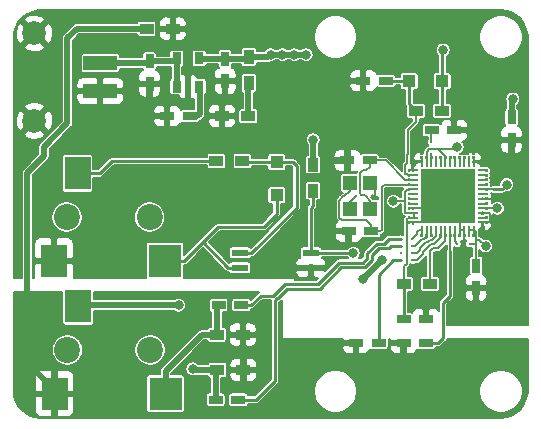
<source format=gtl>
G04 #@! TF.GenerationSoftware,KiCad,Pcbnew,5.1.5*
G04 #@! TF.CreationDate,2020-02-06T17:50:47+09:00*
G04 #@! TF.ProjectId,MIDI-Guy,4d494449-2d47-4757-992e-6b696361645f,rev?*
G04 #@! TF.SameCoordinates,Original*
G04 #@! TF.FileFunction,Copper,L1,Top*
G04 #@! TF.FilePolarity,Positive*
%FSLAX46Y46*%
G04 Gerber Fmt 4.6, Leading zero omitted, Abs format (unit mm)*
G04 Created by KiCad (PCBNEW 5.1.5) date 2020-02-06 17:50:47*
%MOMM*%
%LPD*%
G04 APERTURE LIST*
%ADD10C,0.100000*%
%ADD11C,2.200000*%
%ADD12R,2.800000X2.800000*%
%ADD13R,2.200000X2.800000*%
%ADD14R,1.200000X1.200000*%
%ADD15R,4.660000X4.660000*%
%ADD16R,0.250000X0.680000*%
%ADD17R,0.680000X0.250000*%
%ADD18R,0.750000X1.200000*%
%ADD19R,1.200000X0.750000*%
%ADD20R,1.100000X1.100000*%
%ADD21R,2.860000X1.200000*%
%ADD22C,2.000000*%
%ADD23R,1.200000X0.900000*%
%ADD24R,1.450000X0.600000*%
%ADD25R,0.900000X1.200000*%
%ADD26R,0.600000X1.000000*%
%ADD27R,0.800000X1.000000*%
%ADD28C,0.800000*%
%ADD29C,0.320000*%
%ADD30C,0.250000*%
%ADD31C,0.152500*%
%ADD32C,0.500000*%
%ADD33C,0.152000*%
G04 APERTURE END LIST*
D10*
G36*
X96400000Y-58320000D02*
G01*
X96190000Y-58320000D01*
X96190000Y-58080000D01*
X96400000Y-58080000D01*
X96400000Y-58320000D01*
G37*
G36*
X96400000Y-57920000D02*
G01*
X96190000Y-57920000D01*
X96190000Y-57680000D01*
X96400000Y-57680000D01*
X96400000Y-57920000D01*
G37*
G36*
X96400000Y-57520000D02*
G01*
X96190000Y-57520000D01*
X96190000Y-57280000D01*
X96400000Y-57280000D01*
X96400000Y-57520000D01*
G37*
G36*
X96400000Y-57120000D02*
G01*
X96190000Y-57120000D01*
X96190000Y-56880000D01*
X96400000Y-56880000D01*
X96400000Y-57120000D01*
G37*
G36*
X96400000Y-56720000D02*
G01*
X96190000Y-56720000D01*
X96190000Y-56480000D01*
X96400000Y-56480000D01*
X96400000Y-56720000D01*
G37*
G36*
X96400000Y-56320000D02*
G01*
X96190000Y-56320000D01*
X96190000Y-56080000D01*
X96400000Y-56080000D01*
X96400000Y-56320000D01*
G37*
G36*
X96400000Y-55920000D02*
G01*
X96190000Y-55920000D01*
X96190000Y-55680000D01*
X96400000Y-55680000D01*
X96400000Y-55920000D01*
G37*
G36*
X96400000Y-55520000D02*
G01*
X96190000Y-55520000D01*
X96190000Y-55280000D01*
X96400000Y-55280000D01*
X96400000Y-55520000D01*
G37*
G36*
X96400000Y-55120000D02*
G01*
X96190000Y-55120000D01*
X96190000Y-54880000D01*
X96400000Y-54880000D01*
X96400000Y-55120000D01*
G37*
G36*
X96400000Y-54720000D02*
G01*
X96190000Y-54720000D01*
X96190000Y-54480000D01*
X96400000Y-54480000D01*
X96400000Y-54720000D01*
G37*
G36*
X96400000Y-54320000D02*
G01*
X96190000Y-54320000D01*
X96190000Y-54080000D01*
X96400000Y-54080000D01*
X96400000Y-54320000D01*
G37*
G36*
X96400000Y-53920000D02*
G01*
X96190000Y-53920000D01*
X96190000Y-53680000D01*
X96400000Y-53680000D01*
X96400000Y-53920000D01*
G37*
G36*
X95320000Y-52810000D02*
G01*
X95080000Y-52810000D01*
X95080000Y-52600000D01*
X95320000Y-52600000D01*
X95320000Y-52810000D01*
G37*
G36*
X94920000Y-52810000D02*
G01*
X94680000Y-52810000D01*
X94680000Y-52600000D01*
X94920000Y-52600000D01*
X94920000Y-52810000D01*
G37*
G36*
X94520000Y-52810000D02*
G01*
X94280000Y-52810000D01*
X94280000Y-52600000D01*
X94520000Y-52600000D01*
X94520000Y-52810000D01*
G37*
G36*
X94120000Y-52810000D02*
G01*
X93880000Y-52810000D01*
X93880000Y-52600000D01*
X94120000Y-52600000D01*
X94120000Y-52810000D01*
G37*
G36*
X93720000Y-52810000D02*
G01*
X93480000Y-52810000D01*
X93480000Y-52600000D01*
X93720000Y-52600000D01*
X93720000Y-52810000D01*
G37*
G36*
X93320000Y-52810000D02*
G01*
X93080000Y-52810000D01*
X93080000Y-52600000D01*
X93320000Y-52600000D01*
X93320000Y-52810000D01*
G37*
G36*
X92920000Y-52810000D02*
G01*
X92680000Y-52810000D01*
X92680000Y-52600000D01*
X92920000Y-52600000D01*
X92920000Y-52810000D01*
G37*
G36*
X92520000Y-52810000D02*
G01*
X92280000Y-52810000D01*
X92280000Y-52600000D01*
X92520000Y-52600000D01*
X92520000Y-52810000D01*
G37*
G36*
X92120000Y-52810000D02*
G01*
X91880000Y-52810000D01*
X91880000Y-52600000D01*
X92120000Y-52600000D01*
X92120000Y-52810000D01*
G37*
G36*
X91720000Y-52810000D02*
G01*
X91480000Y-52810000D01*
X91480000Y-52600000D01*
X91720000Y-52600000D01*
X91720000Y-52810000D01*
G37*
G36*
X91320000Y-52810000D02*
G01*
X91080000Y-52810000D01*
X91080000Y-52600000D01*
X91320000Y-52600000D01*
X91320000Y-52810000D01*
G37*
G36*
X90920000Y-52810000D02*
G01*
X90680000Y-52810000D01*
X90680000Y-52600000D01*
X90920000Y-52600000D01*
X90920000Y-52810000D01*
G37*
G36*
X89810000Y-53920000D02*
G01*
X89600000Y-53920000D01*
X89600000Y-53680000D01*
X89810000Y-53680000D01*
X89810000Y-53920000D01*
G37*
G36*
X89810000Y-54320000D02*
G01*
X89600000Y-54320000D01*
X89600000Y-54080000D01*
X89810000Y-54080000D01*
X89810000Y-54320000D01*
G37*
G36*
X89810000Y-54720000D02*
G01*
X89600000Y-54720000D01*
X89600000Y-54480000D01*
X89810000Y-54480000D01*
X89810000Y-54720000D01*
G37*
G36*
X89810000Y-55120000D02*
G01*
X89600000Y-55120000D01*
X89600000Y-54880000D01*
X89810000Y-54880000D01*
X89810000Y-55120000D01*
G37*
G36*
X89810000Y-55520000D02*
G01*
X89600000Y-55520000D01*
X89600000Y-55280000D01*
X89810000Y-55280000D01*
X89810000Y-55520000D01*
G37*
G36*
X89810000Y-55920000D02*
G01*
X89600000Y-55920000D01*
X89600000Y-55680000D01*
X89810000Y-55680000D01*
X89810000Y-55920000D01*
G37*
G36*
X89810000Y-56320000D02*
G01*
X89600000Y-56320000D01*
X89600000Y-56080000D01*
X89810000Y-56080000D01*
X89810000Y-56320000D01*
G37*
G36*
X89820000Y-56720000D02*
G01*
X89610000Y-56720000D01*
X89610000Y-56480000D01*
X89820000Y-56480000D01*
X89820000Y-56720000D01*
G37*
G36*
X89820000Y-57120000D02*
G01*
X89610000Y-57120000D01*
X89610000Y-56880000D01*
X89820000Y-56880000D01*
X89820000Y-57120000D01*
G37*
G36*
X89810000Y-57520000D02*
G01*
X89600000Y-57520000D01*
X89600000Y-57280000D01*
X89810000Y-57280000D01*
X89810000Y-57520000D01*
G37*
G36*
X89810000Y-57920000D02*
G01*
X89600000Y-57920000D01*
X89600000Y-57680000D01*
X89810000Y-57680000D01*
X89810000Y-57920000D01*
G37*
G36*
X89830000Y-58320000D02*
G01*
X89620000Y-58320000D01*
X89620000Y-58080000D01*
X89830000Y-58080000D01*
X89830000Y-58320000D01*
G37*
G36*
X91720000Y-59400000D02*
G01*
X91480000Y-59400000D01*
X91480000Y-59190000D01*
X91720000Y-59190000D01*
X91720000Y-59400000D01*
G37*
G36*
X95320000Y-59400000D02*
G01*
X95080000Y-59400000D01*
X95080000Y-59190000D01*
X95320000Y-59190000D01*
X95320000Y-59400000D01*
G37*
G36*
X94920000Y-59400000D02*
G01*
X94680000Y-59400000D01*
X94680000Y-59190000D01*
X94920000Y-59190000D01*
X94920000Y-59400000D01*
G37*
G36*
X94120000Y-59400000D02*
G01*
X93880000Y-59400000D01*
X93880000Y-59190000D01*
X94120000Y-59190000D01*
X94120000Y-59400000D01*
G37*
G36*
X94520000Y-59400000D02*
G01*
X94280000Y-59400000D01*
X94280000Y-59190000D01*
X94520000Y-59190000D01*
X94520000Y-59400000D01*
G37*
G36*
X93720000Y-59400000D02*
G01*
X93480000Y-59400000D01*
X93480000Y-59190000D01*
X93720000Y-59190000D01*
X93720000Y-59400000D01*
G37*
G36*
X93320000Y-59400000D02*
G01*
X93080000Y-59400000D01*
X93080000Y-59190000D01*
X93320000Y-59190000D01*
X93320000Y-59400000D01*
G37*
G36*
X92920000Y-59400000D02*
G01*
X92680000Y-59400000D01*
X92680000Y-59190000D01*
X92920000Y-59190000D01*
X92920000Y-59400000D01*
G37*
G36*
X92520000Y-59400000D02*
G01*
X92280000Y-59400000D01*
X92280000Y-59190000D01*
X92520000Y-59190000D01*
X92520000Y-59400000D01*
G37*
G36*
X92120000Y-59390000D02*
G01*
X91880000Y-59390000D01*
X91880000Y-59180000D01*
X92120000Y-59180000D01*
X92120000Y-59390000D01*
G37*
G36*
X91320000Y-59400000D02*
G01*
X91080000Y-59400000D01*
X91080000Y-59190000D01*
X91320000Y-59190000D01*
X91320000Y-59400000D01*
G37*
G36*
X90920000Y-59400000D02*
G01*
X90680000Y-59400000D01*
X90680000Y-59190000D01*
X90920000Y-59190000D01*
X90920000Y-59400000D01*
G37*
D11*
X67800000Y-69000000D03*
D12*
X69100000Y-72700000D03*
D13*
X59700000Y-72700000D03*
X61700000Y-65300000D03*
D11*
X60800000Y-69000000D03*
X67750000Y-57750000D03*
D12*
X69050000Y-61450000D03*
D13*
X59650000Y-61450000D03*
X61650000Y-54050000D03*
D11*
X60750000Y-57750000D03*
D14*
X84700000Y-57050000D03*
X84700000Y-54850000D03*
X86400000Y-54850000D03*
X86400000Y-57050000D03*
D15*
X93000000Y-56000000D03*
D16*
X90800000Y-58860000D03*
X91200000Y-58860000D03*
X91600000Y-58860000D03*
X92000000Y-58860000D03*
X92400000Y-58860000D03*
X92800000Y-58860000D03*
X93200000Y-58860000D03*
X93600000Y-58860000D03*
X94000000Y-58860000D03*
X94400000Y-58860000D03*
X94800000Y-58860000D03*
X95200000Y-58860000D03*
D17*
X95860000Y-58200000D03*
X95860000Y-57800000D03*
X95860000Y-57400000D03*
X95860000Y-57000000D03*
X95860000Y-56600000D03*
X95860000Y-56200000D03*
X95860000Y-55800000D03*
X95860000Y-55400000D03*
X95860000Y-55000000D03*
X95860000Y-54600000D03*
X95860000Y-54200000D03*
X95860000Y-53800000D03*
D16*
X95200000Y-53140000D03*
X94800000Y-53140000D03*
X94400000Y-53140000D03*
X94000000Y-53140000D03*
X93600000Y-53140000D03*
X93200000Y-53140000D03*
X92800000Y-53140000D03*
X92400000Y-53140000D03*
X92000000Y-53140000D03*
X91600000Y-53140000D03*
X91200000Y-53140000D03*
X90800000Y-53140000D03*
D17*
X90140000Y-53800000D03*
X90140000Y-54200000D03*
X90140000Y-54600000D03*
X90140000Y-55000000D03*
X90140000Y-55400000D03*
X90140000Y-55800000D03*
X90140000Y-56200000D03*
X90140000Y-56600000D03*
X90140000Y-57000000D03*
X90140000Y-57400000D03*
X90140000Y-57800000D03*
X90140000Y-58200000D03*
D18*
X67750000Y-44550000D03*
X67750000Y-46450000D03*
D19*
X71150000Y-49200000D03*
X69250000Y-49200000D03*
D18*
X74150000Y-46250000D03*
X74150000Y-44350000D03*
D19*
X87750000Y-46200000D03*
X85850000Y-46200000D03*
X84500000Y-52950000D03*
X86400000Y-52950000D03*
X84600000Y-58950000D03*
X86500000Y-58950000D03*
X89250000Y-68400000D03*
X91150000Y-68400000D03*
X87150000Y-68400000D03*
X85250000Y-68400000D03*
D18*
X95400000Y-63750000D03*
X95400000Y-61850000D03*
D19*
X73600000Y-65200000D03*
X75500000Y-65200000D03*
X73350000Y-73200000D03*
X75250000Y-73200000D03*
X91150000Y-66400000D03*
X89250000Y-66400000D03*
D18*
X98400000Y-49300000D03*
X98400000Y-51200000D03*
D19*
X93550000Y-50400000D03*
X91650000Y-50400000D03*
D20*
X92550000Y-46250000D03*
X89750000Y-46250000D03*
X78500000Y-55900000D03*
X78500000Y-53100000D03*
D21*
X63570000Y-47100000D03*
X63570000Y-44700000D03*
D22*
X58000000Y-49600000D03*
X58000000Y-42200000D03*
D23*
X91500000Y-63400000D03*
X89300000Y-63400000D03*
X76100000Y-49200000D03*
X73900000Y-49200000D03*
D24*
X75400000Y-60765000D03*
X75400000Y-62035000D03*
X81400000Y-62035000D03*
X81400000Y-60765000D03*
D23*
X75600000Y-53000000D03*
X73400000Y-53000000D03*
X92500000Y-48750000D03*
X90300000Y-48750000D03*
D25*
X81600000Y-53300000D03*
X81600000Y-55500000D03*
X76150000Y-46400000D03*
X76150000Y-44200000D03*
D23*
X73450000Y-67700000D03*
X75650000Y-67700000D03*
X73500000Y-70700000D03*
X75700000Y-70700000D03*
X67500000Y-41800000D03*
X69700000Y-41800000D03*
D26*
X71000000Y-46700000D03*
D27*
X71950000Y-46700000D03*
X70050000Y-46700000D03*
X71950000Y-44300000D03*
X70050000Y-44300000D03*
D28*
X94200000Y-60800000D03*
X92400000Y-61400000D03*
D29*
X85200000Y-56000000D03*
X86800000Y-56000000D03*
X83200000Y-56400000D03*
D28*
X74500000Y-56000000D03*
X74500000Y-51000000D03*
X79000000Y-44000000D03*
X80000000Y-44000000D03*
X81000000Y-44000000D03*
X78000000Y-44000000D03*
X81600000Y-51200000D03*
X96200000Y-60200000D03*
X88400000Y-56400000D03*
X93800000Y-51800000D03*
X92600000Y-43600000D03*
D29*
X93800000Y-60000000D03*
X94837400Y-60000000D03*
D28*
X98500000Y-47750000D03*
X98000000Y-55000000D03*
D29*
X90000000Y-60800000D03*
X89000000Y-60800000D03*
D28*
X61800000Y-72600000D03*
X87400000Y-61400000D03*
X85800000Y-63000000D03*
X82000000Y-68600000D03*
D29*
X91600000Y-52400000D03*
X91600000Y-51400000D03*
X90000000Y-59600000D03*
X89000000Y-59600000D03*
D28*
X71400000Y-70600000D03*
X70200000Y-65200000D03*
D29*
X90000000Y-60200000D03*
X89000000Y-60200000D03*
D28*
X85000000Y-60800000D03*
X97200000Y-57000000D03*
D29*
X90000000Y-61400000D03*
X89000000Y-61400000D03*
D30*
X89750000Y-48200000D02*
X90300000Y-48750000D01*
X89750000Y-46250000D02*
X89750000Y-48200000D01*
X87800000Y-46250000D02*
X87750000Y-46200000D01*
X89750000Y-46250000D02*
X87800000Y-46250000D01*
D31*
X90300000Y-49700000D02*
X90300000Y-48750000D01*
X89647500Y-54200000D02*
X89571349Y-54123849D01*
X90140000Y-54200000D02*
X89647500Y-54200000D01*
X89571349Y-52428651D02*
X89600000Y-52400000D01*
X89600000Y-52400000D02*
X89600000Y-50400000D01*
X89600000Y-50400000D02*
X90300000Y-49700000D01*
X89571349Y-54123849D02*
X89473849Y-54123849D01*
X89473849Y-54123849D02*
X89410000Y-54060000D01*
X89410000Y-54060000D02*
X89410000Y-53310000D01*
X89571349Y-53148651D02*
X89571349Y-52428651D01*
X89410000Y-53310000D02*
X89571349Y-53148651D01*
X94400000Y-58860000D02*
X94000000Y-58860000D01*
X94000000Y-57000000D02*
X93000000Y-56000000D01*
X94000000Y-58860000D02*
X94000000Y-57000000D01*
X94400000Y-58860000D02*
X94400000Y-59800000D01*
D30*
X94400000Y-59800000D02*
X94400000Y-60600000D01*
X94400000Y-60600000D02*
X94200000Y-60800000D01*
D31*
X92000000Y-57000000D02*
X93000000Y-56000000D01*
X90140000Y-57000000D02*
X92000000Y-57000000D01*
X90800000Y-58200000D02*
X93000000Y-56000000D01*
X90140000Y-58200000D02*
X90800000Y-58200000D01*
X84700000Y-57050000D02*
X84700000Y-56500000D01*
X84700000Y-56500000D02*
X85200000Y-56000000D01*
X86800000Y-55250000D02*
X86400000Y-54850000D01*
X86800000Y-56000000D02*
X86800000Y-55250000D01*
D30*
X61000000Y-61450000D02*
X61450000Y-61000000D01*
X59650000Y-61450000D02*
X61000000Y-61450000D01*
X61450000Y-61000000D02*
X61800000Y-61000000D01*
X61800000Y-61000000D02*
X64800000Y-58000000D01*
X64800000Y-58000000D02*
X64800000Y-56600000D01*
X65400000Y-56000000D02*
X73300000Y-56000000D01*
X64800000Y-56600000D02*
X65400000Y-56000000D01*
X73300000Y-56000000D02*
X74500000Y-56000000D01*
X73900000Y-50400000D02*
X73900000Y-49200000D01*
X74500000Y-51000000D02*
X73900000Y-50400000D01*
D31*
X96600000Y-58200000D02*
X95860000Y-58200000D01*
X96600000Y-57800000D02*
X96600000Y-58200000D01*
X95860000Y-57400000D02*
X96600000Y-57400000D01*
X96600000Y-57400000D02*
X96600000Y-57800000D01*
X95860000Y-56200000D02*
X96800000Y-56200000D01*
X96800000Y-56200000D02*
X96900000Y-56100000D01*
D32*
X67600000Y-44700000D02*
X67750000Y-44550000D01*
X63570000Y-44700000D02*
X67600000Y-44700000D01*
X69800000Y-44550000D02*
X70050000Y-44300000D01*
X67750000Y-44550000D02*
X69800000Y-44550000D01*
X70050000Y-46700000D02*
X70050000Y-44300000D01*
D31*
X90140000Y-57800000D02*
X90140000Y-57400000D01*
X95200000Y-58860000D02*
X94800000Y-58860000D01*
X95350000Y-59010000D02*
X95200000Y-58860000D01*
X95350000Y-59550000D02*
X95350000Y-59010000D01*
X89600000Y-57400000D02*
X90140000Y-57400000D01*
X89571349Y-57371349D02*
X89600000Y-57400000D01*
X90140000Y-55400000D02*
X89647500Y-55400000D01*
X89647500Y-55400000D02*
X89571349Y-55476151D01*
X92800000Y-52647500D02*
X92800000Y-53140000D01*
D32*
X72000000Y-44350000D02*
X71950000Y-44300000D01*
X76000000Y-44350000D02*
X76150000Y-44200000D01*
D31*
X92200000Y-52000000D02*
X92800000Y-52600000D01*
X92800000Y-52600000D02*
X92800000Y-53140000D01*
X91400000Y-52000000D02*
X92200000Y-52000000D01*
X91200000Y-53140000D02*
X91200000Y-52200000D01*
X91200000Y-52200000D02*
X91400000Y-52000000D01*
X89647500Y-57800000D02*
X90140000Y-57800000D01*
X89504910Y-57942590D02*
X89647500Y-57800000D01*
X89504910Y-61695090D02*
X89504910Y-57942590D01*
X89300000Y-61900000D02*
X89504910Y-61695090D01*
X89300000Y-63400000D02*
X89300000Y-61900000D01*
D32*
X74150000Y-44350000D02*
X72000000Y-44350000D01*
X74150000Y-44350000D02*
X76000000Y-44350000D01*
D31*
X95860000Y-55400000D02*
X96800000Y-55400000D01*
D32*
X76150000Y-44200000D02*
X77800000Y-44200000D01*
X77800000Y-44200000D02*
X78000000Y-44000000D01*
X78000000Y-44000000D02*
X81000000Y-44000000D01*
X81600000Y-53300000D02*
X81600000Y-51200000D01*
D31*
X95650000Y-59650000D02*
X96200000Y-60200000D01*
X95350000Y-59650000D02*
X95350000Y-59550000D01*
X95350000Y-59650000D02*
X95650000Y-59650000D01*
X88428651Y-56371349D02*
X88400000Y-56400000D01*
X92200000Y-52000000D02*
X93600000Y-52000000D01*
X93600000Y-52000000D02*
X93800000Y-51800000D01*
D30*
X92550000Y-46250000D02*
X92550000Y-43650000D01*
X92550000Y-43650000D02*
X92600000Y-43600000D01*
X92550000Y-48700000D02*
X92500000Y-48750000D01*
X92550000Y-46250000D02*
X92550000Y-48700000D01*
D31*
X93600000Y-58860000D02*
X93600000Y-59800000D01*
X93600000Y-59800000D02*
X93800000Y-60000000D01*
X95300000Y-60000000D02*
X95350000Y-60050000D01*
X94837400Y-60000000D02*
X95300000Y-60000000D01*
X95350000Y-61600000D02*
X95350000Y-60050000D01*
X95350000Y-60050000D02*
X95350000Y-59650000D01*
D30*
X89300000Y-66350000D02*
X89250000Y-66400000D01*
X89300000Y-63400000D02*
X89300000Y-66350000D01*
D31*
X89571349Y-57371349D02*
X89401349Y-57371349D01*
X89401349Y-57371349D02*
X89368651Y-57338651D01*
X89368651Y-57338651D02*
X89368651Y-56371349D01*
X89368651Y-56371349D02*
X88428651Y-56371349D01*
X89571349Y-55476151D02*
X89503849Y-55476151D01*
X89368651Y-55611349D02*
X89368651Y-56371349D01*
X89503849Y-55476151D02*
X89368651Y-55611349D01*
D32*
X98400000Y-49300000D02*
X98400000Y-47850000D01*
X98400000Y-47850000D02*
X98500000Y-47750000D01*
D30*
X96800000Y-55400000D02*
X97600000Y-55400000D01*
X97600000Y-55400000D02*
X98000000Y-55000000D01*
D32*
X72000000Y-49000000D02*
X71800000Y-49200000D01*
X71800000Y-49200000D02*
X71150000Y-49200000D01*
X71950000Y-46700000D02*
X72000000Y-46750000D01*
X72000000Y-46750000D02*
X72000000Y-49000000D01*
D31*
X87600000Y-55000000D02*
X90140000Y-55000000D01*
X87400000Y-55200000D02*
X87600000Y-55000000D01*
X87400000Y-58802500D02*
X87400000Y-55200000D01*
X86500000Y-58950000D02*
X87252500Y-58950000D01*
X87252500Y-58950000D02*
X87400000Y-58802500D01*
X84252500Y-56000000D02*
X84700000Y-55552500D01*
X84160000Y-56000000D02*
X84252500Y-56000000D01*
X83800000Y-56360000D02*
X84160000Y-56000000D01*
X86500000Y-58422500D02*
X86077500Y-58000000D01*
X86500000Y-58950000D02*
X86500000Y-58422500D01*
X83800000Y-57800000D02*
X83800000Y-56360000D01*
X86077500Y-58000000D02*
X84000000Y-58000000D01*
X84700000Y-55552500D02*
X84700000Y-54850000D01*
X84000000Y-58000000D02*
X83800000Y-57800000D01*
X90400000Y-60800000D02*
X90000000Y-60800000D01*
X92000000Y-59336572D02*
X91907921Y-59428651D01*
X92000000Y-58860000D02*
X92000000Y-59336572D01*
X90631207Y-60400000D02*
X90631207Y-60568793D01*
X90631207Y-60568793D02*
X90400000Y-60800000D01*
D32*
X59700000Y-72700000D02*
X61700000Y-72700000D01*
X61700000Y-72700000D02*
X61800000Y-72600000D01*
X57400000Y-70100000D02*
X59700000Y-72400000D01*
X61600000Y-41800000D02*
X60800000Y-42600000D01*
X60800000Y-49800000D02*
X58800000Y-51800000D01*
X67500000Y-41800000D02*
X61600000Y-41800000D01*
X60800000Y-42600000D02*
X60800000Y-49800000D01*
X59700000Y-72400000D02*
X59700000Y-72700000D01*
X57400000Y-54000000D02*
X57400000Y-70100000D01*
X58800000Y-51800000D02*
X58800000Y-52600000D01*
X58800000Y-52600000D02*
X57400000Y-54000000D01*
X87400000Y-61400000D02*
X87200000Y-61600000D01*
X87200000Y-61600000D02*
X85800000Y-63000000D01*
D31*
X91907921Y-59428651D02*
X91907921Y-59460873D01*
X91473703Y-59695090D02*
X91295090Y-59873703D01*
X91907921Y-59460873D02*
X91673704Y-59695090D01*
X91673704Y-59695090D02*
X91473703Y-59695090D01*
X91157504Y-59873703D02*
X90631207Y-60400000D01*
X91295090Y-59873703D02*
X91157504Y-59873703D01*
X91600000Y-53140000D02*
X91600000Y-52400000D01*
X91600000Y-50450000D02*
X91650000Y-50400000D01*
X91600000Y-51400000D02*
X91600000Y-50450000D01*
D32*
X69100000Y-70800000D02*
X69100000Y-72700000D01*
X72200000Y-67700000D02*
X69100000Y-70800000D01*
X73450000Y-67700000D02*
X72200000Y-67700000D01*
X73450000Y-65350000D02*
X73600000Y-65200000D01*
X73450000Y-67700000D02*
X73450000Y-65350000D01*
D31*
X90522500Y-58860000D02*
X90400000Y-58982500D01*
X90800000Y-58860000D02*
X90522500Y-58860000D01*
X90400000Y-58982500D02*
X90400000Y-59200000D01*
X90400000Y-59200000D02*
X90000000Y-59600000D01*
D30*
X88000000Y-59600000D02*
X89000000Y-59600000D01*
X86200000Y-60800000D02*
X87000000Y-60000000D01*
X86200000Y-61200000D02*
X86200000Y-60800000D01*
X87600000Y-60000000D02*
X88000000Y-59600000D01*
X83800000Y-61600000D02*
X85800000Y-61600000D01*
X85800000Y-61600000D02*
X86200000Y-61200000D01*
X76350000Y-65200000D02*
X77150000Y-64400000D01*
X79200000Y-63400000D02*
X82000000Y-63400000D01*
X82000000Y-63400000D02*
X83800000Y-61600000D01*
X87000000Y-60000000D02*
X87600000Y-60000000D01*
X75500000Y-65200000D02*
X76350000Y-65200000D01*
X77150000Y-64400000D02*
X78200000Y-64400000D01*
X78200000Y-64400000D02*
X79200000Y-63400000D01*
D32*
X73500000Y-70700000D02*
X71500000Y-70700000D01*
X71500000Y-70700000D02*
X71400000Y-70600000D01*
X61800000Y-65200000D02*
X61700000Y-65300000D01*
X70200000Y-65200000D02*
X61800000Y-65200000D01*
X73350000Y-70850000D02*
X73500000Y-70700000D01*
X73350000Y-73200000D02*
X73350000Y-70850000D01*
D31*
X91200000Y-59336572D02*
X91200000Y-58860000D01*
X91000000Y-59600000D02*
X91200000Y-59400000D01*
X90800000Y-59600000D02*
X91000000Y-59600000D01*
X90000000Y-60200000D02*
X90200000Y-60200000D01*
X91200000Y-59400000D02*
X91200000Y-59336572D01*
X90200000Y-60200000D02*
X90800000Y-59600000D01*
D30*
X76800000Y-73200000D02*
X75250000Y-73200000D01*
X78366683Y-64802410D02*
X78366683Y-71633317D01*
X79397590Y-63802410D02*
X78600000Y-64600000D01*
X82166683Y-63802410D02*
X79397590Y-63802410D01*
X83966682Y-62002410D02*
X82166683Y-63802410D01*
X78366683Y-71633317D02*
X76800000Y-73200000D01*
X85966683Y-62002410D02*
X83966682Y-62002410D01*
X78600000Y-64600000D02*
X78569093Y-64600000D01*
X88200000Y-60200000D02*
X87997590Y-60402410D01*
X87997590Y-60402410D02*
X87197590Y-60402410D01*
X78569093Y-64600000D02*
X78366683Y-64802410D01*
X86602410Y-60997590D02*
X86602410Y-61366683D01*
X89000000Y-60200000D02*
X88200000Y-60200000D01*
X87197590Y-60402410D02*
X86602410Y-60997590D01*
X86602410Y-61366683D02*
X85966683Y-62002410D01*
X73550000Y-58600000D02*
X77400000Y-58600000D01*
X78500000Y-57500000D02*
X78500000Y-55900000D01*
X77400000Y-58600000D02*
X78500000Y-57500000D01*
X72275000Y-59885000D02*
X72275000Y-59875000D01*
X74425000Y-62035000D02*
X72275000Y-59885000D01*
X70700000Y-61450000D02*
X72275000Y-59875000D01*
X72275000Y-59875000D02*
X73550000Y-58600000D01*
X75400000Y-62035000D02*
X74425000Y-62035000D01*
X70700000Y-61450000D02*
X69050000Y-61450000D01*
X78400000Y-53000000D02*
X78500000Y-53100000D01*
X76375000Y-60765000D02*
X80200000Y-56940000D01*
X80200000Y-56940000D02*
X80200000Y-53400000D01*
X79900000Y-53100000D02*
X78500000Y-53100000D01*
X80200000Y-53400000D02*
X79900000Y-53100000D01*
X75700000Y-53100000D02*
X75600000Y-53000000D01*
X78500000Y-53100000D02*
X75700000Y-53100000D01*
X76375000Y-60765000D02*
X75400000Y-60765000D01*
D31*
X91752500Y-60400000D02*
X91500000Y-60652500D01*
X92200000Y-60400000D02*
X91752500Y-60400000D01*
X92800000Y-58860000D02*
X92800000Y-59800000D01*
X92800000Y-59800000D02*
X92200000Y-60400000D01*
X91500000Y-60652500D02*
X91500000Y-63400000D01*
D32*
X76100000Y-46450000D02*
X76150000Y-46400000D01*
X76100000Y-49200000D02*
X76100000Y-46450000D01*
D30*
X81400000Y-60765000D02*
X81400000Y-57000000D01*
X81600000Y-56800000D02*
X81600000Y-55500000D01*
X81400000Y-57000000D02*
X81600000Y-56800000D01*
X82375000Y-60765000D02*
X82410000Y-60800000D01*
X81400000Y-60765000D02*
X82375000Y-60765000D01*
X82410000Y-60800000D02*
X85000000Y-60800000D01*
D31*
X97200000Y-57000000D02*
X95860000Y-57000000D01*
X87550000Y-52950000D02*
X86400000Y-52950000D01*
X90140000Y-54600000D02*
X89400000Y-54600000D01*
X87750000Y-52950000D02*
X86400000Y-52950000D01*
X89400000Y-54600000D02*
X87750000Y-52950000D01*
X86077500Y-53800000D02*
X86400000Y-53477500D01*
X85800000Y-53800000D02*
X86077500Y-53800000D01*
X85560000Y-54040000D02*
X85800000Y-53800000D01*
X85560000Y-55730000D02*
X85560000Y-54040000D01*
X86400000Y-56347500D02*
X86052500Y-56000000D01*
X86400000Y-53477500D02*
X86400000Y-52950000D01*
X86400000Y-57050000D02*
X86400000Y-56347500D01*
X85682500Y-55852500D02*
X85560000Y-55730000D01*
X86052500Y-56000000D02*
X86050000Y-56000000D01*
X85902500Y-55852500D02*
X85682500Y-55852500D01*
X86050000Y-56000000D02*
X85902500Y-55852500D01*
X93200000Y-58860000D02*
X93200000Y-59400000D01*
X93200000Y-59400000D02*
X93200000Y-60000000D01*
X93200000Y-60000000D02*
X93200000Y-60600000D01*
D30*
X93200000Y-60600000D02*
X93200000Y-64400000D01*
X93200000Y-64400000D02*
X92600000Y-65000000D01*
X92600000Y-65000000D02*
X92600000Y-68000000D01*
X92200000Y-68400000D02*
X91150000Y-68400000D01*
X92600000Y-68000000D02*
X92200000Y-68400000D01*
X87150000Y-64250000D02*
X87150000Y-68400000D01*
D31*
X92400000Y-59400000D02*
X91800000Y-60000000D01*
X92400000Y-58860000D02*
X92400000Y-59400000D01*
X90400000Y-61400000D02*
X90000000Y-61400000D01*
X91800000Y-60000000D02*
X91600000Y-60000000D01*
X91600000Y-60000000D02*
X90936117Y-60663883D01*
X90936117Y-60663883D02*
X90936117Y-60863883D01*
X90936117Y-60863883D02*
X90400000Y-61400000D01*
D30*
X89000000Y-61400000D02*
X88400000Y-61400000D01*
X87150000Y-62650000D02*
X87150000Y-64250000D01*
X88400000Y-61400000D02*
X87150000Y-62650000D01*
X73400000Y-53000000D02*
X64600000Y-53000000D01*
X63550000Y-54050000D02*
X61650000Y-54050000D01*
X64600000Y-53000000D02*
X63550000Y-54050000D01*
D33*
G36*
X97936210Y-40296984D02*
G01*
X98355804Y-40423668D01*
X98742801Y-40629438D01*
X99082458Y-40906455D01*
X99361842Y-41244172D01*
X99570309Y-41629724D01*
X99699917Y-42048424D01*
X99746986Y-42496251D01*
X99747000Y-42500312D01*
X99747001Y-66924000D01*
X92953400Y-66924000D01*
X92953400Y-65146382D01*
X93437622Y-64662161D01*
X93451100Y-64651100D01*
X93464991Y-64634174D01*
X93495262Y-64597289D01*
X93519838Y-64551310D01*
X93528078Y-64535894D01*
X93548286Y-64469278D01*
X93553400Y-64417352D01*
X93553400Y-64417343D01*
X93555108Y-64400001D01*
X93553400Y-64382659D01*
X93553400Y-64350000D01*
X94438174Y-64350000D01*
X94449450Y-64464484D01*
X94482843Y-64574569D01*
X94537072Y-64676023D01*
X94610051Y-64764949D01*
X94698977Y-64837928D01*
X94800431Y-64892157D01*
X94910516Y-64925550D01*
X95025000Y-64936826D01*
X95076000Y-64934000D01*
X95222000Y-64788000D01*
X95222000Y-63928000D01*
X95578000Y-63928000D01*
X95578000Y-64788000D01*
X95724000Y-64934000D01*
X95775000Y-64936826D01*
X95889484Y-64925550D01*
X95999569Y-64892157D01*
X96101023Y-64837928D01*
X96189949Y-64764949D01*
X96262928Y-64676023D01*
X96317157Y-64574569D01*
X96350550Y-64464484D01*
X96361826Y-64350000D01*
X96359000Y-64074000D01*
X96213000Y-63928000D01*
X95578000Y-63928000D01*
X95222000Y-63928000D01*
X94587000Y-63928000D01*
X94441000Y-64074000D01*
X94438174Y-64350000D01*
X93553400Y-64350000D01*
X93553400Y-60582648D01*
X93548286Y-60530722D01*
X93528078Y-60464106D01*
X93504650Y-60420276D01*
X93504650Y-60253930D01*
X93552410Y-60301690D01*
X93616024Y-60344195D01*
X93686708Y-60373474D01*
X93761746Y-60388400D01*
X93838254Y-60388400D01*
X93913292Y-60373474D01*
X93983976Y-60344195D01*
X94047590Y-60301690D01*
X94101690Y-60247590D01*
X94144195Y-60183976D01*
X94173474Y-60113292D01*
X94188400Y-60038254D01*
X94188400Y-59961746D01*
X94173474Y-59886708D01*
X94144195Y-59816024D01*
X94122798Y-59784000D01*
X94178002Y-59784000D01*
X94178002Y-59778446D01*
X94192410Y-59781410D01*
X94195000Y-59784000D01*
X94200000Y-59782971D01*
X94205000Y-59784000D01*
X94207590Y-59781410D01*
X94271134Y-59768339D01*
X94379204Y-59728910D01*
X94477504Y-59669154D01*
X94478886Y-59667886D01*
X94549560Y-59738560D01*
X94535710Y-59752410D01*
X94493205Y-59816024D01*
X94463926Y-59886708D01*
X94449000Y-59961746D01*
X94449000Y-60038254D01*
X94463926Y-60113292D01*
X94493205Y-60183976D01*
X94535710Y-60247590D01*
X94589810Y-60301690D01*
X94653424Y-60344195D01*
X94724108Y-60373474D01*
X94799146Y-60388400D01*
X94875654Y-60388400D01*
X94950692Y-60373474D01*
X95021376Y-60344195D01*
X95045351Y-60328176D01*
X95045350Y-61020495D01*
X95025000Y-61020495D01*
X94980226Y-61024905D01*
X94937172Y-61037965D01*
X94897494Y-61059174D01*
X94862715Y-61087715D01*
X94834174Y-61122494D01*
X94812965Y-61162172D01*
X94799905Y-61205226D01*
X94795495Y-61250000D01*
X94795495Y-62450000D01*
X94799905Y-62494774D01*
X94812965Y-62537828D01*
X94834174Y-62577506D01*
X94847382Y-62593601D01*
X94800431Y-62607843D01*
X94698977Y-62662072D01*
X94610051Y-62735051D01*
X94537072Y-62823977D01*
X94482843Y-62925431D01*
X94449450Y-63035516D01*
X94438174Y-63150000D01*
X94441000Y-63426000D01*
X94587000Y-63572000D01*
X95222000Y-63572000D01*
X95222000Y-63552000D01*
X95578000Y-63552000D01*
X95578000Y-63572000D01*
X96213000Y-63572000D01*
X96359000Y-63426000D01*
X96361826Y-63150000D01*
X96350550Y-63035516D01*
X96317157Y-62925431D01*
X96262928Y-62823977D01*
X96189949Y-62735051D01*
X96101023Y-62662072D01*
X95999569Y-62607843D01*
X95952618Y-62593601D01*
X95965826Y-62577506D01*
X95987035Y-62537828D01*
X96000095Y-62494774D01*
X96004505Y-62450000D01*
X96004505Y-61250000D01*
X96000095Y-61205226D01*
X95987035Y-61162172D01*
X95965826Y-61122494D01*
X95937285Y-61087715D01*
X95902506Y-61059174D01*
X95862828Y-61037965D01*
X95819774Y-61024905D01*
X95775000Y-61020495D01*
X95654650Y-61020495D01*
X95654650Y-60514916D01*
X95711890Y-60600582D01*
X95799418Y-60688110D01*
X95902341Y-60756881D01*
X96016702Y-60804251D01*
X96138108Y-60828400D01*
X96261892Y-60828400D01*
X96383298Y-60804251D01*
X96497659Y-60756881D01*
X96600582Y-60688110D01*
X96688110Y-60600582D01*
X96756881Y-60497659D01*
X96804251Y-60383298D01*
X96828400Y-60261892D01*
X96828400Y-60138108D01*
X96804251Y-60016702D01*
X96756881Y-59902341D01*
X96688110Y-59799418D01*
X96600582Y-59711890D01*
X96497659Y-59643119D01*
X96383298Y-59595749D01*
X96261892Y-59571600D01*
X96138108Y-59571600D01*
X96024948Y-59594109D01*
X95876005Y-59445166D01*
X95866462Y-59433538D01*
X95820073Y-59395467D01*
X95767149Y-59367178D01*
X95709722Y-59349758D01*
X95664966Y-59345350D01*
X95664956Y-59345350D01*
X95654650Y-59344335D01*
X95654650Y-59024955D01*
X95656123Y-59009999D01*
X95654650Y-58995043D01*
X95654650Y-58995034D01*
X95650242Y-58950278D01*
X95632822Y-58892851D01*
X95606829Y-58844223D01*
X95656023Y-58817928D01*
X95744949Y-58744949D01*
X95817928Y-58656023D01*
X95872157Y-58554569D01*
X95905550Y-58444484D01*
X95916826Y-58330000D01*
X95916579Y-58154505D01*
X95961600Y-58154505D01*
X95961600Y-58320000D01*
X95963703Y-58341442D01*
X95965646Y-58362798D01*
X95965872Y-58363565D01*
X95965950Y-58364363D01*
X95972154Y-58384911D01*
X95978231Y-58405560D01*
X95978603Y-58406272D01*
X95978834Y-58407036D01*
X95988909Y-58425986D01*
X95998883Y-58445063D01*
X95999384Y-58445686D01*
X95999761Y-58446395D01*
X96013336Y-58463040D01*
X96026814Y-58479803D01*
X96027430Y-58480320D01*
X96027934Y-58480938D01*
X96038000Y-58489265D01*
X96038000Y-58763000D01*
X96184000Y-58909000D01*
X96282484Y-58906000D01*
X96394246Y-58878745D01*
X96498544Y-58830209D01*
X96591369Y-58762258D01*
X96669154Y-58677504D01*
X96728910Y-58579204D01*
X96768339Y-58471134D01*
X96784000Y-58395000D01*
X96638000Y-58249000D01*
X96628400Y-58249000D01*
X96628400Y-58151000D01*
X96638000Y-58151000D01*
X96784000Y-58005000D01*
X96768339Y-57928866D01*
X96728910Y-57820796D01*
X96716268Y-57800000D01*
X96728910Y-57779204D01*
X96768339Y-57671134D01*
X96784000Y-57595000D01*
X96767002Y-57578002D01*
X96784000Y-57578002D01*
X96784000Y-57472692D01*
X96799418Y-57488110D01*
X96902341Y-57556881D01*
X97016702Y-57604251D01*
X97138108Y-57628400D01*
X97261892Y-57628400D01*
X97383298Y-57604251D01*
X97497659Y-57556881D01*
X97600582Y-57488110D01*
X97688110Y-57400582D01*
X97756881Y-57297659D01*
X97804251Y-57183298D01*
X97828400Y-57061892D01*
X97828400Y-56938108D01*
X97804251Y-56816702D01*
X97756881Y-56702341D01*
X97688110Y-56599418D01*
X97600582Y-56511890D01*
X97497659Y-56443119D01*
X97383298Y-56395749D01*
X97261892Y-56371600D01*
X97138108Y-56371600D01*
X97016702Y-56395749D01*
X96902341Y-56443119D01*
X96799418Y-56511890D01*
X96723958Y-56587350D01*
X96728910Y-56579204D01*
X96768339Y-56471134D01*
X96784000Y-56395000D01*
X96638000Y-56249000D01*
X96628400Y-56249000D01*
X96628400Y-56151000D01*
X96638000Y-56151000D01*
X96784000Y-56005000D01*
X96768339Y-55928866D01*
X96728910Y-55820796D01*
X96674456Y-55731218D01*
X96730722Y-55748286D01*
X96782648Y-55753400D01*
X97582650Y-55753400D01*
X97600000Y-55755109D01*
X97617350Y-55753400D01*
X97617352Y-55753400D01*
X97669278Y-55748286D01*
X97735894Y-55728078D01*
X97797288Y-55695262D01*
X97851100Y-55651100D01*
X97862165Y-55637617D01*
X97882453Y-55617330D01*
X97938108Y-55628400D01*
X98061892Y-55628400D01*
X98183298Y-55604251D01*
X98297659Y-55556881D01*
X98400582Y-55488110D01*
X98488110Y-55400582D01*
X98556881Y-55297659D01*
X98604251Y-55183298D01*
X98628400Y-55061892D01*
X98628400Y-54938108D01*
X98604251Y-54816702D01*
X98556881Y-54702341D01*
X98488110Y-54599418D01*
X98400582Y-54511890D01*
X98297659Y-54443119D01*
X98183298Y-54395749D01*
X98061892Y-54371600D01*
X97938108Y-54371600D01*
X97816702Y-54395749D01*
X97702341Y-54443119D01*
X97599418Y-54511890D01*
X97511890Y-54599418D01*
X97443119Y-54702341D01*
X97395749Y-54816702D01*
X97371600Y-54938108D01*
X97371600Y-55046600D01*
X96782648Y-55046600D01*
X96730722Y-55051714D01*
X96664106Y-55071922D01*
X96628400Y-55091007D01*
X96628400Y-54880000D01*
X96626297Y-54858558D01*
X96624354Y-54837202D01*
X96624128Y-54836435D01*
X96624050Y-54835637D01*
X96617846Y-54815089D01*
X96613299Y-54799640D01*
X96616912Y-54787968D01*
X96623409Y-54767487D01*
X96623498Y-54766691D01*
X96623735Y-54765926D01*
X96625976Y-54744602D01*
X96628378Y-54723189D01*
X96628389Y-54721646D01*
X96628394Y-54721595D01*
X96628389Y-54721544D01*
X96628400Y-54720000D01*
X96628400Y-54480000D01*
X96626297Y-54458558D01*
X96624354Y-54437202D01*
X96624128Y-54436435D01*
X96624050Y-54435637D01*
X96617846Y-54415089D01*
X96613299Y-54399640D01*
X96616912Y-54387968D01*
X96623409Y-54367487D01*
X96623498Y-54366691D01*
X96623735Y-54365926D01*
X96625976Y-54344602D01*
X96628378Y-54323189D01*
X96628389Y-54321646D01*
X96628394Y-54321595D01*
X96628389Y-54321544D01*
X96628400Y-54320000D01*
X96628400Y-54080000D01*
X96626297Y-54058558D01*
X96624354Y-54037202D01*
X96624128Y-54036435D01*
X96624050Y-54035637D01*
X96617846Y-54015089D01*
X96613299Y-53999640D01*
X96616912Y-53987968D01*
X96623409Y-53967487D01*
X96623498Y-53966691D01*
X96623735Y-53965926D01*
X96625976Y-53944602D01*
X96628378Y-53923189D01*
X96628389Y-53921646D01*
X96628394Y-53921595D01*
X96628389Y-53921544D01*
X96628400Y-53920000D01*
X96628400Y-53680000D01*
X96626297Y-53658558D01*
X96624354Y-53637202D01*
X96624128Y-53636435D01*
X96624050Y-53635637D01*
X96617846Y-53615089D01*
X96611769Y-53594440D01*
X96611397Y-53593728D01*
X96611166Y-53592964D01*
X96601082Y-53573998D01*
X96591117Y-53554937D01*
X96590616Y-53554314D01*
X96590239Y-53553605D01*
X96576664Y-53536960D01*
X96563186Y-53520197D01*
X96562570Y-53519680D01*
X96562066Y-53519062D01*
X96545515Y-53505370D01*
X96529038Y-53491544D01*
X96528338Y-53491159D01*
X96527720Y-53490648D01*
X96508783Y-53480408D01*
X96489976Y-53470069D01*
X96489214Y-53469827D01*
X96488509Y-53469446D01*
X96467968Y-53463088D01*
X96447487Y-53456591D01*
X96446691Y-53456502D01*
X96445926Y-53456265D01*
X96424602Y-53454024D01*
X96403189Y-53451622D01*
X96401646Y-53451611D01*
X96401595Y-53451606D01*
X96401544Y-53451611D01*
X96400000Y-53451600D01*
X96250362Y-53451600D01*
X96244774Y-53449905D01*
X96200000Y-53445495D01*
X95890495Y-53445495D01*
X95851173Y-53406173D01*
X95817928Y-53343977D01*
X95744949Y-53255051D01*
X95656023Y-53182072D01*
X95554569Y-53127843D01*
X95444484Y-53094450D01*
X95330000Y-53083174D01*
X95154505Y-53083421D01*
X95154505Y-53038400D01*
X95320000Y-53038400D01*
X95341442Y-53036297D01*
X95362798Y-53034354D01*
X95363565Y-53034128D01*
X95364363Y-53034050D01*
X95384911Y-53027846D01*
X95405560Y-53021769D01*
X95406272Y-53021397D01*
X95407036Y-53021166D01*
X95425986Y-53011091D01*
X95445063Y-53001117D01*
X95445686Y-53000616D01*
X95446395Y-53000239D01*
X95463040Y-52986664D01*
X95479803Y-52973186D01*
X95480320Y-52972570D01*
X95480938Y-52972066D01*
X95489265Y-52962000D01*
X95763000Y-52962000D01*
X95909000Y-52816000D01*
X95906000Y-52717516D01*
X95878745Y-52605754D01*
X95830209Y-52501456D01*
X95762258Y-52408631D01*
X95677504Y-52330846D01*
X95579204Y-52271090D01*
X95471134Y-52231661D01*
X95395000Y-52216000D01*
X95249000Y-52362000D01*
X95249000Y-52371600D01*
X95151000Y-52371600D01*
X95151000Y-52362000D01*
X95005000Y-52216000D01*
X94928866Y-52231661D01*
X94820796Y-52271090D01*
X94722496Y-52330846D01*
X94677862Y-52371810D01*
X94658558Y-52373703D01*
X94637202Y-52375646D01*
X94636435Y-52375872D01*
X94635637Y-52375950D01*
X94615089Y-52382154D01*
X94599640Y-52386701D01*
X94587968Y-52383088D01*
X94567487Y-52376591D01*
X94566691Y-52376502D01*
X94565926Y-52376265D01*
X94544602Y-52374024D01*
X94523189Y-52371622D01*
X94521646Y-52371611D01*
X94521595Y-52371606D01*
X94521544Y-52371611D01*
X94520000Y-52371600D01*
X94280000Y-52371600D01*
X94258558Y-52373703D01*
X94237202Y-52375646D01*
X94236435Y-52375872D01*
X94235637Y-52375950D01*
X94215089Y-52382154D01*
X94199640Y-52386701D01*
X94187968Y-52383088D01*
X94167487Y-52376591D01*
X94166691Y-52376502D01*
X94165926Y-52376265D01*
X94144602Y-52374024D01*
X94123189Y-52371622D01*
X94121646Y-52371611D01*
X94121595Y-52371606D01*
X94121544Y-52371611D01*
X94120000Y-52371600D01*
X94062124Y-52371600D01*
X94097659Y-52356881D01*
X94200582Y-52288110D01*
X94288110Y-52200582D01*
X94356881Y-52097659D01*
X94404251Y-51983298D01*
X94428400Y-51861892D01*
X94428400Y-51800000D01*
X97438174Y-51800000D01*
X97449450Y-51914484D01*
X97482843Y-52024569D01*
X97537072Y-52126023D01*
X97610051Y-52214949D01*
X97698977Y-52287928D01*
X97800431Y-52342157D01*
X97910516Y-52375550D01*
X98025000Y-52386826D01*
X98076000Y-52384000D01*
X98222000Y-52238000D01*
X98222000Y-51378000D01*
X98578000Y-51378000D01*
X98578000Y-52238000D01*
X98724000Y-52384000D01*
X98775000Y-52386826D01*
X98889484Y-52375550D01*
X98999569Y-52342157D01*
X99101023Y-52287928D01*
X99189949Y-52214949D01*
X99262928Y-52126023D01*
X99317157Y-52024569D01*
X99350550Y-51914484D01*
X99361826Y-51800000D01*
X99359000Y-51524000D01*
X99213000Y-51378000D01*
X98578000Y-51378000D01*
X98222000Y-51378000D01*
X97587000Y-51378000D01*
X97441000Y-51524000D01*
X97438174Y-51800000D01*
X94428400Y-51800000D01*
X94428400Y-51738108D01*
X94404251Y-51616702D01*
X94356881Y-51502341D01*
X94288110Y-51399418D01*
X94241505Y-51352813D01*
X94264484Y-51350550D01*
X94374569Y-51317157D01*
X94476023Y-51262928D01*
X94564949Y-51189949D01*
X94637928Y-51101023D01*
X94692157Y-50999569D01*
X94725550Y-50889484D01*
X94736826Y-50775000D01*
X94734000Y-50724000D01*
X94610000Y-50600000D01*
X97438174Y-50600000D01*
X97441000Y-50876000D01*
X97587000Y-51022000D01*
X98222000Y-51022000D01*
X98222000Y-51002000D01*
X98578000Y-51002000D01*
X98578000Y-51022000D01*
X99213000Y-51022000D01*
X99359000Y-50876000D01*
X99361826Y-50600000D01*
X99350550Y-50485516D01*
X99317157Y-50375431D01*
X99262928Y-50273977D01*
X99189949Y-50185051D01*
X99101023Y-50112072D01*
X98999569Y-50057843D01*
X98952618Y-50043601D01*
X98965826Y-50027506D01*
X98987035Y-49987828D01*
X99000095Y-49944774D01*
X99004505Y-49900000D01*
X99004505Y-48700000D01*
X99000095Y-48655226D01*
X98987035Y-48612172D01*
X98965826Y-48572494D01*
X98937285Y-48537715D01*
X98902506Y-48509174D01*
X98878400Y-48496289D01*
X98878400Y-48252932D01*
X98900582Y-48238110D01*
X98988110Y-48150582D01*
X99056881Y-48047659D01*
X99104251Y-47933298D01*
X99128400Y-47811892D01*
X99128400Y-47688108D01*
X99104251Y-47566702D01*
X99056881Y-47452341D01*
X98988110Y-47349418D01*
X98900582Y-47261890D01*
X98797659Y-47193119D01*
X98683298Y-47145749D01*
X98561892Y-47121600D01*
X98438108Y-47121600D01*
X98316702Y-47145749D01*
X98202341Y-47193119D01*
X98099418Y-47261890D01*
X98011890Y-47349418D01*
X97943119Y-47452341D01*
X97895749Y-47566702D01*
X97871600Y-47688108D01*
X97871600Y-47811892D01*
X97895749Y-47933298D01*
X97921601Y-47995710D01*
X97921601Y-48496288D01*
X97897494Y-48509174D01*
X97862715Y-48537715D01*
X97834174Y-48572494D01*
X97812965Y-48612172D01*
X97799905Y-48655226D01*
X97795495Y-48700000D01*
X97795495Y-49900000D01*
X97799905Y-49944774D01*
X97812965Y-49987828D01*
X97834174Y-50027506D01*
X97847382Y-50043601D01*
X97800431Y-50057843D01*
X97698977Y-50112072D01*
X97610051Y-50185051D01*
X97537072Y-50273977D01*
X97482843Y-50375431D01*
X97449450Y-50485516D01*
X97438174Y-50600000D01*
X94610000Y-50600000D01*
X94588000Y-50578000D01*
X93728000Y-50578000D01*
X93728000Y-50598000D01*
X93372000Y-50598000D01*
X93372000Y-50578000D01*
X93352000Y-50578000D01*
X93352000Y-50222000D01*
X93372000Y-50222000D01*
X93372000Y-49587000D01*
X93728000Y-49587000D01*
X93728000Y-50222000D01*
X94588000Y-50222000D01*
X94734000Y-50076000D01*
X94736826Y-50025000D01*
X94725550Y-49910516D01*
X94692157Y-49800431D01*
X94637928Y-49698977D01*
X94564949Y-49610051D01*
X94476023Y-49537072D01*
X94374569Y-49482843D01*
X94264484Y-49449450D01*
X94150000Y-49438174D01*
X93874000Y-49441000D01*
X93728000Y-49587000D01*
X93372000Y-49587000D01*
X93226000Y-49441000D01*
X92950000Y-49438174D01*
X92835516Y-49449450D01*
X92725431Y-49482843D01*
X92623977Y-49537072D01*
X92535051Y-49610051D01*
X92462072Y-49698977D01*
X92407843Y-49800431D01*
X92393601Y-49847382D01*
X92377506Y-49834174D01*
X92337828Y-49812965D01*
X92294774Y-49799905D01*
X92250000Y-49795495D01*
X91050000Y-49795495D01*
X91005226Y-49799905D01*
X90962172Y-49812965D01*
X90922494Y-49834174D01*
X90887715Y-49862715D01*
X90859174Y-49897494D01*
X90837965Y-49937172D01*
X90824905Y-49980226D01*
X90820495Y-50025000D01*
X90820495Y-50775000D01*
X90824905Y-50819774D01*
X90837965Y-50862828D01*
X90859174Y-50902506D01*
X90887715Y-50937285D01*
X90922494Y-50965826D01*
X90962172Y-50987035D01*
X91005226Y-51000095D01*
X91050000Y-51004505D01*
X91295350Y-51004505D01*
X91295350Y-51156840D01*
X91255805Y-51216024D01*
X91226526Y-51286708D01*
X91211600Y-51361746D01*
X91211600Y-51438254D01*
X91226526Y-51513292D01*
X91255805Y-51583976D01*
X91298310Y-51647590D01*
X91349563Y-51698843D01*
X91340278Y-51699758D01*
X91282851Y-51717178D01*
X91229926Y-51745467D01*
X91216019Y-51756881D01*
X91183538Y-51783538D01*
X91173995Y-51795166D01*
X90995161Y-51974000D01*
X90983539Y-51983538D01*
X90974001Y-51995160D01*
X90973998Y-51995163D01*
X90945468Y-52029927D01*
X90917178Y-52082852D01*
X90899759Y-52140278D01*
X90893877Y-52200000D01*
X90895351Y-52214966D01*
X90895351Y-52315649D01*
X90849000Y-52362000D01*
X90849000Y-52371600D01*
X90751000Y-52371600D01*
X90751000Y-52362000D01*
X90605000Y-52216000D01*
X90528866Y-52231661D01*
X90420796Y-52271090D01*
X90322496Y-52330846D01*
X90237742Y-52408631D01*
X90169791Y-52501456D01*
X90121255Y-52605754D01*
X90094000Y-52717516D01*
X90091000Y-52816000D01*
X90237000Y-52962000D01*
X90510540Y-52962000D01*
X90516814Y-52969803D01*
X90517430Y-52970320D01*
X90517934Y-52970938D01*
X90534485Y-52984630D01*
X90550962Y-52998456D01*
X90551662Y-52998841D01*
X90552280Y-52999352D01*
X90571217Y-53009592D01*
X90590024Y-53019931D01*
X90590786Y-53020173D01*
X90591491Y-53020554D01*
X90612032Y-53026912D01*
X90632513Y-53033409D01*
X90633309Y-53033498D01*
X90634074Y-53033735D01*
X90655398Y-53035976D01*
X90676811Y-53038378D01*
X90678354Y-53038389D01*
X90678405Y-53038394D01*
X90678456Y-53038389D01*
X90680000Y-53038400D01*
X90845495Y-53038400D01*
X90845495Y-53083421D01*
X90670000Y-53083174D01*
X90560652Y-53093944D01*
X90464000Y-53091000D01*
X90406173Y-53148827D01*
X90343977Y-53182072D01*
X90255051Y-53255051D01*
X90182072Y-53343977D01*
X90148827Y-53406173D01*
X90091000Y-53464000D01*
X90093944Y-53560652D01*
X90083174Y-53670000D01*
X90083421Y-53845495D01*
X90038400Y-53845495D01*
X90038400Y-53680000D01*
X90036297Y-53658558D01*
X90034354Y-53637202D01*
X90034128Y-53636435D01*
X90034050Y-53635637D01*
X90027846Y-53615089D01*
X90021769Y-53594440D01*
X90021397Y-53593728D01*
X90021166Y-53592964D01*
X90011082Y-53573998D01*
X90001117Y-53554937D01*
X90000616Y-53554314D01*
X90000239Y-53553605D01*
X89986664Y-53536960D01*
X89973186Y-53520197D01*
X89972570Y-53519680D01*
X89972066Y-53519062D01*
X89962000Y-53510735D01*
X89962000Y-53237000D01*
X89877129Y-53152129D01*
X89877472Y-53148651D01*
X89875999Y-53133695D01*
X89875999Y-52529914D01*
X89882822Y-52517149D01*
X89900242Y-52459722D01*
X89904650Y-52414966D01*
X89904650Y-52414958D01*
X89906123Y-52400000D01*
X89904650Y-52385042D01*
X89904650Y-50526189D01*
X90504841Y-49925999D01*
X90516462Y-49916462D01*
X90535075Y-49893783D01*
X90554532Y-49870074D01*
X90554533Y-49870073D01*
X90582822Y-49817149D01*
X90600242Y-49759722D01*
X90604650Y-49714966D01*
X90604650Y-49714957D01*
X90606123Y-49700001D01*
X90604650Y-49685045D01*
X90604650Y-49429505D01*
X90900000Y-49429505D01*
X90944774Y-49425095D01*
X90987828Y-49412035D01*
X91027506Y-49390826D01*
X91062285Y-49362285D01*
X91090826Y-49327506D01*
X91112035Y-49287828D01*
X91125095Y-49244774D01*
X91129505Y-49200000D01*
X91129505Y-48300000D01*
X91670495Y-48300000D01*
X91670495Y-49200000D01*
X91674905Y-49244774D01*
X91687965Y-49287828D01*
X91709174Y-49327506D01*
X91737715Y-49362285D01*
X91772494Y-49390826D01*
X91812172Y-49412035D01*
X91855226Y-49425095D01*
X91900000Y-49429505D01*
X93100000Y-49429505D01*
X93144774Y-49425095D01*
X93187828Y-49412035D01*
X93227506Y-49390826D01*
X93262285Y-49362285D01*
X93290826Y-49327506D01*
X93312035Y-49287828D01*
X93325095Y-49244774D01*
X93329505Y-49200000D01*
X93329505Y-48300000D01*
X93325095Y-48255226D01*
X93312035Y-48212172D01*
X93290826Y-48172494D01*
X93262285Y-48137715D01*
X93227506Y-48109174D01*
X93187828Y-48087965D01*
X93144774Y-48074905D01*
X93100000Y-48070495D01*
X92903400Y-48070495D01*
X92903400Y-47029505D01*
X93100000Y-47029505D01*
X93144774Y-47025095D01*
X93187828Y-47012035D01*
X93227506Y-46990826D01*
X93262285Y-46962285D01*
X93290826Y-46927506D01*
X93312035Y-46887828D01*
X93325095Y-46844774D01*
X93329505Y-46800000D01*
X93329505Y-45700000D01*
X93325095Y-45655226D01*
X93312035Y-45612172D01*
X93290826Y-45572494D01*
X93262285Y-45537715D01*
X93227506Y-45509174D01*
X93187828Y-45487965D01*
X93144774Y-45474905D01*
X93100000Y-45470495D01*
X92903400Y-45470495D01*
X92903400Y-44153045D01*
X93000582Y-44088110D01*
X93088110Y-44000582D01*
X93156881Y-43897659D01*
X93204251Y-43783298D01*
X93228400Y-43661892D01*
X93228400Y-43538108D01*
X93204251Y-43416702D01*
X93156881Y-43302341D01*
X93088110Y-43199418D01*
X93000582Y-43111890D01*
X92897659Y-43043119D01*
X92783298Y-42995749D01*
X92661892Y-42971600D01*
X92538108Y-42971600D01*
X92416702Y-42995749D01*
X92302341Y-43043119D01*
X92199418Y-43111890D01*
X92111890Y-43199418D01*
X92043119Y-43302341D01*
X91995749Y-43416702D01*
X91971600Y-43538108D01*
X91971600Y-43661892D01*
X91995749Y-43783298D01*
X92043119Y-43897659D01*
X92111890Y-44000582D01*
X92196601Y-44085293D01*
X92196600Y-45470495D01*
X92000000Y-45470495D01*
X91955226Y-45474905D01*
X91912172Y-45487965D01*
X91872494Y-45509174D01*
X91837715Y-45537715D01*
X91809174Y-45572494D01*
X91787965Y-45612172D01*
X91774905Y-45655226D01*
X91770495Y-45700000D01*
X91770495Y-46800000D01*
X91774905Y-46844774D01*
X91787965Y-46887828D01*
X91809174Y-46927506D01*
X91837715Y-46962285D01*
X91872494Y-46990826D01*
X91912172Y-47012035D01*
X91955226Y-47025095D01*
X92000000Y-47029505D01*
X92196600Y-47029505D01*
X92196601Y-48070495D01*
X91900000Y-48070495D01*
X91855226Y-48074905D01*
X91812172Y-48087965D01*
X91772494Y-48109174D01*
X91737715Y-48137715D01*
X91709174Y-48172494D01*
X91687965Y-48212172D01*
X91674905Y-48255226D01*
X91670495Y-48300000D01*
X91129505Y-48300000D01*
X91125095Y-48255226D01*
X91112035Y-48212172D01*
X91090826Y-48172494D01*
X91062285Y-48137715D01*
X91027506Y-48109174D01*
X90987828Y-48087965D01*
X90944774Y-48074905D01*
X90900000Y-48070495D01*
X90120277Y-48070495D01*
X90103400Y-48053618D01*
X90103400Y-47029505D01*
X90300000Y-47029505D01*
X90344774Y-47025095D01*
X90387828Y-47012035D01*
X90427506Y-46990826D01*
X90462285Y-46962285D01*
X90490826Y-46927506D01*
X90512035Y-46887828D01*
X90525095Y-46844774D01*
X90529505Y-46800000D01*
X90529505Y-45700000D01*
X90525095Y-45655226D01*
X90512035Y-45612172D01*
X90490826Y-45572494D01*
X90462285Y-45537715D01*
X90427506Y-45509174D01*
X90387828Y-45487965D01*
X90344774Y-45474905D01*
X90300000Y-45470495D01*
X89200000Y-45470495D01*
X89155226Y-45474905D01*
X89112172Y-45487965D01*
X89072494Y-45509174D01*
X89037715Y-45537715D01*
X89009174Y-45572494D01*
X88987965Y-45612172D01*
X88974905Y-45655226D01*
X88970495Y-45700000D01*
X88970495Y-45896600D01*
X88579505Y-45896600D01*
X88579505Y-45825000D01*
X88575095Y-45780226D01*
X88562035Y-45737172D01*
X88540826Y-45697494D01*
X88512285Y-45662715D01*
X88477506Y-45634174D01*
X88437828Y-45612965D01*
X88394774Y-45599905D01*
X88350000Y-45595495D01*
X87150000Y-45595495D01*
X87105226Y-45599905D01*
X87062172Y-45612965D01*
X87022494Y-45634174D01*
X87006399Y-45647382D01*
X86992157Y-45600431D01*
X86937928Y-45498977D01*
X86864949Y-45410051D01*
X86776023Y-45337072D01*
X86674569Y-45282843D01*
X86564484Y-45249450D01*
X86450000Y-45238174D01*
X86174000Y-45241000D01*
X86028000Y-45387000D01*
X86028000Y-46022000D01*
X86048000Y-46022000D01*
X86048000Y-46378000D01*
X86028000Y-46378000D01*
X86028000Y-47013000D01*
X86174000Y-47159000D01*
X86450000Y-47161826D01*
X86564484Y-47150550D01*
X86674569Y-47117157D01*
X86776023Y-47062928D01*
X86864949Y-46989949D01*
X86937928Y-46901023D01*
X86992157Y-46799569D01*
X87006399Y-46752618D01*
X87022494Y-46765826D01*
X87062172Y-46787035D01*
X87105226Y-46800095D01*
X87150000Y-46804505D01*
X88350000Y-46804505D01*
X88394774Y-46800095D01*
X88437828Y-46787035D01*
X88477506Y-46765826D01*
X88512285Y-46737285D01*
X88540826Y-46702506D01*
X88562035Y-46662828D01*
X88575095Y-46619774D01*
X88576708Y-46603400D01*
X88970495Y-46603400D01*
X88970495Y-46800000D01*
X88974905Y-46844774D01*
X88987965Y-46887828D01*
X89009174Y-46927506D01*
X89037715Y-46962285D01*
X89072494Y-46990826D01*
X89112172Y-47012035D01*
X89155226Y-47025095D01*
X89200000Y-47029505D01*
X89396600Y-47029505D01*
X89396601Y-48182640D01*
X89394891Y-48200000D01*
X89401715Y-48269278D01*
X89421923Y-48335894D01*
X89454738Y-48397288D01*
X89470495Y-48416488D01*
X89470495Y-49200000D01*
X89474905Y-49244774D01*
X89487965Y-49287828D01*
X89509174Y-49327506D01*
X89537715Y-49362285D01*
X89572494Y-49390826D01*
X89612172Y-49412035D01*
X89655226Y-49425095D01*
X89700000Y-49429505D01*
X89995350Y-49429505D01*
X89995350Y-49573810D01*
X89395163Y-50173998D01*
X89383539Y-50183538D01*
X89374001Y-50195160D01*
X89373998Y-50195163D01*
X89345468Y-50229927D01*
X89317178Y-50282852D01*
X89299759Y-50340278D01*
X89293877Y-50400000D01*
X89295351Y-50414966D01*
X89295350Y-52298738D01*
X89288527Y-52311503D01*
X89271108Y-52368929D01*
X89265226Y-52428651D01*
X89266700Y-52443617D01*
X89266699Y-53022462D01*
X89205161Y-53084000D01*
X89193539Y-53093538D01*
X89184001Y-53105160D01*
X89183998Y-53105163D01*
X89155468Y-53139927D01*
X89127178Y-53192852D01*
X89109759Y-53250278D01*
X89103877Y-53310000D01*
X89105351Y-53324966D01*
X89105350Y-53874511D01*
X87976005Y-52745166D01*
X87966462Y-52733538D01*
X87920073Y-52695467D01*
X87867149Y-52667178D01*
X87809722Y-52649758D01*
X87764966Y-52645350D01*
X87764956Y-52645350D01*
X87750000Y-52643877D01*
X87735044Y-52645350D01*
X87229505Y-52645350D01*
X87229505Y-52575000D01*
X87225095Y-52530226D01*
X87212035Y-52487172D01*
X87190826Y-52447494D01*
X87162285Y-52412715D01*
X87127506Y-52384174D01*
X87087828Y-52362965D01*
X87044774Y-52349905D01*
X87000000Y-52345495D01*
X85800000Y-52345495D01*
X85755226Y-52349905D01*
X85712172Y-52362965D01*
X85672494Y-52384174D01*
X85656399Y-52397382D01*
X85642157Y-52350431D01*
X85587928Y-52248977D01*
X85514949Y-52160051D01*
X85426023Y-52087072D01*
X85324569Y-52032843D01*
X85214484Y-51999450D01*
X85100000Y-51988174D01*
X84824000Y-51991000D01*
X84678000Y-52137000D01*
X84678000Y-52772000D01*
X84698000Y-52772000D01*
X84698000Y-53128000D01*
X84678000Y-53128000D01*
X84678000Y-53763000D01*
X84824000Y-53909000D01*
X85100000Y-53911826D01*
X85214484Y-53900550D01*
X85303539Y-53873536D01*
X85277178Y-53922852D01*
X85259759Y-53980278D01*
X85255798Y-54020495D01*
X84100000Y-54020495D01*
X84055226Y-54024905D01*
X84012172Y-54037965D01*
X83972494Y-54059174D01*
X83937715Y-54087715D01*
X83909174Y-54122494D01*
X83887965Y-54162172D01*
X83874905Y-54205226D01*
X83870495Y-54250000D01*
X83870495Y-55450000D01*
X83874905Y-55494774D01*
X83887965Y-55537828D01*
X83909174Y-55577506D01*
X83937715Y-55612285D01*
X83972494Y-55640826D01*
X84012172Y-55662035D01*
X84055226Y-55675095D01*
X84100000Y-55679505D01*
X84142156Y-55679505D01*
X84124265Y-55697396D01*
X84100278Y-55699758D01*
X84047308Y-55715826D01*
X84042851Y-55717178D01*
X83989926Y-55745467D01*
X83958084Y-55771600D01*
X83943538Y-55783538D01*
X83933999Y-55795161D01*
X83735565Y-55993596D01*
X83685051Y-56035051D01*
X83643595Y-56085566D01*
X83595161Y-56134000D01*
X83583539Y-56143538D01*
X83574001Y-56155160D01*
X83573998Y-56155163D01*
X83545468Y-56189927D01*
X83517178Y-56242852D01*
X83499759Y-56300278D01*
X83493877Y-56360000D01*
X83495351Y-56374966D01*
X83495350Y-57785044D01*
X83493877Y-57800000D01*
X83495350Y-57814956D01*
X83495350Y-57814965D01*
X83499758Y-57859721D01*
X83517178Y-57917148D01*
X83545467Y-57970072D01*
X83583538Y-58016462D01*
X83595166Y-58026005D01*
X83664231Y-58095070D01*
X83585051Y-58160051D01*
X83512072Y-58248977D01*
X83457843Y-58350431D01*
X83424450Y-58460516D01*
X83413174Y-58575000D01*
X83416000Y-58626000D01*
X83562000Y-58772000D01*
X84422000Y-58772000D01*
X84422000Y-58752000D01*
X84778000Y-58752000D01*
X84778000Y-58772000D01*
X84798000Y-58772000D01*
X84798000Y-59128000D01*
X84778000Y-59128000D01*
X84778000Y-59763000D01*
X84924000Y-59909000D01*
X85200000Y-59911826D01*
X85314484Y-59900550D01*
X85424569Y-59867157D01*
X85526023Y-59812928D01*
X85614949Y-59739949D01*
X85687928Y-59651023D01*
X85742157Y-59549569D01*
X85756399Y-59502618D01*
X85772494Y-59515826D01*
X85812172Y-59537035D01*
X85855226Y-59550095D01*
X85900000Y-59554505D01*
X87100000Y-59554505D01*
X87144774Y-59550095D01*
X87187828Y-59537035D01*
X87227506Y-59515826D01*
X87262285Y-59487285D01*
X87290826Y-59452506D01*
X87312035Y-59412828D01*
X87325095Y-59369774D01*
X87329505Y-59325000D01*
X87329505Y-59244999D01*
X87369649Y-59232822D01*
X87422573Y-59204533D01*
X87468962Y-59166462D01*
X87478505Y-59154834D01*
X87604835Y-59028504D01*
X87616462Y-59018962D01*
X87654533Y-58972573D01*
X87682822Y-58919649D01*
X87700242Y-58862222D01*
X87704650Y-58817466D01*
X87704650Y-58817458D01*
X87706123Y-58802500D01*
X87704650Y-58787542D01*
X87704650Y-55326189D01*
X87726189Y-55304650D01*
X89244511Y-55304650D01*
X89163817Y-55385344D01*
X89152189Y-55394887D01*
X89114118Y-55441277D01*
X89085829Y-55494201D01*
X89068409Y-55551628D01*
X89064001Y-55596384D01*
X89064001Y-55596393D01*
X89062528Y-55611349D01*
X89064001Y-55626305D01*
X89064002Y-56066699D01*
X88933066Y-56066699D01*
X88888110Y-55999418D01*
X88800582Y-55911890D01*
X88697659Y-55843119D01*
X88583298Y-55795749D01*
X88461892Y-55771600D01*
X88338108Y-55771600D01*
X88216702Y-55795749D01*
X88102341Y-55843119D01*
X87999418Y-55911890D01*
X87911890Y-55999418D01*
X87843119Y-56102341D01*
X87795749Y-56216702D01*
X87771600Y-56338108D01*
X87771600Y-56461892D01*
X87795749Y-56583298D01*
X87843119Y-56697659D01*
X87911890Y-56800582D01*
X87999418Y-56888110D01*
X88102341Y-56956881D01*
X88216702Y-57004251D01*
X88338108Y-57028400D01*
X88461892Y-57028400D01*
X88583298Y-57004251D01*
X88697659Y-56956881D01*
X88800582Y-56888110D01*
X88888110Y-56800582D01*
X88956881Y-56697659D01*
X88965853Y-56675999D01*
X89064002Y-56675999D01*
X89064001Y-57323695D01*
X89062528Y-57338651D01*
X89064001Y-57353607D01*
X89064001Y-57353616D01*
X89068409Y-57398372D01*
X89085829Y-57455799D01*
X89114118Y-57508723D01*
X89152189Y-57555113D01*
X89163817Y-57564656D01*
X89175344Y-57576183D01*
X89184887Y-57587811D01*
X89231276Y-57625882D01*
X89284200Y-57654171D01*
X89341627Y-57671591D01*
X89344761Y-57671900D01*
X89300071Y-57716590D01*
X89288449Y-57726128D01*
X89278911Y-57737750D01*
X89278908Y-57737753D01*
X89250378Y-57772517D01*
X89222088Y-57825442D01*
X89204669Y-57882868D01*
X89198787Y-57942590D01*
X89200261Y-57957556D01*
X89200261Y-59266686D01*
X89183976Y-59255805D01*
X89113292Y-59226526D01*
X89038254Y-59211600D01*
X88961746Y-59211600D01*
X88886708Y-59226526D01*
X88838246Y-59246600D01*
X88017341Y-59246600D01*
X87999999Y-59244892D01*
X87982657Y-59246600D01*
X87982648Y-59246600D01*
X87930722Y-59251714D01*
X87864106Y-59271922D01*
X87843658Y-59282852D01*
X87802711Y-59304738D01*
X87786893Y-59317720D01*
X87748900Y-59348900D01*
X87737839Y-59362378D01*
X87453618Y-59646600D01*
X87017350Y-59646600D01*
X87000000Y-59644891D01*
X86982650Y-59646600D01*
X86982648Y-59646600D01*
X86930722Y-59651714D01*
X86864106Y-59671922D01*
X86835527Y-59687198D01*
X86802711Y-59704738D01*
X86787552Y-59717179D01*
X86748900Y-59748900D01*
X86737839Y-59762378D01*
X85962379Y-60537839D01*
X85948901Y-60548900D01*
X85937840Y-60562378D01*
X85937839Y-60562379D01*
X85904738Y-60602712D01*
X85877587Y-60653509D01*
X85871923Y-60664106D01*
X85851714Y-60730722D01*
X85847688Y-60771600D01*
X85844891Y-60800000D01*
X85846600Y-60817350D01*
X85846600Y-61053617D01*
X85653618Y-61246600D01*
X85442092Y-61246600D01*
X85488110Y-61200582D01*
X85556881Y-61097659D01*
X85604251Y-60983298D01*
X85628400Y-60861892D01*
X85628400Y-60738108D01*
X85604251Y-60616702D01*
X85556881Y-60502341D01*
X85488110Y-60399418D01*
X85400582Y-60311890D01*
X85297659Y-60243119D01*
X85183298Y-60195749D01*
X85061892Y-60171600D01*
X84938108Y-60171600D01*
X84816702Y-60195749D01*
X84702341Y-60243119D01*
X84599418Y-60311890D01*
X84511890Y-60399418D01*
X84480364Y-60446600D01*
X82529000Y-60446600D01*
X82510894Y-60436922D01*
X82444278Y-60416714D01*
X82392352Y-60411600D01*
X82392350Y-60411600D01*
X82375000Y-60409891D01*
X82357650Y-60411600D01*
X82347478Y-60411600D01*
X82337035Y-60377172D01*
X82315826Y-60337494D01*
X82287285Y-60302715D01*
X82252506Y-60274174D01*
X82212828Y-60252965D01*
X82169774Y-60239905D01*
X82125000Y-60235495D01*
X81753400Y-60235495D01*
X81753400Y-59325000D01*
X83413174Y-59325000D01*
X83424450Y-59439484D01*
X83457843Y-59549569D01*
X83512072Y-59651023D01*
X83585051Y-59739949D01*
X83673977Y-59812928D01*
X83775431Y-59867157D01*
X83885516Y-59900550D01*
X84000000Y-59911826D01*
X84276000Y-59909000D01*
X84422000Y-59763000D01*
X84422000Y-59128000D01*
X83562000Y-59128000D01*
X83416000Y-59274000D01*
X83413174Y-59325000D01*
X81753400Y-59325000D01*
X81753400Y-57146382D01*
X81837621Y-57062161D01*
X81851099Y-57051100D01*
X81886701Y-57007720D01*
X81895262Y-56997289D01*
X81918130Y-56954505D01*
X81928078Y-56935894D01*
X81948286Y-56869278D01*
X81953400Y-56817352D01*
X81953400Y-56817350D01*
X81955109Y-56800000D01*
X81953400Y-56782650D01*
X81953400Y-56329505D01*
X82050000Y-56329505D01*
X82094774Y-56325095D01*
X82137828Y-56312035D01*
X82177506Y-56290826D01*
X82212285Y-56262285D01*
X82240826Y-56227506D01*
X82262035Y-56187828D01*
X82275095Y-56144774D01*
X82279505Y-56100000D01*
X82279505Y-54900000D01*
X82275095Y-54855226D01*
X82262035Y-54812172D01*
X82240826Y-54772494D01*
X82212285Y-54737715D01*
X82177506Y-54709174D01*
X82137828Y-54687965D01*
X82094774Y-54674905D01*
X82050000Y-54670495D01*
X81150000Y-54670495D01*
X81105226Y-54674905D01*
X81062172Y-54687965D01*
X81022494Y-54709174D01*
X80987715Y-54737715D01*
X80959174Y-54772494D01*
X80937965Y-54812172D01*
X80924905Y-54855226D01*
X80920495Y-54900000D01*
X80920495Y-56100000D01*
X80924905Y-56144774D01*
X80937965Y-56187828D01*
X80959174Y-56227506D01*
X80987715Y-56262285D01*
X81022494Y-56290826D01*
X81062172Y-56312035D01*
X81105226Y-56325095D01*
X81150000Y-56329505D01*
X81246600Y-56329505D01*
X81246600Y-56653618D01*
X81162379Y-56737839D01*
X81148901Y-56748900D01*
X81137840Y-56762378D01*
X81137839Y-56762379D01*
X81104738Y-56802712D01*
X81071923Y-56864106D01*
X81051715Y-56930722D01*
X81044891Y-57000000D01*
X81046601Y-57017360D01*
X81046600Y-60235495D01*
X80675000Y-60235495D01*
X80630226Y-60239905D01*
X80587172Y-60252965D01*
X80547494Y-60274174D01*
X80512715Y-60302715D01*
X80484174Y-60337494D01*
X80462965Y-60377172D01*
X80449905Y-60420226D01*
X80445495Y-60465000D01*
X80445495Y-61065000D01*
X80449905Y-61109774D01*
X80462965Y-61152828D01*
X80479448Y-61183665D01*
X80456844Y-61190232D01*
X80354756Y-61243259D01*
X80264976Y-61315184D01*
X80190953Y-61403243D01*
X80135531Y-61504050D01*
X80100841Y-61613733D01*
X80091000Y-61711000D01*
X80237000Y-61857000D01*
X81222000Y-61857000D01*
X81222000Y-61837000D01*
X81578000Y-61837000D01*
X81578000Y-61857000D01*
X82563000Y-61857000D01*
X82709000Y-61711000D01*
X82699159Y-61613733D01*
X82664469Y-61504050D01*
X82609047Y-61403243D01*
X82535024Y-61315184D01*
X82445244Y-61243259D01*
X82343156Y-61190232D01*
X82320552Y-61183665D01*
X82337035Y-61152828D01*
X82338607Y-61147645D01*
X82340722Y-61148286D01*
X82392648Y-61153400D01*
X82392657Y-61153400D01*
X82409999Y-61155108D01*
X82427341Y-61153400D01*
X84480364Y-61153400D01*
X84511890Y-61200582D01*
X84557908Y-61246600D01*
X83817341Y-61246600D01*
X83799999Y-61244892D01*
X83782657Y-61246600D01*
X83782648Y-61246600D01*
X83730722Y-61251714D01*
X83664106Y-61271922D01*
X83643658Y-61282852D01*
X83602711Y-61304738D01*
X83589983Y-61315184D01*
X83548900Y-61348900D01*
X83537839Y-61362378D01*
X82625109Y-62275109D01*
X82563000Y-62213000D01*
X81578000Y-62213000D01*
X81578000Y-62773000D01*
X81724000Y-62919000D01*
X81979413Y-62920805D01*
X81853618Y-63046600D01*
X80076000Y-63046600D01*
X80076000Y-63000000D01*
X80074540Y-62985173D01*
X80070215Y-62970916D01*
X80063192Y-62957777D01*
X80053740Y-62946260D01*
X80042223Y-62936808D01*
X80029084Y-62929785D01*
X80014827Y-62925460D01*
X80000000Y-62924000D01*
X70666230Y-62924000D01*
X70675095Y-62894774D01*
X70679505Y-62850000D01*
X70679505Y-61803400D01*
X70682650Y-61803400D01*
X70700000Y-61805109D01*
X70717350Y-61803400D01*
X70717352Y-61803400D01*
X70769278Y-61798286D01*
X70835894Y-61778078D01*
X70897288Y-61745262D01*
X70951100Y-61701100D01*
X70962166Y-61687616D01*
X72270000Y-60379782D01*
X74162839Y-62272622D01*
X74173900Y-62286100D01*
X74187378Y-62297161D01*
X74227711Y-62330262D01*
X74260527Y-62347802D01*
X74289106Y-62363078D01*
X74355722Y-62383286D01*
X74407648Y-62388400D01*
X74407657Y-62388400D01*
X74424999Y-62390108D01*
X74442341Y-62388400D01*
X74452522Y-62388400D01*
X74462965Y-62422828D01*
X74484174Y-62462506D01*
X74512715Y-62497285D01*
X74547494Y-62525826D01*
X74587172Y-62547035D01*
X74630226Y-62560095D01*
X74675000Y-62564505D01*
X76125000Y-62564505D01*
X76169774Y-62560095D01*
X76212828Y-62547035D01*
X76252506Y-62525826D01*
X76287285Y-62497285D01*
X76315826Y-62462506D01*
X76337035Y-62422828D01*
X76350095Y-62379774D01*
X76352141Y-62359000D01*
X80091000Y-62359000D01*
X80100841Y-62456267D01*
X80135531Y-62565950D01*
X80190953Y-62666757D01*
X80264976Y-62754816D01*
X80354756Y-62826741D01*
X80456844Y-62879768D01*
X80567315Y-62911861D01*
X80681924Y-62921785D01*
X81076000Y-62919000D01*
X81222000Y-62773000D01*
X81222000Y-62213000D01*
X80237000Y-62213000D01*
X80091000Y-62359000D01*
X76352141Y-62359000D01*
X76354505Y-62335000D01*
X76354505Y-61735000D01*
X76350095Y-61690226D01*
X76337035Y-61647172D01*
X76315826Y-61607494D01*
X76287285Y-61572715D01*
X76252506Y-61544174D01*
X76212828Y-61522965D01*
X76169774Y-61509905D01*
X76125000Y-61505495D01*
X74675000Y-61505495D01*
X74630226Y-61509905D01*
X74587172Y-61522965D01*
X74547494Y-61544174D01*
X74512715Y-61572715D01*
X74490080Y-61600297D01*
X73354783Y-60465000D01*
X74445495Y-60465000D01*
X74445495Y-61065000D01*
X74449905Y-61109774D01*
X74462965Y-61152828D01*
X74484174Y-61192506D01*
X74512715Y-61227285D01*
X74547494Y-61255826D01*
X74587172Y-61277035D01*
X74630226Y-61290095D01*
X74675000Y-61294505D01*
X76125000Y-61294505D01*
X76169774Y-61290095D01*
X76212828Y-61277035D01*
X76252506Y-61255826D01*
X76287285Y-61227285D01*
X76315826Y-61192506D01*
X76337035Y-61152828D01*
X76347478Y-61118400D01*
X76357650Y-61118400D01*
X76375000Y-61120109D01*
X76392350Y-61118400D01*
X76392352Y-61118400D01*
X76444278Y-61113286D01*
X76510894Y-61093078D01*
X76572288Y-61060262D01*
X76626100Y-61016100D01*
X76637166Y-61002616D01*
X80437626Y-57202157D01*
X80451099Y-57191100D01*
X80462157Y-57177626D01*
X80462161Y-57177622D01*
X80495262Y-57137289D01*
X80517678Y-57095350D01*
X80528078Y-57075894D01*
X80548286Y-57009278D01*
X80553400Y-56957352D01*
X80553400Y-56957350D01*
X80555109Y-56940000D01*
X80553400Y-56922650D01*
X80553400Y-53417342D01*
X80555108Y-53399999D01*
X80553400Y-53382657D01*
X80553400Y-53382648D01*
X80548286Y-53330722D01*
X80528078Y-53264106D01*
X80506089Y-53222967D01*
X80495262Y-53202711D01*
X80462161Y-53162378D01*
X80451100Y-53148900D01*
X80437621Y-53137839D01*
X80162165Y-52862383D01*
X80151100Y-52848900D01*
X80097288Y-52804738D01*
X80035894Y-52771922D01*
X79969278Y-52751714D01*
X79917352Y-52746600D01*
X79917350Y-52746600D01*
X79900000Y-52744891D01*
X79882650Y-52746600D01*
X79279505Y-52746600D01*
X79279505Y-52700000D01*
X80920495Y-52700000D01*
X80920495Y-53900000D01*
X80924905Y-53944774D01*
X80937965Y-53987828D01*
X80959174Y-54027506D01*
X80987715Y-54062285D01*
X81022494Y-54090826D01*
X81062172Y-54112035D01*
X81105226Y-54125095D01*
X81150000Y-54129505D01*
X82050000Y-54129505D01*
X82094774Y-54125095D01*
X82137828Y-54112035D01*
X82177506Y-54090826D01*
X82212285Y-54062285D01*
X82240826Y-54027506D01*
X82262035Y-53987828D01*
X82275095Y-53944774D01*
X82279505Y-53900000D01*
X82279505Y-53325000D01*
X83313174Y-53325000D01*
X83324450Y-53439484D01*
X83357843Y-53549569D01*
X83412072Y-53651023D01*
X83485051Y-53739949D01*
X83573977Y-53812928D01*
X83675431Y-53867157D01*
X83785516Y-53900550D01*
X83900000Y-53911826D01*
X84176000Y-53909000D01*
X84322000Y-53763000D01*
X84322000Y-53128000D01*
X83462000Y-53128000D01*
X83316000Y-53274000D01*
X83313174Y-53325000D01*
X82279505Y-53325000D01*
X82279505Y-52700000D01*
X82275095Y-52655226D01*
X82262035Y-52612172D01*
X82242166Y-52575000D01*
X83313174Y-52575000D01*
X83316000Y-52626000D01*
X83462000Y-52772000D01*
X84322000Y-52772000D01*
X84322000Y-52137000D01*
X84176000Y-51991000D01*
X83900000Y-51988174D01*
X83785516Y-51999450D01*
X83675431Y-52032843D01*
X83573977Y-52087072D01*
X83485051Y-52160051D01*
X83412072Y-52248977D01*
X83357843Y-52350431D01*
X83324450Y-52460516D01*
X83313174Y-52575000D01*
X82242166Y-52575000D01*
X82240826Y-52572494D01*
X82212285Y-52537715D01*
X82177506Y-52509174D01*
X82137828Y-52487965D01*
X82094774Y-52474905D01*
X82078400Y-52473292D01*
X82078400Y-51610292D01*
X82088110Y-51600582D01*
X82156881Y-51497659D01*
X82204251Y-51383298D01*
X82228400Y-51261892D01*
X82228400Y-51138108D01*
X82204251Y-51016702D01*
X82156881Y-50902341D01*
X82088110Y-50799418D01*
X82000582Y-50711890D01*
X81897659Y-50643119D01*
X81783298Y-50595749D01*
X81661892Y-50571600D01*
X81538108Y-50571600D01*
X81416702Y-50595749D01*
X81302341Y-50643119D01*
X81199418Y-50711890D01*
X81111890Y-50799418D01*
X81043119Y-50902341D01*
X80995749Y-51016702D01*
X80971600Y-51138108D01*
X80971600Y-51261892D01*
X80995749Y-51383298D01*
X81043119Y-51497659D01*
X81111890Y-51600582D01*
X81121601Y-51610293D01*
X81121600Y-52473292D01*
X81105226Y-52474905D01*
X81062172Y-52487965D01*
X81022494Y-52509174D01*
X80987715Y-52537715D01*
X80959174Y-52572494D01*
X80937965Y-52612172D01*
X80924905Y-52655226D01*
X80920495Y-52700000D01*
X79279505Y-52700000D01*
X79279505Y-52550000D01*
X79275095Y-52505226D01*
X79262035Y-52462172D01*
X79240826Y-52422494D01*
X79212285Y-52387715D01*
X79177506Y-52359174D01*
X79137828Y-52337965D01*
X79094774Y-52324905D01*
X79050000Y-52320495D01*
X77950000Y-52320495D01*
X77905226Y-52324905D01*
X77862172Y-52337965D01*
X77822494Y-52359174D01*
X77787715Y-52387715D01*
X77759174Y-52422494D01*
X77737965Y-52462172D01*
X77724905Y-52505226D01*
X77720495Y-52550000D01*
X77720495Y-52746600D01*
X76429505Y-52746600D01*
X76429505Y-52550000D01*
X76425095Y-52505226D01*
X76412035Y-52462172D01*
X76390826Y-52422494D01*
X76362285Y-52387715D01*
X76327506Y-52359174D01*
X76287828Y-52337965D01*
X76244774Y-52324905D01*
X76200000Y-52320495D01*
X75000000Y-52320495D01*
X74955226Y-52324905D01*
X74912172Y-52337965D01*
X74872494Y-52359174D01*
X74837715Y-52387715D01*
X74809174Y-52422494D01*
X74787965Y-52462172D01*
X74774905Y-52505226D01*
X74770495Y-52550000D01*
X74770495Y-53450000D01*
X74774905Y-53494774D01*
X74787965Y-53537828D01*
X74809174Y-53577506D01*
X74837715Y-53612285D01*
X74872494Y-53640826D01*
X74912172Y-53662035D01*
X74955226Y-53675095D01*
X75000000Y-53679505D01*
X76200000Y-53679505D01*
X76244774Y-53675095D01*
X76287828Y-53662035D01*
X76327506Y-53640826D01*
X76362285Y-53612285D01*
X76390826Y-53577506D01*
X76412035Y-53537828D01*
X76425095Y-53494774D01*
X76429170Y-53453400D01*
X77720495Y-53453400D01*
X77720495Y-53650000D01*
X77724905Y-53694774D01*
X77737965Y-53737828D01*
X77759174Y-53777506D01*
X77787715Y-53812285D01*
X77822494Y-53840826D01*
X77862172Y-53862035D01*
X77905226Y-53875095D01*
X77950000Y-53879505D01*
X79050000Y-53879505D01*
X79094774Y-53875095D01*
X79137828Y-53862035D01*
X79177506Y-53840826D01*
X79212285Y-53812285D01*
X79240826Y-53777506D01*
X79262035Y-53737828D01*
X79275095Y-53694774D01*
X79279505Y-53650000D01*
X79279505Y-53453400D01*
X79753618Y-53453400D01*
X79846601Y-53546384D01*
X79846600Y-56793617D01*
X76309920Y-60330298D01*
X76287285Y-60302715D01*
X76252506Y-60274174D01*
X76212828Y-60252965D01*
X76169774Y-60239905D01*
X76125000Y-60235495D01*
X74675000Y-60235495D01*
X74630226Y-60239905D01*
X74587172Y-60252965D01*
X74547494Y-60274174D01*
X74512715Y-60302715D01*
X74484174Y-60337494D01*
X74462965Y-60377172D01*
X74449905Y-60420226D01*
X74445495Y-60465000D01*
X73354783Y-60465000D01*
X72769782Y-59880000D01*
X73696384Y-58953400D01*
X77382650Y-58953400D01*
X77400000Y-58955109D01*
X77417350Y-58953400D01*
X77417352Y-58953400D01*
X77469278Y-58948286D01*
X77535894Y-58928078D01*
X77597288Y-58895262D01*
X77651100Y-58851100D01*
X77662166Y-58837616D01*
X78737626Y-57762157D01*
X78751099Y-57751100D01*
X78762157Y-57737626D01*
X78762161Y-57737622D01*
X78795262Y-57697289D01*
X78818309Y-57654171D01*
X78828078Y-57635894D01*
X78848286Y-57569278D01*
X78853400Y-57517352D01*
X78853400Y-57517350D01*
X78855109Y-57500000D01*
X78853400Y-57482650D01*
X78853400Y-56679505D01*
X79050000Y-56679505D01*
X79094774Y-56675095D01*
X79137828Y-56662035D01*
X79177506Y-56640826D01*
X79212285Y-56612285D01*
X79240826Y-56577506D01*
X79262035Y-56537828D01*
X79275095Y-56494774D01*
X79279505Y-56450000D01*
X79279505Y-55350000D01*
X79275095Y-55305226D01*
X79262035Y-55262172D01*
X79240826Y-55222494D01*
X79212285Y-55187715D01*
X79177506Y-55159174D01*
X79137828Y-55137965D01*
X79094774Y-55124905D01*
X79050000Y-55120495D01*
X77950000Y-55120495D01*
X77905226Y-55124905D01*
X77862172Y-55137965D01*
X77822494Y-55159174D01*
X77787715Y-55187715D01*
X77759174Y-55222494D01*
X77737965Y-55262172D01*
X77724905Y-55305226D01*
X77720495Y-55350000D01*
X77720495Y-56450000D01*
X77724905Y-56494774D01*
X77737965Y-56537828D01*
X77759174Y-56577506D01*
X77787715Y-56612285D01*
X77822494Y-56640826D01*
X77862172Y-56662035D01*
X77905226Y-56675095D01*
X77950000Y-56679505D01*
X78146601Y-56679505D01*
X78146600Y-57353617D01*
X77253618Y-58246600D01*
X73567341Y-58246600D01*
X73549999Y-58244892D01*
X73532657Y-58246600D01*
X73532648Y-58246600D01*
X73480722Y-58251714D01*
X73414106Y-58271922D01*
X73404228Y-58277202D01*
X73352711Y-58304738D01*
X73312377Y-58337839D01*
X73312373Y-58337843D01*
X73298900Y-58348900D01*
X73287843Y-58362373D01*
X72037382Y-59612836D01*
X72037377Y-59612840D01*
X72037374Y-59612843D01*
X72023901Y-59623900D01*
X72012843Y-59637374D01*
X70679505Y-60970713D01*
X70679505Y-60050000D01*
X70675095Y-60005226D01*
X70662035Y-59962172D01*
X70640826Y-59922494D01*
X70612285Y-59887715D01*
X70577506Y-59859174D01*
X70537828Y-59837965D01*
X70494774Y-59824905D01*
X70450000Y-59820495D01*
X67650000Y-59820495D01*
X67605226Y-59824905D01*
X67562172Y-59837965D01*
X67522494Y-59859174D01*
X67487715Y-59887715D01*
X67459174Y-59922494D01*
X67437965Y-59962172D01*
X67424905Y-60005226D01*
X67420495Y-60050000D01*
X67420495Y-62850000D01*
X67424905Y-62894774D01*
X67433770Y-62924000D01*
X61329537Y-62924000D01*
X61336826Y-62850000D01*
X61334000Y-61774000D01*
X61188000Y-61628000D01*
X59828000Y-61628000D01*
X59828000Y-61648000D01*
X59472000Y-61648000D01*
X59472000Y-61628000D01*
X58112000Y-61628000D01*
X57966000Y-61774000D01*
X57963174Y-62850000D01*
X57970463Y-62924000D01*
X57878400Y-62924000D01*
X57878400Y-60050000D01*
X57963174Y-60050000D01*
X57966000Y-61126000D01*
X58112000Y-61272000D01*
X59472000Y-61272000D01*
X59472000Y-59612000D01*
X59828000Y-59612000D01*
X59828000Y-61272000D01*
X61188000Y-61272000D01*
X61334000Y-61126000D01*
X61336826Y-60050000D01*
X61325550Y-59935516D01*
X61292157Y-59825431D01*
X61237928Y-59723977D01*
X61164949Y-59635051D01*
X61076023Y-59562072D01*
X60974569Y-59507843D01*
X60864484Y-59474450D01*
X60750000Y-59463174D01*
X59974000Y-59466000D01*
X59828000Y-59612000D01*
X59472000Y-59612000D01*
X59326000Y-59466000D01*
X58550000Y-59463174D01*
X58435516Y-59474450D01*
X58325431Y-59507843D01*
X58223977Y-59562072D01*
X58135051Y-59635051D01*
X58062072Y-59723977D01*
X58007843Y-59825431D01*
X57974450Y-59935516D01*
X57963174Y-60050000D01*
X57878400Y-60050000D01*
X57878400Y-57619164D01*
X59421600Y-57619164D01*
X59421600Y-57880836D01*
X59472649Y-58137480D01*
X59572787Y-58379234D01*
X59718164Y-58596806D01*
X59903194Y-58781836D01*
X60120766Y-58927213D01*
X60362520Y-59027351D01*
X60619164Y-59078400D01*
X60880836Y-59078400D01*
X61137480Y-59027351D01*
X61379234Y-58927213D01*
X61596806Y-58781836D01*
X61781836Y-58596806D01*
X61927213Y-58379234D01*
X62027351Y-58137480D01*
X62078400Y-57880836D01*
X62078400Y-57619164D01*
X66421600Y-57619164D01*
X66421600Y-57880836D01*
X66472649Y-58137480D01*
X66572787Y-58379234D01*
X66718164Y-58596806D01*
X66903194Y-58781836D01*
X67120766Y-58927213D01*
X67362520Y-59027351D01*
X67619164Y-59078400D01*
X67880836Y-59078400D01*
X68137480Y-59027351D01*
X68379234Y-58927213D01*
X68596806Y-58781836D01*
X68781836Y-58596806D01*
X68927213Y-58379234D01*
X69027351Y-58137480D01*
X69078400Y-57880836D01*
X69078400Y-57619164D01*
X69027351Y-57362520D01*
X68927213Y-57120766D01*
X68781836Y-56903194D01*
X68596806Y-56718164D01*
X68379234Y-56572787D01*
X68137480Y-56472649D01*
X67880836Y-56421600D01*
X67619164Y-56421600D01*
X67362520Y-56472649D01*
X67120766Y-56572787D01*
X66903194Y-56718164D01*
X66718164Y-56903194D01*
X66572787Y-57120766D01*
X66472649Y-57362520D01*
X66421600Y-57619164D01*
X62078400Y-57619164D01*
X62027351Y-57362520D01*
X61927213Y-57120766D01*
X61781836Y-56903194D01*
X61596806Y-56718164D01*
X61379234Y-56572787D01*
X61137480Y-56472649D01*
X60880836Y-56421600D01*
X60619164Y-56421600D01*
X60362520Y-56472649D01*
X60120766Y-56572787D01*
X59903194Y-56718164D01*
X59718164Y-56903194D01*
X59572787Y-57120766D01*
X59472649Y-57362520D01*
X59421600Y-57619164D01*
X57878400Y-57619164D01*
X57878400Y-54198159D01*
X59121670Y-52954890D01*
X59139916Y-52939916D01*
X59170449Y-52902712D01*
X59199699Y-52867070D01*
X59207328Y-52852798D01*
X59244122Y-52783961D01*
X59271477Y-52693783D01*
X59275789Y-52650000D01*
X60320495Y-52650000D01*
X60320495Y-55450000D01*
X60324905Y-55494774D01*
X60337965Y-55537828D01*
X60359174Y-55577506D01*
X60387715Y-55612285D01*
X60422494Y-55640826D01*
X60462172Y-55662035D01*
X60505226Y-55675095D01*
X60550000Y-55679505D01*
X62750000Y-55679505D01*
X62794774Y-55675095D01*
X62837828Y-55662035D01*
X62877506Y-55640826D01*
X62912285Y-55612285D01*
X62940826Y-55577506D01*
X62962035Y-55537828D01*
X62975095Y-55494774D01*
X62979505Y-55450000D01*
X62979505Y-54403400D01*
X63532650Y-54403400D01*
X63550000Y-54405109D01*
X63567350Y-54403400D01*
X63567352Y-54403400D01*
X63619278Y-54398286D01*
X63685894Y-54378078D01*
X63747288Y-54345262D01*
X63801100Y-54301100D01*
X63812166Y-54287616D01*
X64746383Y-53353400D01*
X72570495Y-53353400D01*
X72570495Y-53450000D01*
X72574905Y-53494774D01*
X72587965Y-53537828D01*
X72609174Y-53577506D01*
X72637715Y-53612285D01*
X72672494Y-53640826D01*
X72712172Y-53662035D01*
X72755226Y-53675095D01*
X72800000Y-53679505D01*
X74000000Y-53679505D01*
X74044774Y-53675095D01*
X74087828Y-53662035D01*
X74127506Y-53640826D01*
X74162285Y-53612285D01*
X74190826Y-53577506D01*
X74212035Y-53537828D01*
X74225095Y-53494774D01*
X74229505Y-53450000D01*
X74229505Y-52550000D01*
X74225095Y-52505226D01*
X74212035Y-52462172D01*
X74190826Y-52422494D01*
X74162285Y-52387715D01*
X74127506Y-52359174D01*
X74087828Y-52337965D01*
X74044774Y-52324905D01*
X74000000Y-52320495D01*
X72800000Y-52320495D01*
X72755226Y-52324905D01*
X72712172Y-52337965D01*
X72672494Y-52359174D01*
X72637715Y-52387715D01*
X72609174Y-52422494D01*
X72587965Y-52462172D01*
X72574905Y-52505226D01*
X72570495Y-52550000D01*
X72570495Y-52646600D01*
X64617341Y-52646600D01*
X64599999Y-52644892D01*
X64582657Y-52646600D01*
X64582648Y-52646600D01*
X64530722Y-52651714D01*
X64464106Y-52671922D01*
X64439757Y-52684937D01*
X64402711Y-52704738D01*
X64374708Y-52727720D01*
X64348900Y-52748900D01*
X64337839Y-52762378D01*
X63403618Y-53696600D01*
X62979505Y-53696600D01*
X62979505Y-52650000D01*
X62975095Y-52605226D01*
X62962035Y-52562172D01*
X62940826Y-52522494D01*
X62912285Y-52487715D01*
X62877506Y-52459174D01*
X62837828Y-52437965D01*
X62794774Y-52424905D01*
X62750000Y-52420495D01*
X60550000Y-52420495D01*
X60505226Y-52424905D01*
X60462172Y-52437965D01*
X60422494Y-52459174D01*
X60387715Y-52487715D01*
X60359174Y-52522494D01*
X60337965Y-52562172D01*
X60324905Y-52605226D01*
X60320495Y-52650000D01*
X59275789Y-52650000D01*
X59278400Y-52623494D01*
X59278400Y-52623484D01*
X59280713Y-52600000D01*
X59278400Y-52576516D01*
X59278400Y-51998159D01*
X61121670Y-50154890D01*
X61139916Y-50139916D01*
X61162767Y-50112072D01*
X61199699Y-50067071D01*
X61228600Y-50013000D01*
X61244122Y-49983961D01*
X61271477Y-49893783D01*
X61278400Y-49823494D01*
X61278400Y-49823485D01*
X61280713Y-49800001D01*
X61278400Y-49776517D01*
X61278400Y-49575000D01*
X68063174Y-49575000D01*
X68074450Y-49689484D01*
X68107843Y-49799569D01*
X68162072Y-49901023D01*
X68235051Y-49989949D01*
X68323977Y-50062928D01*
X68425431Y-50117157D01*
X68535516Y-50150550D01*
X68650000Y-50161826D01*
X68926000Y-50159000D01*
X69072000Y-50013000D01*
X69072000Y-49378000D01*
X68212000Y-49378000D01*
X68066000Y-49524000D01*
X68063174Y-49575000D01*
X61278400Y-49575000D01*
X61278400Y-48825000D01*
X68063174Y-48825000D01*
X68066000Y-48876000D01*
X68212000Y-49022000D01*
X69072000Y-49022000D01*
X69072000Y-48387000D01*
X69428000Y-48387000D01*
X69428000Y-49022000D01*
X69448000Y-49022000D01*
X69448000Y-49378000D01*
X69428000Y-49378000D01*
X69428000Y-50013000D01*
X69574000Y-50159000D01*
X69850000Y-50161826D01*
X69964484Y-50150550D01*
X70074569Y-50117157D01*
X70176023Y-50062928D01*
X70264949Y-49989949D01*
X70337928Y-49901023D01*
X70392157Y-49799569D01*
X70406399Y-49752618D01*
X70422494Y-49765826D01*
X70462172Y-49787035D01*
X70505226Y-49800095D01*
X70550000Y-49804505D01*
X71750000Y-49804505D01*
X71794774Y-49800095D01*
X71837828Y-49787035D01*
X71877506Y-49765826D01*
X71912285Y-49737285D01*
X71940826Y-49702506D01*
X71962035Y-49662828D01*
X71965925Y-49650000D01*
X72713174Y-49650000D01*
X72724450Y-49764484D01*
X72757843Y-49874569D01*
X72812072Y-49976023D01*
X72885051Y-50064949D01*
X72973977Y-50137928D01*
X73075431Y-50192157D01*
X73185516Y-50225550D01*
X73300000Y-50236826D01*
X73576000Y-50234000D01*
X73722000Y-50088000D01*
X73722000Y-49378000D01*
X74078000Y-49378000D01*
X74078000Y-50088000D01*
X74224000Y-50234000D01*
X74500000Y-50236826D01*
X74614484Y-50225550D01*
X74724569Y-50192157D01*
X74826023Y-50137928D01*
X74914949Y-50064949D01*
X74987928Y-49976023D01*
X75042157Y-49874569D01*
X75075550Y-49764484D01*
X75086826Y-49650000D01*
X75084000Y-49524000D01*
X74938000Y-49378000D01*
X74078000Y-49378000D01*
X73722000Y-49378000D01*
X72862000Y-49378000D01*
X72716000Y-49524000D01*
X72713174Y-49650000D01*
X71965925Y-49650000D01*
X71966062Y-49649551D01*
X71983961Y-49644122D01*
X72067070Y-49599699D01*
X72139916Y-49539916D01*
X72154896Y-49521663D01*
X72321659Y-49354899D01*
X72339916Y-49339916D01*
X72399699Y-49267070D01*
X72444122Y-49183961D01*
X72471477Y-49093783D01*
X72478400Y-49023494D01*
X72480714Y-49000000D01*
X72478400Y-48976506D01*
X72478400Y-48750000D01*
X72713174Y-48750000D01*
X72716000Y-48876000D01*
X72862000Y-49022000D01*
X73722000Y-49022000D01*
X73722000Y-48312000D01*
X74078000Y-48312000D01*
X74078000Y-49022000D01*
X74938000Y-49022000D01*
X75084000Y-48876000D01*
X75086826Y-48750000D01*
X75270495Y-48750000D01*
X75270495Y-49650000D01*
X75274905Y-49694774D01*
X75287965Y-49737828D01*
X75309174Y-49777506D01*
X75337715Y-49812285D01*
X75372494Y-49840826D01*
X75412172Y-49862035D01*
X75455226Y-49875095D01*
X75500000Y-49879505D01*
X76700000Y-49879505D01*
X76744774Y-49875095D01*
X76787828Y-49862035D01*
X76827506Y-49840826D01*
X76862285Y-49812285D01*
X76890826Y-49777506D01*
X76912035Y-49737828D01*
X76925095Y-49694774D01*
X76929505Y-49650000D01*
X76929505Y-48750000D01*
X76925095Y-48705226D01*
X76912035Y-48662172D01*
X76890826Y-48622494D01*
X76862285Y-48587715D01*
X76827506Y-48559174D01*
X76787828Y-48537965D01*
X76744774Y-48524905D01*
X76700000Y-48520495D01*
X76578400Y-48520495D01*
X76578400Y-47229505D01*
X76600000Y-47229505D01*
X76644774Y-47225095D01*
X76687828Y-47212035D01*
X76727506Y-47190826D01*
X76762285Y-47162285D01*
X76790826Y-47127506D01*
X76812035Y-47087828D01*
X76825095Y-47044774D01*
X76829505Y-47000000D01*
X76829505Y-46575000D01*
X84663174Y-46575000D01*
X84674450Y-46689484D01*
X84707843Y-46799569D01*
X84762072Y-46901023D01*
X84835051Y-46989949D01*
X84923977Y-47062928D01*
X85025431Y-47117157D01*
X85135516Y-47150550D01*
X85250000Y-47161826D01*
X85526000Y-47159000D01*
X85672000Y-47013000D01*
X85672000Y-46378000D01*
X84812000Y-46378000D01*
X84666000Y-46524000D01*
X84663174Y-46575000D01*
X76829505Y-46575000D01*
X76829505Y-45825000D01*
X84663174Y-45825000D01*
X84666000Y-45876000D01*
X84812000Y-46022000D01*
X85672000Y-46022000D01*
X85672000Y-45387000D01*
X85526000Y-45241000D01*
X85250000Y-45238174D01*
X85135516Y-45249450D01*
X85025431Y-45282843D01*
X84923977Y-45337072D01*
X84835051Y-45410051D01*
X84762072Y-45498977D01*
X84707843Y-45600431D01*
X84674450Y-45710516D01*
X84663174Y-45825000D01*
X76829505Y-45825000D01*
X76829505Y-45800000D01*
X76825095Y-45755226D01*
X76812035Y-45712172D01*
X76790826Y-45672494D01*
X76762285Y-45637715D01*
X76727506Y-45609174D01*
X76687828Y-45587965D01*
X76644774Y-45574905D01*
X76600000Y-45570495D01*
X75700000Y-45570495D01*
X75655226Y-45574905D01*
X75612172Y-45587965D01*
X75572494Y-45609174D01*
X75537715Y-45637715D01*
X75509174Y-45672494D01*
X75487965Y-45712172D01*
X75474905Y-45755226D01*
X75470495Y-45800000D01*
X75470495Y-47000000D01*
X75474905Y-47044774D01*
X75487965Y-47087828D01*
X75509174Y-47127506D01*
X75537715Y-47162285D01*
X75572494Y-47190826D01*
X75612172Y-47212035D01*
X75621601Y-47214895D01*
X75621600Y-48520495D01*
X75500000Y-48520495D01*
X75455226Y-48524905D01*
X75412172Y-48537965D01*
X75372494Y-48559174D01*
X75337715Y-48587715D01*
X75309174Y-48622494D01*
X75287965Y-48662172D01*
X75274905Y-48705226D01*
X75270495Y-48750000D01*
X75086826Y-48750000D01*
X75075550Y-48635516D01*
X75042157Y-48525431D01*
X74987928Y-48423977D01*
X74914949Y-48335051D01*
X74826023Y-48262072D01*
X74724569Y-48207843D01*
X74614484Y-48174450D01*
X74500000Y-48163174D01*
X74224000Y-48166000D01*
X74078000Y-48312000D01*
X73722000Y-48312000D01*
X73576000Y-48166000D01*
X73300000Y-48163174D01*
X73185516Y-48174450D01*
X73075431Y-48207843D01*
X72973977Y-48262072D01*
X72885051Y-48335051D01*
X72812072Y-48423977D01*
X72757843Y-48525431D01*
X72724450Y-48635516D01*
X72713174Y-48750000D01*
X72478400Y-48750000D01*
X72478400Y-47390092D01*
X72512285Y-47362285D01*
X72540826Y-47327506D01*
X72562035Y-47287828D01*
X72575095Y-47244774D01*
X72579505Y-47200000D01*
X72579505Y-46850000D01*
X73188174Y-46850000D01*
X73199450Y-46964484D01*
X73232843Y-47074569D01*
X73287072Y-47176023D01*
X73360051Y-47264949D01*
X73448977Y-47337928D01*
X73550431Y-47392157D01*
X73660516Y-47425550D01*
X73775000Y-47436826D01*
X73826000Y-47434000D01*
X73972000Y-47288000D01*
X73972000Y-46428000D01*
X74328000Y-46428000D01*
X74328000Y-47288000D01*
X74474000Y-47434000D01*
X74525000Y-47436826D01*
X74639484Y-47425550D01*
X74749569Y-47392157D01*
X74851023Y-47337928D01*
X74939949Y-47264949D01*
X75012928Y-47176023D01*
X75067157Y-47074569D01*
X75100550Y-46964484D01*
X75111826Y-46850000D01*
X75109000Y-46574000D01*
X74963000Y-46428000D01*
X74328000Y-46428000D01*
X73972000Y-46428000D01*
X73337000Y-46428000D01*
X73191000Y-46574000D01*
X73188174Y-46850000D01*
X72579505Y-46850000D01*
X72579505Y-46200000D01*
X72575095Y-46155226D01*
X72562035Y-46112172D01*
X72540826Y-46072494D01*
X72512285Y-46037715D01*
X72477506Y-46009174D01*
X72437828Y-45987965D01*
X72394774Y-45974905D01*
X72350000Y-45970495D01*
X71838708Y-45970495D01*
X71792811Y-45881406D01*
X71721187Y-45791385D01*
X71633378Y-45717067D01*
X71532756Y-45661308D01*
X71423190Y-45626250D01*
X71324000Y-45616000D01*
X71178000Y-45762000D01*
X71178000Y-46522000D01*
X71198000Y-46522000D01*
X71198000Y-46878000D01*
X71178000Y-46878000D01*
X71178000Y-47638000D01*
X71324000Y-47784000D01*
X71423190Y-47773750D01*
X71521600Y-47742261D01*
X71521601Y-48595495D01*
X70550000Y-48595495D01*
X70505226Y-48599905D01*
X70462172Y-48612965D01*
X70422494Y-48634174D01*
X70406399Y-48647382D01*
X70392157Y-48600431D01*
X70337928Y-48498977D01*
X70264949Y-48410051D01*
X70176023Y-48337072D01*
X70074569Y-48282843D01*
X69964484Y-48249450D01*
X69850000Y-48238174D01*
X69574000Y-48241000D01*
X69428000Y-48387000D01*
X69072000Y-48387000D01*
X68926000Y-48241000D01*
X68650000Y-48238174D01*
X68535516Y-48249450D01*
X68425431Y-48282843D01*
X68323977Y-48337072D01*
X68235051Y-48410051D01*
X68162072Y-48498977D01*
X68107843Y-48600431D01*
X68074450Y-48710516D01*
X68063174Y-48825000D01*
X61278400Y-48825000D01*
X61278400Y-47700000D01*
X61553174Y-47700000D01*
X61564450Y-47814484D01*
X61597843Y-47924569D01*
X61652072Y-48026023D01*
X61725051Y-48114949D01*
X61813977Y-48187928D01*
X61915431Y-48242157D01*
X62025516Y-48275550D01*
X62140000Y-48286826D01*
X63246000Y-48284000D01*
X63392000Y-48138000D01*
X63392000Y-47278000D01*
X63748000Y-47278000D01*
X63748000Y-48138000D01*
X63894000Y-48284000D01*
X65000000Y-48286826D01*
X65114484Y-48275550D01*
X65224569Y-48242157D01*
X65326023Y-48187928D01*
X65414949Y-48114949D01*
X65487928Y-48026023D01*
X65542157Y-47924569D01*
X65575550Y-47814484D01*
X65586826Y-47700000D01*
X65584000Y-47424000D01*
X65438000Y-47278000D01*
X63748000Y-47278000D01*
X63392000Y-47278000D01*
X61702000Y-47278000D01*
X61556000Y-47424000D01*
X61553174Y-47700000D01*
X61278400Y-47700000D01*
X61278400Y-47050000D01*
X66788174Y-47050000D01*
X66799450Y-47164484D01*
X66832843Y-47274569D01*
X66887072Y-47376023D01*
X66960051Y-47464949D01*
X67048977Y-47537928D01*
X67150431Y-47592157D01*
X67260516Y-47625550D01*
X67375000Y-47636826D01*
X67426000Y-47634000D01*
X67572000Y-47488000D01*
X67572000Y-46628000D01*
X67928000Y-46628000D01*
X67928000Y-47488000D01*
X68074000Y-47634000D01*
X68125000Y-47636826D01*
X68239484Y-47625550D01*
X68349569Y-47592157D01*
X68451023Y-47537928D01*
X68539949Y-47464949D01*
X68612928Y-47376023D01*
X68667157Y-47274569D01*
X68700550Y-47164484D01*
X68711826Y-47050000D01*
X68709000Y-46774000D01*
X68563000Y-46628000D01*
X67928000Y-46628000D01*
X67572000Y-46628000D01*
X66937000Y-46628000D01*
X66791000Y-46774000D01*
X66788174Y-47050000D01*
X61278400Y-47050000D01*
X61278400Y-46500000D01*
X61553174Y-46500000D01*
X61556000Y-46776000D01*
X61702000Y-46922000D01*
X63392000Y-46922000D01*
X63392000Y-46062000D01*
X63748000Y-46062000D01*
X63748000Y-46922000D01*
X65438000Y-46922000D01*
X65584000Y-46776000D01*
X65586826Y-46500000D01*
X65575550Y-46385516D01*
X65542157Y-46275431D01*
X65487928Y-46173977D01*
X65414949Y-46085051D01*
X65326023Y-46012072D01*
X65224569Y-45957843D01*
X65114484Y-45924450D01*
X65000000Y-45913174D01*
X63894000Y-45916000D01*
X63748000Y-46062000D01*
X63392000Y-46062000D01*
X63246000Y-45916000D01*
X62140000Y-45913174D01*
X62025516Y-45924450D01*
X61915431Y-45957843D01*
X61813977Y-46012072D01*
X61725051Y-46085051D01*
X61652072Y-46173977D01*
X61597843Y-46275431D01*
X61564450Y-46385516D01*
X61553174Y-46500000D01*
X61278400Y-46500000D01*
X61278400Y-44100000D01*
X61910495Y-44100000D01*
X61910495Y-45300000D01*
X61914905Y-45344774D01*
X61927965Y-45387828D01*
X61949174Y-45427506D01*
X61977715Y-45462285D01*
X62012494Y-45490826D01*
X62052172Y-45512035D01*
X62095226Y-45525095D01*
X62140000Y-45529505D01*
X65000000Y-45529505D01*
X65044774Y-45525095D01*
X65087828Y-45512035D01*
X65127506Y-45490826D01*
X65162285Y-45462285D01*
X65190826Y-45427506D01*
X65212035Y-45387828D01*
X65225095Y-45344774D01*
X65229505Y-45300000D01*
X65229505Y-45178400D01*
X67148292Y-45178400D01*
X67149905Y-45194774D01*
X67162965Y-45237828D01*
X67184174Y-45277506D01*
X67197382Y-45293601D01*
X67150431Y-45307843D01*
X67048977Y-45362072D01*
X66960051Y-45435051D01*
X66887072Y-45523977D01*
X66832843Y-45625431D01*
X66799450Y-45735516D01*
X66788174Y-45850000D01*
X66791000Y-46126000D01*
X66937000Y-46272000D01*
X67572000Y-46272000D01*
X67572000Y-46252000D01*
X67928000Y-46252000D01*
X67928000Y-46272000D01*
X68563000Y-46272000D01*
X68709000Y-46126000D01*
X68711826Y-45850000D01*
X68700550Y-45735516D01*
X68667157Y-45625431D01*
X68612928Y-45523977D01*
X68539949Y-45435051D01*
X68451023Y-45362072D01*
X68349569Y-45307843D01*
X68302618Y-45293601D01*
X68315826Y-45277506D01*
X68337035Y-45237828D01*
X68350095Y-45194774D01*
X68354505Y-45150000D01*
X68354505Y-45028400D01*
X69571601Y-45028400D01*
X69571600Y-45985105D01*
X69562172Y-45987965D01*
X69522494Y-46009174D01*
X69487715Y-46037715D01*
X69459174Y-46072494D01*
X69437965Y-46112172D01*
X69424905Y-46155226D01*
X69420495Y-46200000D01*
X69420495Y-47200000D01*
X69424905Y-47244774D01*
X69437965Y-47287828D01*
X69459174Y-47327506D01*
X69487715Y-47362285D01*
X69522494Y-47390826D01*
X69562172Y-47412035D01*
X69605226Y-47425095D01*
X69650000Y-47429505D01*
X70161292Y-47429505D01*
X70207189Y-47518594D01*
X70278813Y-47608615D01*
X70366622Y-47682933D01*
X70467244Y-47738692D01*
X70576810Y-47773750D01*
X70676000Y-47784000D01*
X70822000Y-47638000D01*
X70822000Y-46878000D01*
X70802000Y-46878000D01*
X70802000Y-46522000D01*
X70822000Y-46522000D01*
X70822000Y-45762000D01*
X70676000Y-45616000D01*
X70576810Y-45626250D01*
X70528400Y-45641740D01*
X70528400Y-45014895D01*
X70537828Y-45012035D01*
X70577506Y-44990826D01*
X70612285Y-44962285D01*
X70640826Y-44927506D01*
X70662035Y-44887828D01*
X70675095Y-44844774D01*
X70679505Y-44800000D01*
X70679505Y-43800000D01*
X71320495Y-43800000D01*
X71320495Y-44800000D01*
X71324905Y-44844774D01*
X71337965Y-44887828D01*
X71359174Y-44927506D01*
X71387715Y-44962285D01*
X71422494Y-44990826D01*
X71462172Y-45012035D01*
X71505226Y-45025095D01*
X71550000Y-45029505D01*
X72350000Y-45029505D01*
X72394774Y-45025095D01*
X72437828Y-45012035D01*
X72477506Y-44990826D01*
X72512285Y-44962285D01*
X72540826Y-44927506D01*
X72562035Y-44887828D01*
X72575095Y-44844774D01*
X72576708Y-44828400D01*
X73545495Y-44828400D01*
X73545495Y-44950000D01*
X73549905Y-44994774D01*
X73562965Y-45037828D01*
X73584174Y-45077506D01*
X73597382Y-45093601D01*
X73550431Y-45107843D01*
X73448977Y-45162072D01*
X73360051Y-45235051D01*
X73287072Y-45323977D01*
X73232843Y-45425431D01*
X73199450Y-45535516D01*
X73188174Y-45650000D01*
X73191000Y-45926000D01*
X73337000Y-46072000D01*
X73972000Y-46072000D01*
X73972000Y-46052000D01*
X74328000Y-46052000D01*
X74328000Y-46072000D01*
X74963000Y-46072000D01*
X75109000Y-45926000D01*
X75111826Y-45650000D01*
X75100550Y-45535516D01*
X75067157Y-45425431D01*
X75012928Y-45323977D01*
X74939949Y-45235051D01*
X74851023Y-45162072D01*
X74749569Y-45107843D01*
X74702618Y-45093601D01*
X74715826Y-45077506D01*
X74737035Y-45037828D01*
X74750095Y-44994774D01*
X74754505Y-44950000D01*
X74754505Y-44828400D01*
X75473292Y-44828400D01*
X75474905Y-44844774D01*
X75487965Y-44887828D01*
X75509174Y-44927506D01*
X75537715Y-44962285D01*
X75572494Y-44990826D01*
X75612172Y-45012035D01*
X75655226Y-45025095D01*
X75700000Y-45029505D01*
X76600000Y-45029505D01*
X76644774Y-45025095D01*
X76687828Y-45012035D01*
X76727506Y-44990826D01*
X76762285Y-44962285D01*
X76790826Y-44927506D01*
X76812035Y-44887828D01*
X76825095Y-44844774D01*
X76829505Y-44800000D01*
X76829505Y-44678400D01*
X77776516Y-44678400D01*
X77800000Y-44680713D01*
X77823484Y-44678400D01*
X77823494Y-44678400D01*
X77893783Y-44671477D01*
X77983961Y-44644122D01*
X78013375Y-44628400D01*
X78061892Y-44628400D01*
X78183298Y-44604251D01*
X78297659Y-44556881D01*
X78400582Y-44488110D01*
X78410292Y-44478400D01*
X78589708Y-44478400D01*
X78599418Y-44488110D01*
X78702341Y-44556881D01*
X78816702Y-44604251D01*
X78938108Y-44628400D01*
X79061892Y-44628400D01*
X79183298Y-44604251D01*
X79297659Y-44556881D01*
X79400582Y-44488110D01*
X79410292Y-44478400D01*
X79589708Y-44478400D01*
X79599418Y-44488110D01*
X79702341Y-44556881D01*
X79816702Y-44604251D01*
X79938108Y-44628400D01*
X80061892Y-44628400D01*
X80183298Y-44604251D01*
X80297659Y-44556881D01*
X80400582Y-44488110D01*
X80410292Y-44478400D01*
X80589708Y-44478400D01*
X80599418Y-44488110D01*
X80702341Y-44556881D01*
X80816702Y-44604251D01*
X80938108Y-44628400D01*
X81061892Y-44628400D01*
X81183298Y-44604251D01*
X81297659Y-44556881D01*
X81400582Y-44488110D01*
X81488110Y-44400582D01*
X81556881Y-44297659D01*
X81604251Y-44183298D01*
X81628400Y-44061892D01*
X81628400Y-43938108D01*
X81604251Y-43816702D01*
X81556881Y-43702341D01*
X81488110Y-43599418D01*
X81400582Y-43511890D01*
X81297659Y-43443119D01*
X81183298Y-43395749D01*
X81061892Y-43371600D01*
X80938108Y-43371600D01*
X80816702Y-43395749D01*
X80702341Y-43443119D01*
X80599418Y-43511890D01*
X80589708Y-43521600D01*
X80410292Y-43521600D01*
X80400582Y-43511890D01*
X80297659Y-43443119D01*
X80183298Y-43395749D01*
X80061892Y-43371600D01*
X79938108Y-43371600D01*
X79816702Y-43395749D01*
X79702341Y-43443119D01*
X79599418Y-43511890D01*
X79589708Y-43521600D01*
X79410292Y-43521600D01*
X79400582Y-43511890D01*
X79297659Y-43443119D01*
X79183298Y-43395749D01*
X79061892Y-43371600D01*
X78938108Y-43371600D01*
X78816702Y-43395749D01*
X78702341Y-43443119D01*
X78599418Y-43511890D01*
X78589708Y-43521600D01*
X78410292Y-43521600D01*
X78400582Y-43511890D01*
X78297659Y-43443119D01*
X78183298Y-43395749D01*
X78061892Y-43371600D01*
X77938108Y-43371600D01*
X77816702Y-43395749D01*
X77702341Y-43443119D01*
X77599418Y-43511890D01*
X77511890Y-43599418D01*
X77443119Y-43702341D01*
X77435142Y-43721600D01*
X76829505Y-43721600D01*
X76829505Y-43600000D01*
X76825095Y-43555226D01*
X76812035Y-43512172D01*
X76790826Y-43472494D01*
X76762285Y-43437715D01*
X76727506Y-43409174D01*
X76687828Y-43387965D01*
X76644774Y-43374905D01*
X76600000Y-43370495D01*
X75700000Y-43370495D01*
X75655226Y-43374905D01*
X75612172Y-43387965D01*
X75572494Y-43409174D01*
X75537715Y-43437715D01*
X75509174Y-43472494D01*
X75487965Y-43512172D01*
X75474905Y-43555226D01*
X75470495Y-43600000D01*
X75470495Y-43871600D01*
X74754505Y-43871600D01*
X74754505Y-43750000D01*
X74750095Y-43705226D01*
X74737035Y-43662172D01*
X74715826Y-43622494D01*
X74687285Y-43587715D01*
X74652506Y-43559174D01*
X74612828Y-43537965D01*
X74569774Y-43524905D01*
X74525000Y-43520495D01*
X73775000Y-43520495D01*
X73730226Y-43524905D01*
X73687172Y-43537965D01*
X73647494Y-43559174D01*
X73612715Y-43587715D01*
X73584174Y-43622494D01*
X73562965Y-43662172D01*
X73549905Y-43705226D01*
X73545495Y-43750000D01*
X73545495Y-43871600D01*
X72579505Y-43871600D01*
X72579505Y-43800000D01*
X72575095Y-43755226D01*
X72562035Y-43712172D01*
X72540826Y-43672494D01*
X72512285Y-43637715D01*
X72477506Y-43609174D01*
X72437828Y-43587965D01*
X72394774Y-43574905D01*
X72350000Y-43570495D01*
X71550000Y-43570495D01*
X71505226Y-43574905D01*
X71462172Y-43587965D01*
X71422494Y-43609174D01*
X71387715Y-43637715D01*
X71359174Y-43672494D01*
X71337965Y-43712172D01*
X71324905Y-43755226D01*
X71320495Y-43800000D01*
X70679505Y-43800000D01*
X70675095Y-43755226D01*
X70662035Y-43712172D01*
X70640826Y-43672494D01*
X70612285Y-43637715D01*
X70577506Y-43609174D01*
X70537828Y-43587965D01*
X70494774Y-43574905D01*
X70450000Y-43570495D01*
X69650000Y-43570495D01*
X69605226Y-43574905D01*
X69562172Y-43587965D01*
X69522494Y-43609174D01*
X69487715Y-43637715D01*
X69459174Y-43672494D01*
X69437965Y-43712172D01*
X69424905Y-43755226D01*
X69420495Y-43800000D01*
X69420495Y-44071600D01*
X68354505Y-44071600D01*
X68354505Y-43950000D01*
X68350095Y-43905226D01*
X68337035Y-43862172D01*
X68315826Y-43822494D01*
X68287285Y-43787715D01*
X68252506Y-43759174D01*
X68212828Y-43737965D01*
X68169774Y-43724905D01*
X68125000Y-43720495D01*
X67375000Y-43720495D01*
X67330226Y-43724905D01*
X67287172Y-43737965D01*
X67247494Y-43759174D01*
X67212715Y-43787715D01*
X67184174Y-43822494D01*
X67162965Y-43862172D01*
X67149905Y-43905226D01*
X67145495Y-43950000D01*
X67145495Y-44221600D01*
X65229505Y-44221600D01*
X65229505Y-44100000D01*
X65225095Y-44055226D01*
X65212035Y-44012172D01*
X65190826Y-43972494D01*
X65162285Y-43937715D01*
X65127506Y-43909174D01*
X65087828Y-43887965D01*
X65044774Y-43874905D01*
X65000000Y-43870495D01*
X62140000Y-43870495D01*
X62095226Y-43874905D01*
X62052172Y-43887965D01*
X62012494Y-43909174D01*
X61977715Y-43937715D01*
X61949174Y-43972494D01*
X61927965Y-44012172D01*
X61914905Y-44055226D01*
X61910495Y-44100000D01*
X61278400Y-44100000D01*
X61278400Y-42798159D01*
X61798160Y-42278400D01*
X66673292Y-42278400D01*
X66674905Y-42294774D01*
X66687965Y-42337828D01*
X66709174Y-42377506D01*
X66737715Y-42412285D01*
X66772494Y-42440826D01*
X66812172Y-42462035D01*
X66855226Y-42475095D01*
X66900000Y-42479505D01*
X68100000Y-42479505D01*
X68144774Y-42475095D01*
X68187828Y-42462035D01*
X68227506Y-42440826D01*
X68262285Y-42412285D01*
X68290826Y-42377506D01*
X68312035Y-42337828D01*
X68325095Y-42294774D01*
X68329505Y-42250000D01*
X68513174Y-42250000D01*
X68524450Y-42364484D01*
X68557843Y-42474569D01*
X68612072Y-42576023D01*
X68685051Y-42664949D01*
X68773977Y-42737928D01*
X68875431Y-42792157D01*
X68985516Y-42825550D01*
X69100000Y-42836826D01*
X69376000Y-42834000D01*
X69522000Y-42688000D01*
X69522000Y-41978000D01*
X69878000Y-41978000D01*
X69878000Y-42688000D01*
X70024000Y-42834000D01*
X70300000Y-42836826D01*
X70414484Y-42825550D01*
X70524569Y-42792157D01*
X70626023Y-42737928D01*
X70714949Y-42664949D01*
X70787928Y-42576023D01*
X70842157Y-42474569D01*
X70875550Y-42364484D01*
X70879939Y-42319918D01*
X81671600Y-42319918D01*
X81671600Y-42680082D01*
X81741864Y-43033325D01*
X81879693Y-43366072D01*
X82079789Y-43665537D01*
X82334463Y-43920211D01*
X82633928Y-44120307D01*
X82966675Y-44258136D01*
X83319918Y-44328400D01*
X83680082Y-44328400D01*
X84033325Y-44258136D01*
X84366072Y-44120307D01*
X84665537Y-43920211D01*
X84920211Y-43665537D01*
X85120307Y-43366072D01*
X85258136Y-43033325D01*
X85328400Y-42680082D01*
X85328400Y-42319918D01*
X95671600Y-42319918D01*
X95671600Y-42680082D01*
X95741864Y-43033325D01*
X95879693Y-43366072D01*
X96079789Y-43665537D01*
X96334463Y-43920211D01*
X96633928Y-44120307D01*
X96966675Y-44258136D01*
X97319918Y-44328400D01*
X97680082Y-44328400D01*
X98033325Y-44258136D01*
X98366072Y-44120307D01*
X98665537Y-43920211D01*
X98920211Y-43665537D01*
X99120307Y-43366072D01*
X99258136Y-43033325D01*
X99328400Y-42680082D01*
X99328400Y-42319918D01*
X99258136Y-41966675D01*
X99120307Y-41633928D01*
X98920211Y-41334463D01*
X98665537Y-41079789D01*
X98366072Y-40879693D01*
X98033325Y-40741864D01*
X97680082Y-40671600D01*
X97319918Y-40671600D01*
X96966675Y-40741864D01*
X96633928Y-40879693D01*
X96334463Y-41079789D01*
X96079789Y-41334463D01*
X95879693Y-41633928D01*
X95741864Y-41966675D01*
X95671600Y-42319918D01*
X85328400Y-42319918D01*
X85258136Y-41966675D01*
X85120307Y-41633928D01*
X84920211Y-41334463D01*
X84665537Y-41079789D01*
X84366072Y-40879693D01*
X84033325Y-40741864D01*
X83680082Y-40671600D01*
X83319918Y-40671600D01*
X82966675Y-40741864D01*
X82633928Y-40879693D01*
X82334463Y-41079789D01*
X82079789Y-41334463D01*
X81879693Y-41633928D01*
X81741864Y-41966675D01*
X81671600Y-42319918D01*
X70879939Y-42319918D01*
X70886826Y-42250000D01*
X70884000Y-42124000D01*
X70738000Y-41978000D01*
X69878000Y-41978000D01*
X69522000Y-41978000D01*
X68662000Y-41978000D01*
X68516000Y-42124000D01*
X68513174Y-42250000D01*
X68329505Y-42250000D01*
X68329505Y-41350000D01*
X68513174Y-41350000D01*
X68516000Y-41476000D01*
X68662000Y-41622000D01*
X69522000Y-41622000D01*
X69522000Y-40912000D01*
X69878000Y-40912000D01*
X69878000Y-41622000D01*
X70738000Y-41622000D01*
X70884000Y-41476000D01*
X70886826Y-41350000D01*
X70875550Y-41235516D01*
X70842157Y-41125431D01*
X70787928Y-41023977D01*
X70714949Y-40935051D01*
X70626023Y-40862072D01*
X70524569Y-40807843D01*
X70414484Y-40774450D01*
X70300000Y-40763174D01*
X70024000Y-40766000D01*
X69878000Y-40912000D01*
X69522000Y-40912000D01*
X69376000Y-40766000D01*
X69100000Y-40763174D01*
X68985516Y-40774450D01*
X68875431Y-40807843D01*
X68773977Y-40862072D01*
X68685051Y-40935051D01*
X68612072Y-41023977D01*
X68557843Y-41125431D01*
X68524450Y-41235516D01*
X68513174Y-41350000D01*
X68329505Y-41350000D01*
X68325095Y-41305226D01*
X68312035Y-41262172D01*
X68290826Y-41222494D01*
X68262285Y-41187715D01*
X68227506Y-41159174D01*
X68187828Y-41137965D01*
X68144774Y-41124905D01*
X68100000Y-41120495D01*
X66900000Y-41120495D01*
X66855226Y-41124905D01*
X66812172Y-41137965D01*
X66772494Y-41159174D01*
X66737715Y-41187715D01*
X66709174Y-41222494D01*
X66687965Y-41262172D01*
X66674905Y-41305226D01*
X66673292Y-41321600D01*
X61623484Y-41321600D01*
X61600000Y-41319287D01*
X61576516Y-41321600D01*
X61576506Y-41321600D01*
X61506217Y-41328523D01*
X61416039Y-41355878D01*
X61362119Y-41384699D01*
X61332930Y-41400301D01*
X61298510Y-41428549D01*
X61260084Y-41460084D01*
X61245109Y-41478331D01*
X60478336Y-42245105D01*
X60460084Y-42260084D01*
X60400301Y-42332930D01*
X60355878Y-42416040D01*
X60328523Y-42506218D01*
X60321600Y-42576507D01*
X60321600Y-42576516D01*
X60319287Y-42600000D01*
X60321600Y-42623484D01*
X60321601Y-49601839D01*
X58478336Y-51445105D01*
X58460084Y-51460084D01*
X58400301Y-51532930D01*
X58355878Y-51616040D01*
X58328523Y-51706218D01*
X58321600Y-51776507D01*
X58321600Y-51776516D01*
X58319287Y-51800000D01*
X58321600Y-51823484D01*
X58321601Y-52401839D01*
X57078336Y-53645105D01*
X57060084Y-53660084D01*
X57000301Y-53732930D01*
X56955878Y-53816040D01*
X56928523Y-53906218D01*
X56921600Y-53976507D01*
X56921600Y-53976516D01*
X56919287Y-54000000D01*
X56921600Y-54023484D01*
X56921601Y-62924000D01*
X56253000Y-62924000D01*
X56253000Y-50740326D01*
X57111404Y-50740326D01*
X57214317Y-50984232D01*
X57499464Y-51110914D01*
X57803846Y-51179532D01*
X58115767Y-51187448D01*
X58423239Y-51134361D01*
X58714445Y-51022309D01*
X58785683Y-50984232D01*
X58888596Y-50740326D01*
X58000000Y-49851730D01*
X57111404Y-50740326D01*
X56253000Y-50740326D01*
X56253000Y-49715767D01*
X56412552Y-49715767D01*
X56465639Y-50023239D01*
X56577691Y-50314445D01*
X56615768Y-50385683D01*
X56859674Y-50488596D01*
X57748270Y-49600000D01*
X58251730Y-49600000D01*
X59140326Y-50488596D01*
X59384232Y-50385683D01*
X59510914Y-50100536D01*
X59579532Y-49796154D01*
X59587448Y-49484233D01*
X59534361Y-49176761D01*
X59422309Y-48885555D01*
X59384232Y-48814317D01*
X59140326Y-48711404D01*
X58251730Y-49600000D01*
X57748270Y-49600000D01*
X56859674Y-48711404D01*
X56615768Y-48814317D01*
X56489086Y-49099464D01*
X56420468Y-49403846D01*
X56412552Y-49715767D01*
X56253000Y-49715767D01*
X56253000Y-48459674D01*
X57111404Y-48459674D01*
X58000000Y-49348270D01*
X58888596Y-48459674D01*
X58785683Y-48215768D01*
X58500536Y-48089086D01*
X58196154Y-48020468D01*
X57884233Y-48012552D01*
X57576761Y-48065639D01*
X57285555Y-48177691D01*
X57214317Y-48215768D01*
X57111404Y-48459674D01*
X56253000Y-48459674D01*
X56253000Y-43340326D01*
X57111404Y-43340326D01*
X57214317Y-43584232D01*
X57499464Y-43710914D01*
X57803846Y-43779532D01*
X58115767Y-43787448D01*
X58423239Y-43734361D01*
X58714445Y-43622309D01*
X58785683Y-43584232D01*
X58888596Y-43340326D01*
X58000000Y-42451730D01*
X57111404Y-43340326D01*
X56253000Y-43340326D01*
X56253000Y-42512378D01*
X56272277Y-42315767D01*
X56412552Y-42315767D01*
X56465639Y-42623239D01*
X56577691Y-42914445D01*
X56615768Y-42985683D01*
X56859674Y-43088596D01*
X57748270Y-42200000D01*
X58251730Y-42200000D01*
X59140326Y-43088596D01*
X59384232Y-42985683D01*
X59510914Y-42700536D01*
X59579532Y-42396154D01*
X59587448Y-42084233D01*
X59534361Y-41776761D01*
X59422309Y-41485555D01*
X59384232Y-41414317D01*
X59140326Y-41311404D01*
X58251730Y-42200000D01*
X57748270Y-42200000D01*
X56859674Y-41311404D01*
X56615768Y-41414317D01*
X56489086Y-41699464D01*
X56420468Y-42003846D01*
X56412552Y-42315767D01*
X56272277Y-42315767D01*
X56296984Y-42063790D01*
X56423668Y-41644196D01*
X56629438Y-41257199D01*
X56790535Y-41059674D01*
X57111404Y-41059674D01*
X58000000Y-41948270D01*
X58888596Y-41059674D01*
X58785683Y-40815768D01*
X58500536Y-40689086D01*
X58196154Y-40620468D01*
X57884233Y-40612552D01*
X57576761Y-40665639D01*
X57285555Y-40777691D01*
X57214317Y-40815768D01*
X57111404Y-41059674D01*
X56790535Y-41059674D01*
X56906455Y-40917542D01*
X57244172Y-40638158D01*
X57629724Y-40429691D01*
X58048424Y-40300083D01*
X58496251Y-40253014D01*
X58500312Y-40253000D01*
X97487622Y-40253000D01*
X97936210Y-40296984D01*
G37*
X97936210Y-40296984D02*
X98355804Y-40423668D01*
X98742801Y-40629438D01*
X99082458Y-40906455D01*
X99361842Y-41244172D01*
X99570309Y-41629724D01*
X99699917Y-42048424D01*
X99746986Y-42496251D01*
X99747000Y-42500312D01*
X99747001Y-66924000D01*
X92953400Y-66924000D01*
X92953400Y-65146382D01*
X93437622Y-64662161D01*
X93451100Y-64651100D01*
X93464991Y-64634174D01*
X93495262Y-64597289D01*
X93519838Y-64551310D01*
X93528078Y-64535894D01*
X93548286Y-64469278D01*
X93553400Y-64417352D01*
X93553400Y-64417343D01*
X93555108Y-64400001D01*
X93553400Y-64382659D01*
X93553400Y-64350000D01*
X94438174Y-64350000D01*
X94449450Y-64464484D01*
X94482843Y-64574569D01*
X94537072Y-64676023D01*
X94610051Y-64764949D01*
X94698977Y-64837928D01*
X94800431Y-64892157D01*
X94910516Y-64925550D01*
X95025000Y-64936826D01*
X95076000Y-64934000D01*
X95222000Y-64788000D01*
X95222000Y-63928000D01*
X95578000Y-63928000D01*
X95578000Y-64788000D01*
X95724000Y-64934000D01*
X95775000Y-64936826D01*
X95889484Y-64925550D01*
X95999569Y-64892157D01*
X96101023Y-64837928D01*
X96189949Y-64764949D01*
X96262928Y-64676023D01*
X96317157Y-64574569D01*
X96350550Y-64464484D01*
X96361826Y-64350000D01*
X96359000Y-64074000D01*
X96213000Y-63928000D01*
X95578000Y-63928000D01*
X95222000Y-63928000D01*
X94587000Y-63928000D01*
X94441000Y-64074000D01*
X94438174Y-64350000D01*
X93553400Y-64350000D01*
X93553400Y-60582648D01*
X93548286Y-60530722D01*
X93528078Y-60464106D01*
X93504650Y-60420276D01*
X93504650Y-60253930D01*
X93552410Y-60301690D01*
X93616024Y-60344195D01*
X93686708Y-60373474D01*
X93761746Y-60388400D01*
X93838254Y-60388400D01*
X93913292Y-60373474D01*
X93983976Y-60344195D01*
X94047590Y-60301690D01*
X94101690Y-60247590D01*
X94144195Y-60183976D01*
X94173474Y-60113292D01*
X94188400Y-60038254D01*
X94188400Y-59961746D01*
X94173474Y-59886708D01*
X94144195Y-59816024D01*
X94122798Y-59784000D01*
X94178002Y-59784000D01*
X94178002Y-59778446D01*
X94192410Y-59781410D01*
X94195000Y-59784000D01*
X94200000Y-59782971D01*
X94205000Y-59784000D01*
X94207590Y-59781410D01*
X94271134Y-59768339D01*
X94379204Y-59728910D01*
X94477504Y-59669154D01*
X94478886Y-59667886D01*
X94549560Y-59738560D01*
X94535710Y-59752410D01*
X94493205Y-59816024D01*
X94463926Y-59886708D01*
X94449000Y-59961746D01*
X94449000Y-60038254D01*
X94463926Y-60113292D01*
X94493205Y-60183976D01*
X94535710Y-60247590D01*
X94589810Y-60301690D01*
X94653424Y-60344195D01*
X94724108Y-60373474D01*
X94799146Y-60388400D01*
X94875654Y-60388400D01*
X94950692Y-60373474D01*
X95021376Y-60344195D01*
X95045351Y-60328176D01*
X95045350Y-61020495D01*
X95025000Y-61020495D01*
X94980226Y-61024905D01*
X94937172Y-61037965D01*
X94897494Y-61059174D01*
X94862715Y-61087715D01*
X94834174Y-61122494D01*
X94812965Y-61162172D01*
X94799905Y-61205226D01*
X94795495Y-61250000D01*
X94795495Y-62450000D01*
X94799905Y-62494774D01*
X94812965Y-62537828D01*
X94834174Y-62577506D01*
X94847382Y-62593601D01*
X94800431Y-62607843D01*
X94698977Y-62662072D01*
X94610051Y-62735051D01*
X94537072Y-62823977D01*
X94482843Y-62925431D01*
X94449450Y-63035516D01*
X94438174Y-63150000D01*
X94441000Y-63426000D01*
X94587000Y-63572000D01*
X95222000Y-63572000D01*
X95222000Y-63552000D01*
X95578000Y-63552000D01*
X95578000Y-63572000D01*
X96213000Y-63572000D01*
X96359000Y-63426000D01*
X96361826Y-63150000D01*
X96350550Y-63035516D01*
X96317157Y-62925431D01*
X96262928Y-62823977D01*
X96189949Y-62735051D01*
X96101023Y-62662072D01*
X95999569Y-62607843D01*
X95952618Y-62593601D01*
X95965826Y-62577506D01*
X95987035Y-62537828D01*
X96000095Y-62494774D01*
X96004505Y-62450000D01*
X96004505Y-61250000D01*
X96000095Y-61205226D01*
X95987035Y-61162172D01*
X95965826Y-61122494D01*
X95937285Y-61087715D01*
X95902506Y-61059174D01*
X95862828Y-61037965D01*
X95819774Y-61024905D01*
X95775000Y-61020495D01*
X95654650Y-61020495D01*
X95654650Y-60514916D01*
X95711890Y-60600582D01*
X95799418Y-60688110D01*
X95902341Y-60756881D01*
X96016702Y-60804251D01*
X96138108Y-60828400D01*
X96261892Y-60828400D01*
X96383298Y-60804251D01*
X96497659Y-60756881D01*
X96600582Y-60688110D01*
X96688110Y-60600582D01*
X96756881Y-60497659D01*
X96804251Y-60383298D01*
X96828400Y-60261892D01*
X96828400Y-60138108D01*
X96804251Y-60016702D01*
X96756881Y-59902341D01*
X96688110Y-59799418D01*
X96600582Y-59711890D01*
X96497659Y-59643119D01*
X96383298Y-59595749D01*
X96261892Y-59571600D01*
X96138108Y-59571600D01*
X96024948Y-59594109D01*
X95876005Y-59445166D01*
X95866462Y-59433538D01*
X95820073Y-59395467D01*
X95767149Y-59367178D01*
X95709722Y-59349758D01*
X95664966Y-59345350D01*
X95664956Y-59345350D01*
X95654650Y-59344335D01*
X95654650Y-59024955D01*
X95656123Y-59009999D01*
X95654650Y-58995043D01*
X95654650Y-58995034D01*
X95650242Y-58950278D01*
X95632822Y-58892851D01*
X95606829Y-58844223D01*
X95656023Y-58817928D01*
X95744949Y-58744949D01*
X95817928Y-58656023D01*
X95872157Y-58554569D01*
X95905550Y-58444484D01*
X95916826Y-58330000D01*
X95916579Y-58154505D01*
X95961600Y-58154505D01*
X95961600Y-58320000D01*
X95963703Y-58341442D01*
X95965646Y-58362798D01*
X95965872Y-58363565D01*
X95965950Y-58364363D01*
X95972154Y-58384911D01*
X95978231Y-58405560D01*
X95978603Y-58406272D01*
X95978834Y-58407036D01*
X95988909Y-58425986D01*
X95998883Y-58445063D01*
X95999384Y-58445686D01*
X95999761Y-58446395D01*
X96013336Y-58463040D01*
X96026814Y-58479803D01*
X96027430Y-58480320D01*
X96027934Y-58480938D01*
X96038000Y-58489265D01*
X96038000Y-58763000D01*
X96184000Y-58909000D01*
X96282484Y-58906000D01*
X96394246Y-58878745D01*
X96498544Y-58830209D01*
X96591369Y-58762258D01*
X96669154Y-58677504D01*
X96728910Y-58579204D01*
X96768339Y-58471134D01*
X96784000Y-58395000D01*
X96638000Y-58249000D01*
X96628400Y-58249000D01*
X96628400Y-58151000D01*
X96638000Y-58151000D01*
X96784000Y-58005000D01*
X96768339Y-57928866D01*
X96728910Y-57820796D01*
X96716268Y-57800000D01*
X96728910Y-57779204D01*
X96768339Y-57671134D01*
X96784000Y-57595000D01*
X96767002Y-57578002D01*
X96784000Y-57578002D01*
X96784000Y-57472692D01*
X96799418Y-57488110D01*
X96902341Y-57556881D01*
X97016702Y-57604251D01*
X97138108Y-57628400D01*
X97261892Y-57628400D01*
X97383298Y-57604251D01*
X97497659Y-57556881D01*
X97600582Y-57488110D01*
X97688110Y-57400582D01*
X97756881Y-57297659D01*
X97804251Y-57183298D01*
X97828400Y-57061892D01*
X97828400Y-56938108D01*
X97804251Y-56816702D01*
X97756881Y-56702341D01*
X97688110Y-56599418D01*
X97600582Y-56511890D01*
X97497659Y-56443119D01*
X97383298Y-56395749D01*
X97261892Y-56371600D01*
X97138108Y-56371600D01*
X97016702Y-56395749D01*
X96902341Y-56443119D01*
X96799418Y-56511890D01*
X96723958Y-56587350D01*
X96728910Y-56579204D01*
X96768339Y-56471134D01*
X96784000Y-56395000D01*
X96638000Y-56249000D01*
X96628400Y-56249000D01*
X96628400Y-56151000D01*
X96638000Y-56151000D01*
X96784000Y-56005000D01*
X96768339Y-55928866D01*
X96728910Y-55820796D01*
X96674456Y-55731218D01*
X96730722Y-55748286D01*
X96782648Y-55753400D01*
X97582650Y-55753400D01*
X97600000Y-55755109D01*
X97617350Y-55753400D01*
X97617352Y-55753400D01*
X97669278Y-55748286D01*
X97735894Y-55728078D01*
X97797288Y-55695262D01*
X97851100Y-55651100D01*
X97862165Y-55637617D01*
X97882453Y-55617330D01*
X97938108Y-55628400D01*
X98061892Y-55628400D01*
X98183298Y-55604251D01*
X98297659Y-55556881D01*
X98400582Y-55488110D01*
X98488110Y-55400582D01*
X98556881Y-55297659D01*
X98604251Y-55183298D01*
X98628400Y-55061892D01*
X98628400Y-54938108D01*
X98604251Y-54816702D01*
X98556881Y-54702341D01*
X98488110Y-54599418D01*
X98400582Y-54511890D01*
X98297659Y-54443119D01*
X98183298Y-54395749D01*
X98061892Y-54371600D01*
X97938108Y-54371600D01*
X97816702Y-54395749D01*
X97702341Y-54443119D01*
X97599418Y-54511890D01*
X97511890Y-54599418D01*
X97443119Y-54702341D01*
X97395749Y-54816702D01*
X97371600Y-54938108D01*
X97371600Y-55046600D01*
X96782648Y-55046600D01*
X96730722Y-55051714D01*
X96664106Y-55071922D01*
X96628400Y-55091007D01*
X96628400Y-54880000D01*
X96626297Y-54858558D01*
X96624354Y-54837202D01*
X96624128Y-54836435D01*
X96624050Y-54835637D01*
X96617846Y-54815089D01*
X96613299Y-54799640D01*
X96616912Y-54787968D01*
X96623409Y-54767487D01*
X96623498Y-54766691D01*
X96623735Y-54765926D01*
X96625976Y-54744602D01*
X96628378Y-54723189D01*
X96628389Y-54721646D01*
X96628394Y-54721595D01*
X96628389Y-54721544D01*
X96628400Y-54720000D01*
X96628400Y-54480000D01*
X96626297Y-54458558D01*
X96624354Y-54437202D01*
X96624128Y-54436435D01*
X96624050Y-54435637D01*
X96617846Y-54415089D01*
X96613299Y-54399640D01*
X96616912Y-54387968D01*
X96623409Y-54367487D01*
X96623498Y-54366691D01*
X96623735Y-54365926D01*
X96625976Y-54344602D01*
X96628378Y-54323189D01*
X96628389Y-54321646D01*
X96628394Y-54321595D01*
X96628389Y-54321544D01*
X96628400Y-54320000D01*
X96628400Y-54080000D01*
X96626297Y-54058558D01*
X96624354Y-54037202D01*
X96624128Y-54036435D01*
X96624050Y-54035637D01*
X96617846Y-54015089D01*
X96613299Y-53999640D01*
X96616912Y-53987968D01*
X96623409Y-53967487D01*
X96623498Y-53966691D01*
X96623735Y-53965926D01*
X96625976Y-53944602D01*
X96628378Y-53923189D01*
X96628389Y-53921646D01*
X96628394Y-53921595D01*
X96628389Y-53921544D01*
X96628400Y-53920000D01*
X96628400Y-53680000D01*
X96626297Y-53658558D01*
X96624354Y-53637202D01*
X96624128Y-53636435D01*
X96624050Y-53635637D01*
X96617846Y-53615089D01*
X96611769Y-53594440D01*
X96611397Y-53593728D01*
X96611166Y-53592964D01*
X96601082Y-53573998D01*
X96591117Y-53554937D01*
X96590616Y-53554314D01*
X96590239Y-53553605D01*
X96576664Y-53536960D01*
X96563186Y-53520197D01*
X96562570Y-53519680D01*
X96562066Y-53519062D01*
X96545515Y-53505370D01*
X96529038Y-53491544D01*
X96528338Y-53491159D01*
X96527720Y-53490648D01*
X96508783Y-53480408D01*
X96489976Y-53470069D01*
X96489214Y-53469827D01*
X96488509Y-53469446D01*
X96467968Y-53463088D01*
X96447487Y-53456591D01*
X96446691Y-53456502D01*
X96445926Y-53456265D01*
X96424602Y-53454024D01*
X96403189Y-53451622D01*
X96401646Y-53451611D01*
X96401595Y-53451606D01*
X96401544Y-53451611D01*
X96400000Y-53451600D01*
X96250362Y-53451600D01*
X96244774Y-53449905D01*
X96200000Y-53445495D01*
X95890495Y-53445495D01*
X95851173Y-53406173D01*
X95817928Y-53343977D01*
X95744949Y-53255051D01*
X95656023Y-53182072D01*
X95554569Y-53127843D01*
X95444484Y-53094450D01*
X95330000Y-53083174D01*
X95154505Y-53083421D01*
X95154505Y-53038400D01*
X95320000Y-53038400D01*
X95341442Y-53036297D01*
X95362798Y-53034354D01*
X95363565Y-53034128D01*
X95364363Y-53034050D01*
X95384911Y-53027846D01*
X95405560Y-53021769D01*
X95406272Y-53021397D01*
X95407036Y-53021166D01*
X95425986Y-53011091D01*
X95445063Y-53001117D01*
X95445686Y-53000616D01*
X95446395Y-53000239D01*
X95463040Y-52986664D01*
X95479803Y-52973186D01*
X95480320Y-52972570D01*
X95480938Y-52972066D01*
X95489265Y-52962000D01*
X95763000Y-52962000D01*
X95909000Y-52816000D01*
X95906000Y-52717516D01*
X95878745Y-52605754D01*
X95830209Y-52501456D01*
X95762258Y-52408631D01*
X95677504Y-52330846D01*
X95579204Y-52271090D01*
X95471134Y-52231661D01*
X95395000Y-52216000D01*
X95249000Y-52362000D01*
X95249000Y-52371600D01*
X95151000Y-52371600D01*
X95151000Y-52362000D01*
X95005000Y-52216000D01*
X94928866Y-52231661D01*
X94820796Y-52271090D01*
X94722496Y-52330846D01*
X94677862Y-52371810D01*
X94658558Y-52373703D01*
X94637202Y-52375646D01*
X94636435Y-52375872D01*
X94635637Y-52375950D01*
X94615089Y-52382154D01*
X94599640Y-52386701D01*
X94587968Y-52383088D01*
X94567487Y-52376591D01*
X94566691Y-52376502D01*
X94565926Y-52376265D01*
X94544602Y-52374024D01*
X94523189Y-52371622D01*
X94521646Y-52371611D01*
X94521595Y-52371606D01*
X94521544Y-52371611D01*
X94520000Y-52371600D01*
X94280000Y-52371600D01*
X94258558Y-52373703D01*
X94237202Y-52375646D01*
X94236435Y-52375872D01*
X94235637Y-52375950D01*
X94215089Y-52382154D01*
X94199640Y-52386701D01*
X94187968Y-52383088D01*
X94167487Y-52376591D01*
X94166691Y-52376502D01*
X94165926Y-52376265D01*
X94144602Y-52374024D01*
X94123189Y-52371622D01*
X94121646Y-52371611D01*
X94121595Y-52371606D01*
X94121544Y-52371611D01*
X94120000Y-52371600D01*
X94062124Y-52371600D01*
X94097659Y-52356881D01*
X94200582Y-52288110D01*
X94288110Y-52200582D01*
X94356881Y-52097659D01*
X94404251Y-51983298D01*
X94428400Y-51861892D01*
X94428400Y-51800000D01*
X97438174Y-51800000D01*
X97449450Y-51914484D01*
X97482843Y-52024569D01*
X97537072Y-52126023D01*
X97610051Y-52214949D01*
X97698977Y-52287928D01*
X97800431Y-52342157D01*
X97910516Y-52375550D01*
X98025000Y-52386826D01*
X98076000Y-52384000D01*
X98222000Y-52238000D01*
X98222000Y-51378000D01*
X98578000Y-51378000D01*
X98578000Y-52238000D01*
X98724000Y-52384000D01*
X98775000Y-52386826D01*
X98889484Y-52375550D01*
X98999569Y-52342157D01*
X99101023Y-52287928D01*
X99189949Y-52214949D01*
X99262928Y-52126023D01*
X99317157Y-52024569D01*
X99350550Y-51914484D01*
X99361826Y-51800000D01*
X99359000Y-51524000D01*
X99213000Y-51378000D01*
X98578000Y-51378000D01*
X98222000Y-51378000D01*
X97587000Y-51378000D01*
X97441000Y-51524000D01*
X97438174Y-51800000D01*
X94428400Y-51800000D01*
X94428400Y-51738108D01*
X94404251Y-51616702D01*
X94356881Y-51502341D01*
X94288110Y-51399418D01*
X94241505Y-51352813D01*
X94264484Y-51350550D01*
X94374569Y-51317157D01*
X94476023Y-51262928D01*
X94564949Y-51189949D01*
X94637928Y-51101023D01*
X94692157Y-50999569D01*
X94725550Y-50889484D01*
X94736826Y-50775000D01*
X94734000Y-50724000D01*
X94610000Y-50600000D01*
X97438174Y-50600000D01*
X97441000Y-50876000D01*
X97587000Y-51022000D01*
X98222000Y-51022000D01*
X98222000Y-51002000D01*
X98578000Y-51002000D01*
X98578000Y-51022000D01*
X99213000Y-51022000D01*
X99359000Y-50876000D01*
X99361826Y-50600000D01*
X99350550Y-50485516D01*
X99317157Y-50375431D01*
X99262928Y-50273977D01*
X99189949Y-50185051D01*
X99101023Y-50112072D01*
X98999569Y-50057843D01*
X98952618Y-50043601D01*
X98965826Y-50027506D01*
X98987035Y-49987828D01*
X99000095Y-49944774D01*
X99004505Y-49900000D01*
X99004505Y-48700000D01*
X99000095Y-48655226D01*
X98987035Y-48612172D01*
X98965826Y-48572494D01*
X98937285Y-48537715D01*
X98902506Y-48509174D01*
X98878400Y-48496289D01*
X98878400Y-48252932D01*
X98900582Y-48238110D01*
X98988110Y-48150582D01*
X99056881Y-48047659D01*
X99104251Y-47933298D01*
X99128400Y-47811892D01*
X99128400Y-47688108D01*
X99104251Y-47566702D01*
X99056881Y-47452341D01*
X98988110Y-47349418D01*
X98900582Y-47261890D01*
X98797659Y-47193119D01*
X98683298Y-47145749D01*
X98561892Y-47121600D01*
X98438108Y-47121600D01*
X98316702Y-47145749D01*
X98202341Y-47193119D01*
X98099418Y-47261890D01*
X98011890Y-47349418D01*
X97943119Y-47452341D01*
X97895749Y-47566702D01*
X97871600Y-47688108D01*
X97871600Y-47811892D01*
X97895749Y-47933298D01*
X97921601Y-47995710D01*
X97921601Y-48496288D01*
X97897494Y-48509174D01*
X97862715Y-48537715D01*
X97834174Y-48572494D01*
X97812965Y-48612172D01*
X97799905Y-48655226D01*
X97795495Y-48700000D01*
X97795495Y-49900000D01*
X97799905Y-49944774D01*
X97812965Y-49987828D01*
X97834174Y-50027506D01*
X97847382Y-50043601D01*
X97800431Y-50057843D01*
X97698977Y-50112072D01*
X97610051Y-50185051D01*
X97537072Y-50273977D01*
X97482843Y-50375431D01*
X97449450Y-50485516D01*
X97438174Y-50600000D01*
X94610000Y-50600000D01*
X94588000Y-50578000D01*
X93728000Y-50578000D01*
X93728000Y-50598000D01*
X93372000Y-50598000D01*
X93372000Y-50578000D01*
X93352000Y-50578000D01*
X93352000Y-50222000D01*
X93372000Y-50222000D01*
X93372000Y-49587000D01*
X93728000Y-49587000D01*
X93728000Y-50222000D01*
X94588000Y-50222000D01*
X94734000Y-50076000D01*
X94736826Y-50025000D01*
X94725550Y-49910516D01*
X94692157Y-49800431D01*
X94637928Y-49698977D01*
X94564949Y-49610051D01*
X94476023Y-49537072D01*
X94374569Y-49482843D01*
X94264484Y-49449450D01*
X94150000Y-49438174D01*
X93874000Y-49441000D01*
X93728000Y-49587000D01*
X93372000Y-49587000D01*
X93226000Y-49441000D01*
X92950000Y-49438174D01*
X92835516Y-49449450D01*
X92725431Y-49482843D01*
X92623977Y-49537072D01*
X92535051Y-49610051D01*
X92462072Y-49698977D01*
X92407843Y-49800431D01*
X92393601Y-49847382D01*
X92377506Y-49834174D01*
X92337828Y-49812965D01*
X92294774Y-49799905D01*
X92250000Y-49795495D01*
X91050000Y-49795495D01*
X91005226Y-49799905D01*
X90962172Y-49812965D01*
X90922494Y-49834174D01*
X90887715Y-49862715D01*
X90859174Y-49897494D01*
X90837965Y-49937172D01*
X90824905Y-49980226D01*
X90820495Y-50025000D01*
X90820495Y-50775000D01*
X90824905Y-50819774D01*
X90837965Y-50862828D01*
X90859174Y-50902506D01*
X90887715Y-50937285D01*
X90922494Y-50965826D01*
X90962172Y-50987035D01*
X91005226Y-51000095D01*
X91050000Y-51004505D01*
X91295350Y-51004505D01*
X91295350Y-51156840D01*
X91255805Y-51216024D01*
X91226526Y-51286708D01*
X91211600Y-51361746D01*
X91211600Y-51438254D01*
X91226526Y-51513292D01*
X91255805Y-51583976D01*
X91298310Y-51647590D01*
X91349563Y-51698843D01*
X91340278Y-51699758D01*
X91282851Y-51717178D01*
X91229926Y-51745467D01*
X91216019Y-51756881D01*
X91183538Y-51783538D01*
X91173995Y-51795166D01*
X90995161Y-51974000D01*
X90983539Y-51983538D01*
X90974001Y-51995160D01*
X90973998Y-51995163D01*
X90945468Y-52029927D01*
X90917178Y-52082852D01*
X90899759Y-52140278D01*
X90893877Y-52200000D01*
X90895351Y-52214966D01*
X90895351Y-52315649D01*
X90849000Y-52362000D01*
X90849000Y-52371600D01*
X90751000Y-52371600D01*
X90751000Y-52362000D01*
X90605000Y-52216000D01*
X90528866Y-52231661D01*
X90420796Y-52271090D01*
X90322496Y-52330846D01*
X90237742Y-52408631D01*
X90169791Y-52501456D01*
X90121255Y-52605754D01*
X90094000Y-52717516D01*
X90091000Y-52816000D01*
X90237000Y-52962000D01*
X90510540Y-52962000D01*
X90516814Y-52969803D01*
X90517430Y-52970320D01*
X90517934Y-52970938D01*
X90534485Y-52984630D01*
X90550962Y-52998456D01*
X90551662Y-52998841D01*
X90552280Y-52999352D01*
X90571217Y-53009592D01*
X90590024Y-53019931D01*
X90590786Y-53020173D01*
X90591491Y-53020554D01*
X90612032Y-53026912D01*
X90632513Y-53033409D01*
X90633309Y-53033498D01*
X90634074Y-53033735D01*
X90655398Y-53035976D01*
X90676811Y-53038378D01*
X90678354Y-53038389D01*
X90678405Y-53038394D01*
X90678456Y-53038389D01*
X90680000Y-53038400D01*
X90845495Y-53038400D01*
X90845495Y-53083421D01*
X90670000Y-53083174D01*
X90560652Y-53093944D01*
X90464000Y-53091000D01*
X90406173Y-53148827D01*
X90343977Y-53182072D01*
X90255051Y-53255051D01*
X90182072Y-53343977D01*
X90148827Y-53406173D01*
X90091000Y-53464000D01*
X90093944Y-53560652D01*
X90083174Y-53670000D01*
X90083421Y-53845495D01*
X90038400Y-53845495D01*
X90038400Y-53680000D01*
X90036297Y-53658558D01*
X90034354Y-53637202D01*
X90034128Y-53636435D01*
X90034050Y-53635637D01*
X90027846Y-53615089D01*
X90021769Y-53594440D01*
X90021397Y-53593728D01*
X90021166Y-53592964D01*
X90011082Y-53573998D01*
X90001117Y-53554937D01*
X90000616Y-53554314D01*
X90000239Y-53553605D01*
X89986664Y-53536960D01*
X89973186Y-53520197D01*
X89972570Y-53519680D01*
X89972066Y-53519062D01*
X89962000Y-53510735D01*
X89962000Y-53237000D01*
X89877129Y-53152129D01*
X89877472Y-53148651D01*
X89875999Y-53133695D01*
X89875999Y-52529914D01*
X89882822Y-52517149D01*
X89900242Y-52459722D01*
X89904650Y-52414966D01*
X89904650Y-52414958D01*
X89906123Y-52400000D01*
X89904650Y-52385042D01*
X89904650Y-50526189D01*
X90504841Y-49925999D01*
X90516462Y-49916462D01*
X90535075Y-49893783D01*
X90554532Y-49870074D01*
X90554533Y-49870073D01*
X90582822Y-49817149D01*
X90600242Y-49759722D01*
X90604650Y-49714966D01*
X90604650Y-49714957D01*
X90606123Y-49700001D01*
X90604650Y-49685045D01*
X90604650Y-49429505D01*
X90900000Y-49429505D01*
X90944774Y-49425095D01*
X90987828Y-49412035D01*
X91027506Y-49390826D01*
X91062285Y-49362285D01*
X91090826Y-49327506D01*
X91112035Y-49287828D01*
X91125095Y-49244774D01*
X91129505Y-49200000D01*
X91129505Y-48300000D01*
X91670495Y-48300000D01*
X91670495Y-49200000D01*
X91674905Y-49244774D01*
X91687965Y-49287828D01*
X91709174Y-49327506D01*
X91737715Y-49362285D01*
X91772494Y-49390826D01*
X91812172Y-49412035D01*
X91855226Y-49425095D01*
X91900000Y-49429505D01*
X93100000Y-49429505D01*
X93144774Y-49425095D01*
X93187828Y-49412035D01*
X93227506Y-49390826D01*
X93262285Y-49362285D01*
X93290826Y-49327506D01*
X93312035Y-49287828D01*
X93325095Y-49244774D01*
X93329505Y-49200000D01*
X93329505Y-48300000D01*
X93325095Y-48255226D01*
X93312035Y-48212172D01*
X93290826Y-48172494D01*
X93262285Y-48137715D01*
X93227506Y-48109174D01*
X93187828Y-48087965D01*
X93144774Y-48074905D01*
X93100000Y-48070495D01*
X92903400Y-48070495D01*
X92903400Y-47029505D01*
X93100000Y-47029505D01*
X93144774Y-47025095D01*
X93187828Y-47012035D01*
X93227506Y-46990826D01*
X93262285Y-46962285D01*
X93290826Y-46927506D01*
X93312035Y-46887828D01*
X93325095Y-46844774D01*
X93329505Y-46800000D01*
X93329505Y-45700000D01*
X93325095Y-45655226D01*
X93312035Y-45612172D01*
X93290826Y-45572494D01*
X93262285Y-45537715D01*
X93227506Y-45509174D01*
X93187828Y-45487965D01*
X93144774Y-45474905D01*
X93100000Y-45470495D01*
X92903400Y-45470495D01*
X92903400Y-44153045D01*
X93000582Y-44088110D01*
X93088110Y-44000582D01*
X93156881Y-43897659D01*
X93204251Y-43783298D01*
X93228400Y-43661892D01*
X93228400Y-43538108D01*
X93204251Y-43416702D01*
X93156881Y-43302341D01*
X93088110Y-43199418D01*
X93000582Y-43111890D01*
X92897659Y-43043119D01*
X92783298Y-42995749D01*
X92661892Y-42971600D01*
X92538108Y-42971600D01*
X92416702Y-42995749D01*
X92302341Y-43043119D01*
X92199418Y-43111890D01*
X92111890Y-43199418D01*
X92043119Y-43302341D01*
X91995749Y-43416702D01*
X91971600Y-43538108D01*
X91971600Y-43661892D01*
X91995749Y-43783298D01*
X92043119Y-43897659D01*
X92111890Y-44000582D01*
X92196601Y-44085293D01*
X92196600Y-45470495D01*
X92000000Y-45470495D01*
X91955226Y-45474905D01*
X91912172Y-45487965D01*
X91872494Y-45509174D01*
X91837715Y-45537715D01*
X91809174Y-45572494D01*
X91787965Y-45612172D01*
X91774905Y-45655226D01*
X91770495Y-45700000D01*
X91770495Y-46800000D01*
X91774905Y-46844774D01*
X91787965Y-46887828D01*
X91809174Y-46927506D01*
X91837715Y-46962285D01*
X91872494Y-46990826D01*
X91912172Y-47012035D01*
X91955226Y-47025095D01*
X92000000Y-47029505D01*
X92196600Y-47029505D01*
X92196601Y-48070495D01*
X91900000Y-48070495D01*
X91855226Y-48074905D01*
X91812172Y-48087965D01*
X91772494Y-48109174D01*
X91737715Y-48137715D01*
X91709174Y-48172494D01*
X91687965Y-48212172D01*
X91674905Y-48255226D01*
X91670495Y-48300000D01*
X91129505Y-48300000D01*
X91125095Y-48255226D01*
X91112035Y-48212172D01*
X91090826Y-48172494D01*
X91062285Y-48137715D01*
X91027506Y-48109174D01*
X90987828Y-48087965D01*
X90944774Y-48074905D01*
X90900000Y-48070495D01*
X90120277Y-48070495D01*
X90103400Y-48053618D01*
X90103400Y-47029505D01*
X90300000Y-47029505D01*
X90344774Y-47025095D01*
X90387828Y-47012035D01*
X90427506Y-46990826D01*
X90462285Y-46962285D01*
X90490826Y-46927506D01*
X90512035Y-46887828D01*
X90525095Y-46844774D01*
X90529505Y-46800000D01*
X90529505Y-45700000D01*
X90525095Y-45655226D01*
X90512035Y-45612172D01*
X90490826Y-45572494D01*
X90462285Y-45537715D01*
X90427506Y-45509174D01*
X90387828Y-45487965D01*
X90344774Y-45474905D01*
X90300000Y-45470495D01*
X89200000Y-45470495D01*
X89155226Y-45474905D01*
X89112172Y-45487965D01*
X89072494Y-45509174D01*
X89037715Y-45537715D01*
X89009174Y-45572494D01*
X88987965Y-45612172D01*
X88974905Y-45655226D01*
X88970495Y-45700000D01*
X88970495Y-45896600D01*
X88579505Y-45896600D01*
X88579505Y-45825000D01*
X88575095Y-45780226D01*
X88562035Y-45737172D01*
X88540826Y-45697494D01*
X88512285Y-45662715D01*
X88477506Y-45634174D01*
X88437828Y-45612965D01*
X88394774Y-45599905D01*
X88350000Y-45595495D01*
X87150000Y-45595495D01*
X87105226Y-45599905D01*
X87062172Y-45612965D01*
X87022494Y-45634174D01*
X87006399Y-45647382D01*
X86992157Y-45600431D01*
X86937928Y-45498977D01*
X86864949Y-45410051D01*
X86776023Y-45337072D01*
X86674569Y-45282843D01*
X86564484Y-45249450D01*
X86450000Y-45238174D01*
X86174000Y-45241000D01*
X86028000Y-45387000D01*
X86028000Y-46022000D01*
X86048000Y-46022000D01*
X86048000Y-46378000D01*
X86028000Y-46378000D01*
X86028000Y-47013000D01*
X86174000Y-47159000D01*
X86450000Y-47161826D01*
X86564484Y-47150550D01*
X86674569Y-47117157D01*
X86776023Y-47062928D01*
X86864949Y-46989949D01*
X86937928Y-46901023D01*
X86992157Y-46799569D01*
X87006399Y-46752618D01*
X87022494Y-46765826D01*
X87062172Y-46787035D01*
X87105226Y-46800095D01*
X87150000Y-46804505D01*
X88350000Y-46804505D01*
X88394774Y-46800095D01*
X88437828Y-46787035D01*
X88477506Y-46765826D01*
X88512285Y-46737285D01*
X88540826Y-46702506D01*
X88562035Y-46662828D01*
X88575095Y-46619774D01*
X88576708Y-46603400D01*
X88970495Y-46603400D01*
X88970495Y-46800000D01*
X88974905Y-46844774D01*
X88987965Y-46887828D01*
X89009174Y-46927506D01*
X89037715Y-46962285D01*
X89072494Y-46990826D01*
X89112172Y-47012035D01*
X89155226Y-47025095D01*
X89200000Y-47029505D01*
X89396600Y-47029505D01*
X89396601Y-48182640D01*
X89394891Y-48200000D01*
X89401715Y-48269278D01*
X89421923Y-48335894D01*
X89454738Y-48397288D01*
X89470495Y-48416488D01*
X89470495Y-49200000D01*
X89474905Y-49244774D01*
X89487965Y-49287828D01*
X89509174Y-49327506D01*
X89537715Y-49362285D01*
X89572494Y-49390826D01*
X89612172Y-49412035D01*
X89655226Y-49425095D01*
X89700000Y-49429505D01*
X89995350Y-49429505D01*
X89995350Y-49573810D01*
X89395163Y-50173998D01*
X89383539Y-50183538D01*
X89374001Y-50195160D01*
X89373998Y-50195163D01*
X89345468Y-50229927D01*
X89317178Y-50282852D01*
X89299759Y-50340278D01*
X89293877Y-50400000D01*
X89295351Y-50414966D01*
X89295350Y-52298738D01*
X89288527Y-52311503D01*
X89271108Y-52368929D01*
X89265226Y-52428651D01*
X89266700Y-52443617D01*
X89266699Y-53022462D01*
X89205161Y-53084000D01*
X89193539Y-53093538D01*
X89184001Y-53105160D01*
X89183998Y-53105163D01*
X89155468Y-53139927D01*
X89127178Y-53192852D01*
X89109759Y-53250278D01*
X89103877Y-53310000D01*
X89105351Y-53324966D01*
X89105350Y-53874511D01*
X87976005Y-52745166D01*
X87966462Y-52733538D01*
X87920073Y-52695467D01*
X87867149Y-52667178D01*
X87809722Y-52649758D01*
X87764966Y-52645350D01*
X87764956Y-52645350D01*
X87750000Y-52643877D01*
X87735044Y-52645350D01*
X87229505Y-52645350D01*
X87229505Y-52575000D01*
X87225095Y-52530226D01*
X87212035Y-52487172D01*
X87190826Y-52447494D01*
X87162285Y-52412715D01*
X87127506Y-52384174D01*
X87087828Y-52362965D01*
X87044774Y-52349905D01*
X87000000Y-52345495D01*
X85800000Y-52345495D01*
X85755226Y-52349905D01*
X85712172Y-52362965D01*
X85672494Y-52384174D01*
X85656399Y-52397382D01*
X85642157Y-52350431D01*
X85587928Y-52248977D01*
X85514949Y-52160051D01*
X85426023Y-52087072D01*
X85324569Y-52032843D01*
X85214484Y-51999450D01*
X85100000Y-51988174D01*
X84824000Y-51991000D01*
X84678000Y-52137000D01*
X84678000Y-52772000D01*
X84698000Y-52772000D01*
X84698000Y-53128000D01*
X84678000Y-53128000D01*
X84678000Y-53763000D01*
X84824000Y-53909000D01*
X85100000Y-53911826D01*
X85214484Y-53900550D01*
X85303539Y-53873536D01*
X85277178Y-53922852D01*
X85259759Y-53980278D01*
X85255798Y-54020495D01*
X84100000Y-54020495D01*
X84055226Y-54024905D01*
X84012172Y-54037965D01*
X83972494Y-54059174D01*
X83937715Y-54087715D01*
X83909174Y-54122494D01*
X83887965Y-54162172D01*
X83874905Y-54205226D01*
X83870495Y-54250000D01*
X83870495Y-55450000D01*
X83874905Y-55494774D01*
X83887965Y-55537828D01*
X83909174Y-55577506D01*
X83937715Y-55612285D01*
X83972494Y-55640826D01*
X84012172Y-55662035D01*
X84055226Y-55675095D01*
X84100000Y-55679505D01*
X84142156Y-55679505D01*
X84124265Y-55697396D01*
X84100278Y-55699758D01*
X84047308Y-55715826D01*
X84042851Y-55717178D01*
X83989926Y-55745467D01*
X83958084Y-55771600D01*
X83943538Y-55783538D01*
X83933999Y-55795161D01*
X83735565Y-55993596D01*
X83685051Y-56035051D01*
X83643595Y-56085566D01*
X83595161Y-56134000D01*
X83583539Y-56143538D01*
X83574001Y-56155160D01*
X83573998Y-56155163D01*
X83545468Y-56189927D01*
X83517178Y-56242852D01*
X83499759Y-56300278D01*
X83493877Y-56360000D01*
X83495351Y-56374966D01*
X83495350Y-57785044D01*
X83493877Y-57800000D01*
X83495350Y-57814956D01*
X83495350Y-57814965D01*
X83499758Y-57859721D01*
X83517178Y-57917148D01*
X83545467Y-57970072D01*
X83583538Y-58016462D01*
X83595166Y-58026005D01*
X83664231Y-58095070D01*
X83585051Y-58160051D01*
X83512072Y-58248977D01*
X83457843Y-58350431D01*
X83424450Y-58460516D01*
X83413174Y-58575000D01*
X83416000Y-58626000D01*
X83562000Y-58772000D01*
X84422000Y-58772000D01*
X84422000Y-58752000D01*
X84778000Y-58752000D01*
X84778000Y-58772000D01*
X84798000Y-58772000D01*
X84798000Y-59128000D01*
X84778000Y-59128000D01*
X84778000Y-59763000D01*
X84924000Y-59909000D01*
X85200000Y-59911826D01*
X85314484Y-59900550D01*
X85424569Y-59867157D01*
X85526023Y-59812928D01*
X85614949Y-59739949D01*
X85687928Y-59651023D01*
X85742157Y-59549569D01*
X85756399Y-59502618D01*
X85772494Y-59515826D01*
X85812172Y-59537035D01*
X85855226Y-59550095D01*
X85900000Y-59554505D01*
X87100000Y-59554505D01*
X87144774Y-59550095D01*
X87187828Y-59537035D01*
X87227506Y-59515826D01*
X87262285Y-59487285D01*
X87290826Y-59452506D01*
X87312035Y-59412828D01*
X87325095Y-59369774D01*
X87329505Y-59325000D01*
X87329505Y-59244999D01*
X87369649Y-59232822D01*
X87422573Y-59204533D01*
X87468962Y-59166462D01*
X87478505Y-59154834D01*
X87604835Y-59028504D01*
X87616462Y-59018962D01*
X87654533Y-58972573D01*
X87682822Y-58919649D01*
X87700242Y-58862222D01*
X87704650Y-58817466D01*
X87704650Y-58817458D01*
X87706123Y-58802500D01*
X87704650Y-58787542D01*
X87704650Y-55326189D01*
X87726189Y-55304650D01*
X89244511Y-55304650D01*
X89163817Y-55385344D01*
X89152189Y-55394887D01*
X89114118Y-55441277D01*
X89085829Y-55494201D01*
X89068409Y-55551628D01*
X89064001Y-55596384D01*
X89064001Y-55596393D01*
X89062528Y-55611349D01*
X89064001Y-55626305D01*
X89064002Y-56066699D01*
X88933066Y-56066699D01*
X88888110Y-55999418D01*
X88800582Y-55911890D01*
X88697659Y-55843119D01*
X88583298Y-55795749D01*
X88461892Y-55771600D01*
X88338108Y-55771600D01*
X88216702Y-55795749D01*
X88102341Y-55843119D01*
X87999418Y-55911890D01*
X87911890Y-55999418D01*
X87843119Y-56102341D01*
X87795749Y-56216702D01*
X87771600Y-56338108D01*
X87771600Y-56461892D01*
X87795749Y-56583298D01*
X87843119Y-56697659D01*
X87911890Y-56800582D01*
X87999418Y-56888110D01*
X88102341Y-56956881D01*
X88216702Y-57004251D01*
X88338108Y-57028400D01*
X88461892Y-57028400D01*
X88583298Y-57004251D01*
X88697659Y-56956881D01*
X88800582Y-56888110D01*
X88888110Y-56800582D01*
X88956881Y-56697659D01*
X88965853Y-56675999D01*
X89064002Y-56675999D01*
X89064001Y-57323695D01*
X89062528Y-57338651D01*
X89064001Y-57353607D01*
X89064001Y-57353616D01*
X89068409Y-57398372D01*
X89085829Y-57455799D01*
X89114118Y-57508723D01*
X89152189Y-57555113D01*
X89163817Y-57564656D01*
X89175344Y-57576183D01*
X89184887Y-57587811D01*
X89231276Y-57625882D01*
X89284200Y-57654171D01*
X89341627Y-57671591D01*
X89344761Y-57671900D01*
X89300071Y-57716590D01*
X89288449Y-57726128D01*
X89278911Y-57737750D01*
X89278908Y-57737753D01*
X89250378Y-57772517D01*
X89222088Y-57825442D01*
X89204669Y-57882868D01*
X89198787Y-57942590D01*
X89200261Y-57957556D01*
X89200261Y-59266686D01*
X89183976Y-59255805D01*
X89113292Y-59226526D01*
X89038254Y-59211600D01*
X88961746Y-59211600D01*
X88886708Y-59226526D01*
X88838246Y-59246600D01*
X88017341Y-59246600D01*
X87999999Y-59244892D01*
X87982657Y-59246600D01*
X87982648Y-59246600D01*
X87930722Y-59251714D01*
X87864106Y-59271922D01*
X87843658Y-59282852D01*
X87802711Y-59304738D01*
X87786893Y-59317720D01*
X87748900Y-59348900D01*
X87737839Y-59362378D01*
X87453618Y-59646600D01*
X87017350Y-59646600D01*
X87000000Y-59644891D01*
X86982650Y-59646600D01*
X86982648Y-59646600D01*
X86930722Y-59651714D01*
X86864106Y-59671922D01*
X86835527Y-59687198D01*
X86802711Y-59704738D01*
X86787552Y-59717179D01*
X86748900Y-59748900D01*
X86737839Y-59762378D01*
X85962379Y-60537839D01*
X85948901Y-60548900D01*
X85937840Y-60562378D01*
X85937839Y-60562379D01*
X85904738Y-60602712D01*
X85877587Y-60653509D01*
X85871923Y-60664106D01*
X85851714Y-60730722D01*
X85847688Y-60771600D01*
X85844891Y-60800000D01*
X85846600Y-60817350D01*
X85846600Y-61053617D01*
X85653618Y-61246600D01*
X85442092Y-61246600D01*
X85488110Y-61200582D01*
X85556881Y-61097659D01*
X85604251Y-60983298D01*
X85628400Y-60861892D01*
X85628400Y-60738108D01*
X85604251Y-60616702D01*
X85556881Y-60502341D01*
X85488110Y-60399418D01*
X85400582Y-60311890D01*
X85297659Y-60243119D01*
X85183298Y-60195749D01*
X85061892Y-60171600D01*
X84938108Y-60171600D01*
X84816702Y-60195749D01*
X84702341Y-60243119D01*
X84599418Y-60311890D01*
X84511890Y-60399418D01*
X84480364Y-60446600D01*
X82529000Y-60446600D01*
X82510894Y-60436922D01*
X82444278Y-60416714D01*
X82392352Y-60411600D01*
X82392350Y-60411600D01*
X82375000Y-60409891D01*
X82357650Y-60411600D01*
X82347478Y-60411600D01*
X82337035Y-60377172D01*
X82315826Y-60337494D01*
X82287285Y-60302715D01*
X82252506Y-60274174D01*
X82212828Y-60252965D01*
X82169774Y-60239905D01*
X82125000Y-60235495D01*
X81753400Y-60235495D01*
X81753400Y-59325000D01*
X83413174Y-59325000D01*
X83424450Y-59439484D01*
X83457843Y-59549569D01*
X83512072Y-59651023D01*
X83585051Y-59739949D01*
X83673977Y-59812928D01*
X83775431Y-59867157D01*
X83885516Y-59900550D01*
X84000000Y-59911826D01*
X84276000Y-59909000D01*
X84422000Y-59763000D01*
X84422000Y-59128000D01*
X83562000Y-59128000D01*
X83416000Y-59274000D01*
X83413174Y-59325000D01*
X81753400Y-59325000D01*
X81753400Y-57146382D01*
X81837621Y-57062161D01*
X81851099Y-57051100D01*
X81886701Y-57007720D01*
X81895262Y-56997289D01*
X81918130Y-56954505D01*
X81928078Y-56935894D01*
X81948286Y-56869278D01*
X81953400Y-56817352D01*
X81953400Y-56817350D01*
X81955109Y-56800000D01*
X81953400Y-56782650D01*
X81953400Y-56329505D01*
X82050000Y-56329505D01*
X82094774Y-56325095D01*
X82137828Y-56312035D01*
X82177506Y-56290826D01*
X82212285Y-56262285D01*
X82240826Y-56227506D01*
X82262035Y-56187828D01*
X82275095Y-56144774D01*
X82279505Y-56100000D01*
X82279505Y-54900000D01*
X82275095Y-54855226D01*
X82262035Y-54812172D01*
X82240826Y-54772494D01*
X82212285Y-54737715D01*
X82177506Y-54709174D01*
X82137828Y-54687965D01*
X82094774Y-54674905D01*
X82050000Y-54670495D01*
X81150000Y-54670495D01*
X81105226Y-54674905D01*
X81062172Y-54687965D01*
X81022494Y-54709174D01*
X80987715Y-54737715D01*
X80959174Y-54772494D01*
X80937965Y-54812172D01*
X80924905Y-54855226D01*
X80920495Y-54900000D01*
X80920495Y-56100000D01*
X80924905Y-56144774D01*
X80937965Y-56187828D01*
X80959174Y-56227506D01*
X80987715Y-56262285D01*
X81022494Y-56290826D01*
X81062172Y-56312035D01*
X81105226Y-56325095D01*
X81150000Y-56329505D01*
X81246600Y-56329505D01*
X81246600Y-56653618D01*
X81162379Y-56737839D01*
X81148901Y-56748900D01*
X81137840Y-56762378D01*
X81137839Y-56762379D01*
X81104738Y-56802712D01*
X81071923Y-56864106D01*
X81051715Y-56930722D01*
X81044891Y-57000000D01*
X81046601Y-57017360D01*
X81046600Y-60235495D01*
X80675000Y-60235495D01*
X80630226Y-60239905D01*
X80587172Y-60252965D01*
X80547494Y-60274174D01*
X80512715Y-60302715D01*
X80484174Y-60337494D01*
X80462965Y-60377172D01*
X80449905Y-60420226D01*
X80445495Y-60465000D01*
X80445495Y-61065000D01*
X80449905Y-61109774D01*
X80462965Y-61152828D01*
X80479448Y-61183665D01*
X80456844Y-61190232D01*
X80354756Y-61243259D01*
X80264976Y-61315184D01*
X80190953Y-61403243D01*
X80135531Y-61504050D01*
X80100841Y-61613733D01*
X80091000Y-61711000D01*
X80237000Y-61857000D01*
X81222000Y-61857000D01*
X81222000Y-61837000D01*
X81578000Y-61837000D01*
X81578000Y-61857000D01*
X82563000Y-61857000D01*
X82709000Y-61711000D01*
X82699159Y-61613733D01*
X82664469Y-61504050D01*
X82609047Y-61403243D01*
X82535024Y-61315184D01*
X82445244Y-61243259D01*
X82343156Y-61190232D01*
X82320552Y-61183665D01*
X82337035Y-61152828D01*
X82338607Y-61147645D01*
X82340722Y-61148286D01*
X82392648Y-61153400D01*
X82392657Y-61153400D01*
X82409999Y-61155108D01*
X82427341Y-61153400D01*
X84480364Y-61153400D01*
X84511890Y-61200582D01*
X84557908Y-61246600D01*
X83817341Y-61246600D01*
X83799999Y-61244892D01*
X83782657Y-61246600D01*
X83782648Y-61246600D01*
X83730722Y-61251714D01*
X83664106Y-61271922D01*
X83643658Y-61282852D01*
X83602711Y-61304738D01*
X83589983Y-61315184D01*
X83548900Y-61348900D01*
X83537839Y-61362378D01*
X82625109Y-62275109D01*
X82563000Y-62213000D01*
X81578000Y-62213000D01*
X81578000Y-62773000D01*
X81724000Y-62919000D01*
X81979413Y-62920805D01*
X81853618Y-63046600D01*
X80076000Y-63046600D01*
X80076000Y-63000000D01*
X80074540Y-62985173D01*
X80070215Y-62970916D01*
X80063192Y-62957777D01*
X80053740Y-62946260D01*
X80042223Y-62936808D01*
X80029084Y-62929785D01*
X80014827Y-62925460D01*
X80000000Y-62924000D01*
X70666230Y-62924000D01*
X70675095Y-62894774D01*
X70679505Y-62850000D01*
X70679505Y-61803400D01*
X70682650Y-61803400D01*
X70700000Y-61805109D01*
X70717350Y-61803400D01*
X70717352Y-61803400D01*
X70769278Y-61798286D01*
X70835894Y-61778078D01*
X70897288Y-61745262D01*
X70951100Y-61701100D01*
X70962166Y-61687616D01*
X72270000Y-60379782D01*
X74162839Y-62272622D01*
X74173900Y-62286100D01*
X74187378Y-62297161D01*
X74227711Y-62330262D01*
X74260527Y-62347802D01*
X74289106Y-62363078D01*
X74355722Y-62383286D01*
X74407648Y-62388400D01*
X74407657Y-62388400D01*
X74424999Y-62390108D01*
X74442341Y-62388400D01*
X74452522Y-62388400D01*
X74462965Y-62422828D01*
X74484174Y-62462506D01*
X74512715Y-62497285D01*
X74547494Y-62525826D01*
X74587172Y-62547035D01*
X74630226Y-62560095D01*
X74675000Y-62564505D01*
X76125000Y-62564505D01*
X76169774Y-62560095D01*
X76212828Y-62547035D01*
X76252506Y-62525826D01*
X76287285Y-62497285D01*
X76315826Y-62462506D01*
X76337035Y-62422828D01*
X76350095Y-62379774D01*
X76352141Y-62359000D01*
X80091000Y-62359000D01*
X80100841Y-62456267D01*
X80135531Y-62565950D01*
X80190953Y-62666757D01*
X80264976Y-62754816D01*
X80354756Y-62826741D01*
X80456844Y-62879768D01*
X80567315Y-62911861D01*
X80681924Y-62921785D01*
X81076000Y-62919000D01*
X81222000Y-62773000D01*
X81222000Y-62213000D01*
X80237000Y-62213000D01*
X80091000Y-62359000D01*
X76352141Y-62359000D01*
X76354505Y-62335000D01*
X76354505Y-61735000D01*
X76350095Y-61690226D01*
X76337035Y-61647172D01*
X76315826Y-61607494D01*
X76287285Y-61572715D01*
X76252506Y-61544174D01*
X76212828Y-61522965D01*
X76169774Y-61509905D01*
X76125000Y-61505495D01*
X74675000Y-61505495D01*
X74630226Y-61509905D01*
X74587172Y-61522965D01*
X74547494Y-61544174D01*
X74512715Y-61572715D01*
X74490080Y-61600297D01*
X73354783Y-60465000D01*
X74445495Y-60465000D01*
X74445495Y-61065000D01*
X74449905Y-61109774D01*
X74462965Y-61152828D01*
X74484174Y-61192506D01*
X74512715Y-61227285D01*
X74547494Y-61255826D01*
X74587172Y-61277035D01*
X74630226Y-61290095D01*
X74675000Y-61294505D01*
X76125000Y-61294505D01*
X76169774Y-61290095D01*
X76212828Y-61277035D01*
X76252506Y-61255826D01*
X76287285Y-61227285D01*
X76315826Y-61192506D01*
X76337035Y-61152828D01*
X76347478Y-61118400D01*
X76357650Y-61118400D01*
X76375000Y-61120109D01*
X76392350Y-61118400D01*
X76392352Y-61118400D01*
X76444278Y-61113286D01*
X76510894Y-61093078D01*
X76572288Y-61060262D01*
X76626100Y-61016100D01*
X76637166Y-61002616D01*
X80437626Y-57202157D01*
X80451099Y-57191100D01*
X80462157Y-57177626D01*
X80462161Y-57177622D01*
X80495262Y-57137289D01*
X80517678Y-57095350D01*
X80528078Y-57075894D01*
X80548286Y-57009278D01*
X80553400Y-56957352D01*
X80553400Y-56957350D01*
X80555109Y-56940000D01*
X80553400Y-56922650D01*
X80553400Y-53417342D01*
X80555108Y-53399999D01*
X80553400Y-53382657D01*
X80553400Y-53382648D01*
X80548286Y-53330722D01*
X80528078Y-53264106D01*
X80506089Y-53222967D01*
X80495262Y-53202711D01*
X80462161Y-53162378D01*
X80451100Y-53148900D01*
X80437621Y-53137839D01*
X80162165Y-52862383D01*
X80151100Y-52848900D01*
X80097288Y-52804738D01*
X80035894Y-52771922D01*
X79969278Y-52751714D01*
X79917352Y-52746600D01*
X79917350Y-52746600D01*
X79900000Y-52744891D01*
X79882650Y-52746600D01*
X79279505Y-52746600D01*
X79279505Y-52700000D01*
X80920495Y-52700000D01*
X80920495Y-53900000D01*
X80924905Y-53944774D01*
X80937965Y-53987828D01*
X80959174Y-54027506D01*
X80987715Y-54062285D01*
X81022494Y-54090826D01*
X81062172Y-54112035D01*
X81105226Y-54125095D01*
X81150000Y-54129505D01*
X82050000Y-54129505D01*
X82094774Y-54125095D01*
X82137828Y-54112035D01*
X82177506Y-54090826D01*
X82212285Y-54062285D01*
X82240826Y-54027506D01*
X82262035Y-53987828D01*
X82275095Y-53944774D01*
X82279505Y-53900000D01*
X82279505Y-53325000D01*
X83313174Y-53325000D01*
X83324450Y-53439484D01*
X83357843Y-53549569D01*
X83412072Y-53651023D01*
X83485051Y-53739949D01*
X83573977Y-53812928D01*
X83675431Y-53867157D01*
X83785516Y-53900550D01*
X83900000Y-53911826D01*
X84176000Y-53909000D01*
X84322000Y-53763000D01*
X84322000Y-53128000D01*
X83462000Y-53128000D01*
X83316000Y-53274000D01*
X83313174Y-53325000D01*
X82279505Y-53325000D01*
X82279505Y-52700000D01*
X82275095Y-52655226D01*
X82262035Y-52612172D01*
X82242166Y-52575000D01*
X83313174Y-52575000D01*
X83316000Y-52626000D01*
X83462000Y-52772000D01*
X84322000Y-52772000D01*
X84322000Y-52137000D01*
X84176000Y-51991000D01*
X83900000Y-51988174D01*
X83785516Y-51999450D01*
X83675431Y-52032843D01*
X83573977Y-52087072D01*
X83485051Y-52160051D01*
X83412072Y-52248977D01*
X83357843Y-52350431D01*
X83324450Y-52460516D01*
X83313174Y-52575000D01*
X82242166Y-52575000D01*
X82240826Y-52572494D01*
X82212285Y-52537715D01*
X82177506Y-52509174D01*
X82137828Y-52487965D01*
X82094774Y-52474905D01*
X82078400Y-52473292D01*
X82078400Y-51610292D01*
X82088110Y-51600582D01*
X82156881Y-51497659D01*
X82204251Y-51383298D01*
X82228400Y-51261892D01*
X82228400Y-51138108D01*
X82204251Y-51016702D01*
X82156881Y-50902341D01*
X82088110Y-50799418D01*
X82000582Y-50711890D01*
X81897659Y-50643119D01*
X81783298Y-50595749D01*
X81661892Y-50571600D01*
X81538108Y-50571600D01*
X81416702Y-50595749D01*
X81302341Y-50643119D01*
X81199418Y-50711890D01*
X81111890Y-50799418D01*
X81043119Y-50902341D01*
X80995749Y-51016702D01*
X80971600Y-51138108D01*
X80971600Y-51261892D01*
X80995749Y-51383298D01*
X81043119Y-51497659D01*
X81111890Y-51600582D01*
X81121601Y-51610293D01*
X81121600Y-52473292D01*
X81105226Y-52474905D01*
X81062172Y-52487965D01*
X81022494Y-52509174D01*
X80987715Y-52537715D01*
X80959174Y-52572494D01*
X80937965Y-52612172D01*
X80924905Y-52655226D01*
X80920495Y-52700000D01*
X79279505Y-52700000D01*
X79279505Y-52550000D01*
X79275095Y-52505226D01*
X79262035Y-52462172D01*
X79240826Y-52422494D01*
X79212285Y-52387715D01*
X79177506Y-52359174D01*
X79137828Y-52337965D01*
X79094774Y-52324905D01*
X79050000Y-52320495D01*
X77950000Y-52320495D01*
X77905226Y-52324905D01*
X77862172Y-52337965D01*
X77822494Y-52359174D01*
X77787715Y-52387715D01*
X77759174Y-52422494D01*
X77737965Y-52462172D01*
X77724905Y-52505226D01*
X77720495Y-52550000D01*
X77720495Y-52746600D01*
X76429505Y-52746600D01*
X76429505Y-52550000D01*
X76425095Y-52505226D01*
X76412035Y-52462172D01*
X76390826Y-52422494D01*
X76362285Y-52387715D01*
X76327506Y-52359174D01*
X76287828Y-52337965D01*
X76244774Y-52324905D01*
X76200000Y-52320495D01*
X75000000Y-52320495D01*
X74955226Y-52324905D01*
X74912172Y-52337965D01*
X74872494Y-52359174D01*
X74837715Y-52387715D01*
X74809174Y-52422494D01*
X74787965Y-52462172D01*
X74774905Y-52505226D01*
X74770495Y-52550000D01*
X74770495Y-53450000D01*
X74774905Y-53494774D01*
X74787965Y-53537828D01*
X74809174Y-53577506D01*
X74837715Y-53612285D01*
X74872494Y-53640826D01*
X74912172Y-53662035D01*
X74955226Y-53675095D01*
X75000000Y-53679505D01*
X76200000Y-53679505D01*
X76244774Y-53675095D01*
X76287828Y-53662035D01*
X76327506Y-53640826D01*
X76362285Y-53612285D01*
X76390826Y-53577506D01*
X76412035Y-53537828D01*
X76425095Y-53494774D01*
X76429170Y-53453400D01*
X77720495Y-53453400D01*
X77720495Y-53650000D01*
X77724905Y-53694774D01*
X77737965Y-53737828D01*
X77759174Y-53777506D01*
X77787715Y-53812285D01*
X77822494Y-53840826D01*
X77862172Y-53862035D01*
X77905226Y-53875095D01*
X77950000Y-53879505D01*
X79050000Y-53879505D01*
X79094774Y-53875095D01*
X79137828Y-53862035D01*
X79177506Y-53840826D01*
X79212285Y-53812285D01*
X79240826Y-53777506D01*
X79262035Y-53737828D01*
X79275095Y-53694774D01*
X79279505Y-53650000D01*
X79279505Y-53453400D01*
X79753618Y-53453400D01*
X79846601Y-53546384D01*
X79846600Y-56793617D01*
X76309920Y-60330298D01*
X76287285Y-60302715D01*
X76252506Y-60274174D01*
X76212828Y-60252965D01*
X76169774Y-60239905D01*
X76125000Y-60235495D01*
X74675000Y-60235495D01*
X74630226Y-60239905D01*
X74587172Y-60252965D01*
X74547494Y-60274174D01*
X74512715Y-60302715D01*
X74484174Y-60337494D01*
X74462965Y-60377172D01*
X74449905Y-60420226D01*
X74445495Y-60465000D01*
X73354783Y-60465000D01*
X72769782Y-59880000D01*
X73696384Y-58953400D01*
X77382650Y-58953400D01*
X77400000Y-58955109D01*
X77417350Y-58953400D01*
X77417352Y-58953400D01*
X77469278Y-58948286D01*
X77535894Y-58928078D01*
X77597288Y-58895262D01*
X77651100Y-58851100D01*
X77662166Y-58837616D01*
X78737626Y-57762157D01*
X78751099Y-57751100D01*
X78762157Y-57737626D01*
X78762161Y-57737622D01*
X78795262Y-57697289D01*
X78818309Y-57654171D01*
X78828078Y-57635894D01*
X78848286Y-57569278D01*
X78853400Y-57517352D01*
X78853400Y-57517350D01*
X78855109Y-57500000D01*
X78853400Y-57482650D01*
X78853400Y-56679505D01*
X79050000Y-56679505D01*
X79094774Y-56675095D01*
X79137828Y-56662035D01*
X79177506Y-56640826D01*
X79212285Y-56612285D01*
X79240826Y-56577506D01*
X79262035Y-56537828D01*
X79275095Y-56494774D01*
X79279505Y-56450000D01*
X79279505Y-55350000D01*
X79275095Y-55305226D01*
X79262035Y-55262172D01*
X79240826Y-55222494D01*
X79212285Y-55187715D01*
X79177506Y-55159174D01*
X79137828Y-55137965D01*
X79094774Y-55124905D01*
X79050000Y-55120495D01*
X77950000Y-55120495D01*
X77905226Y-55124905D01*
X77862172Y-55137965D01*
X77822494Y-55159174D01*
X77787715Y-55187715D01*
X77759174Y-55222494D01*
X77737965Y-55262172D01*
X77724905Y-55305226D01*
X77720495Y-55350000D01*
X77720495Y-56450000D01*
X77724905Y-56494774D01*
X77737965Y-56537828D01*
X77759174Y-56577506D01*
X77787715Y-56612285D01*
X77822494Y-56640826D01*
X77862172Y-56662035D01*
X77905226Y-56675095D01*
X77950000Y-56679505D01*
X78146601Y-56679505D01*
X78146600Y-57353617D01*
X77253618Y-58246600D01*
X73567341Y-58246600D01*
X73549999Y-58244892D01*
X73532657Y-58246600D01*
X73532648Y-58246600D01*
X73480722Y-58251714D01*
X73414106Y-58271922D01*
X73404228Y-58277202D01*
X73352711Y-58304738D01*
X73312377Y-58337839D01*
X73312373Y-58337843D01*
X73298900Y-58348900D01*
X73287843Y-58362373D01*
X72037382Y-59612836D01*
X72037377Y-59612840D01*
X72037374Y-59612843D01*
X72023901Y-59623900D01*
X72012843Y-59637374D01*
X70679505Y-60970713D01*
X70679505Y-60050000D01*
X70675095Y-60005226D01*
X70662035Y-59962172D01*
X70640826Y-59922494D01*
X70612285Y-59887715D01*
X70577506Y-59859174D01*
X70537828Y-59837965D01*
X70494774Y-59824905D01*
X70450000Y-59820495D01*
X67650000Y-59820495D01*
X67605226Y-59824905D01*
X67562172Y-59837965D01*
X67522494Y-59859174D01*
X67487715Y-59887715D01*
X67459174Y-59922494D01*
X67437965Y-59962172D01*
X67424905Y-60005226D01*
X67420495Y-60050000D01*
X67420495Y-62850000D01*
X67424905Y-62894774D01*
X67433770Y-62924000D01*
X61329537Y-62924000D01*
X61336826Y-62850000D01*
X61334000Y-61774000D01*
X61188000Y-61628000D01*
X59828000Y-61628000D01*
X59828000Y-61648000D01*
X59472000Y-61648000D01*
X59472000Y-61628000D01*
X58112000Y-61628000D01*
X57966000Y-61774000D01*
X57963174Y-62850000D01*
X57970463Y-62924000D01*
X57878400Y-62924000D01*
X57878400Y-60050000D01*
X57963174Y-60050000D01*
X57966000Y-61126000D01*
X58112000Y-61272000D01*
X59472000Y-61272000D01*
X59472000Y-59612000D01*
X59828000Y-59612000D01*
X59828000Y-61272000D01*
X61188000Y-61272000D01*
X61334000Y-61126000D01*
X61336826Y-60050000D01*
X61325550Y-59935516D01*
X61292157Y-59825431D01*
X61237928Y-59723977D01*
X61164949Y-59635051D01*
X61076023Y-59562072D01*
X60974569Y-59507843D01*
X60864484Y-59474450D01*
X60750000Y-59463174D01*
X59974000Y-59466000D01*
X59828000Y-59612000D01*
X59472000Y-59612000D01*
X59326000Y-59466000D01*
X58550000Y-59463174D01*
X58435516Y-59474450D01*
X58325431Y-59507843D01*
X58223977Y-59562072D01*
X58135051Y-59635051D01*
X58062072Y-59723977D01*
X58007843Y-59825431D01*
X57974450Y-59935516D01*
X57963174Y-60050000D01*
X57878400Y-60050000D01*
X57878400Y-57619164D01*
X59421600Y-57619164D01*
X59421600Y-57880836D01*
X59472649Y-58137480D01*
X59572787Y-58379234D01*
X59718164Y-58596806D01*
X59903194Y-58781836D01*
X60120766Y-58927213D01*
X60362520Y-59027351D01*
X60619164Y-59078400D01*
X60880836Y-59078400D01*
X61137480Y-59027351D01*
X61379234Y-58927213D01*
X61596806Y-58781836D01*
X61781836Y-58596806D01*
X61927213Y-58379234D01*
X62027351Y-58137480D01*
X62078400Y-57880836D01*
X62078400Y-57619164D01*
X66421600Y-57619164D01*
X66421600Y-57880836D01*
X66472649Y-58137480D01*
X66572787Y-58379234D01*
X66718164Y-58596806D01*
X66903194Y-58781836D01*
X67120766Y-58927213D01*
X67362520Y-59027351D01*
X67619164Y-59078400D01*
X67880836Y-59078400D01*
X68137480Y-59027351D01*
X68379234Y-58927213D01*
X68596806Y-58781836D01*
X68781836Y-58596806D01*
X68927213Y-58379234D01*
X69027351Y-58137480D01*
X69078400Y-57880836D01*
X69078400Y-57619164D01*
X69027351Y-57362520D01*
X68927213Y-57120766D01*
X68781836Y-56903194D01*
X68596806Y-56718164D01*
X68379234Y-56572787D01*
X68137480Y-56472649D01*
X67880836Y-56421600D01*
X67619164Y-56421600D01*
X67362520Y-56472649D01*
X67120766Y-56572787D01*
X66903194Y-56718164D01*
X66718164Y-56903194D01*
X66572787Y-57120766D01*
X66472649Y-57362520D01*
X66421600Y-57619164D01*
X62078400Y-57619164D01*
X62027351Y-57362520D01*
X61927213Y-57120766D01*
X61781836Y-56903194D01*
X61596806Y-56718164D01*
X61379234Y-56572787D01*
X61137480Y-56472649D01*
X60880836Y-56421600D01*
X60619164Y-56421600D01*
X60362520Y-56472649D01*
X60120766Y-56572787D01*
X59903194Y-56718164D01*
X59718164Y-56903194D01*
X59572787Y-57120766D01*
X59472649Y-57362520D01*
X59421600Y-57619164D01*
X57878400Y-57619164D01*
X57878400Y-54198159D01*
X59121670Y-52954890D01*
X59139916Y-52939916D01*
X59170449Y-52902712D01*
X59199699Y-52867070D01*
X59207328Y-52852798D01*
X59244122Y-52783961D01*
X59271477Y-52693783D01*
X59275789Y-52650000D01*
X60320495Y-52650000D01*
X60320495Y-55450000D01*
X60324905Y-55494774D01*
X60337965Y-55537828D01*
X60359174Y-55577506D01*
X60387715Y-55612285D01*
X60422494Y-55640826D01*
X60462172Y-55662035D01*
X60505226Y-55675095D01*
X60550000Y-55679505D01*
X62750000Y-55679505D01*
X62794774Y-55675095D01*
X62837828Y-55662035D01*
X62877506Y-55640826D01*
X62912285Y-55612285D01*
X62940826Y-55577506D01*
X62962035Y-55537828D01*
X62975095Y-55494774D01*
X62979505Y-55450000D01*
X62979505Y-54403400D01*
X63532650Y-54403400D01*
X63550000Y-54405109D01*
X63567350Y-54403400D01*
X63567352Y-54403400D01*
X63619278Y-54398286D01*
X63685894Y-54378078D01*
X63747288Y-54345262D01*
X63801100Y-54301100D01*
X63812166Y-54287616D01*
X64746383Y-53353400D01*
X72570495Y-53353400D01*
X72570495Y-53450000D01*
X72574905Y-53494774D01*
X72587965Y-53537828D01*
X72609174Y-53577506D01*
X72637715Y-53612285D01*
X72672494Y-53640826D01*
X72712172Y-53662035D01*
X72755226Y-53675095D01*
X72800000Y-53679505D01*
X74000000Y-53679505D01*
X74044774Y-53675095D01*
X74087828Y-53662035D01*
X74127506Y-53640826D01*
X74162285Y-53612285D01*
X74190826Y-53577506D01*
X74212035Y-53537828D01*
X74225095Y-53494774D01*
X74229505Y-53450000D01*
X74229505Y-52550000D01*
X74225095Y-52505226D01*
X74212035Y-52462172D01*
X74190826Y-52422494D01*
X74162285Y-52387715D01*
X74127506Y-52359174D01*
X74087828Y-52337965D01*
X74044774Y-52324905D01*
X74000000Y-52320495D01*
X72800000Y-52320495D01*
X72755226Y-52324905D01*
X72712172Y-52337965D01*
X72672494Y-52359174D01*
X72637715Y-52387715D01*
X72609174Y-52422494D01*
X72587965Y-52462172D01*
X72574905Y-52505226D01*
X72570495Y-52550000D01*
X72570495Y-52646600D01*
X64617341Y-52646600D01*
X64599999Y-52644892D01*
X64582657Y-52646600D01*
X64582648Y-52646600D01*
X64530722Y-52651714D01*
X64464106Y-52671922D01*
X64439757Y-52684937D01*
X64402711Y-52704738D01*
X64374708Y-52727720D01*
X64348900Y-52748900D01*
X64337839Y-52762378D01*
X63403618Y-53696600D01*
X62979505Y-53696600D01*
X62979505Y-52650000D01*
X62975095Y-52605226D01*
X62962035Y-52562172D01*
X62940826Y-52522494D01*
X62912285Y-52487715D01*
X62877506Y-52459174D01*
X62837828Y-52437965D01*
X62794774Y-52424905D01*
X62750000Y-52420495D01*
X60550000Y-52420495D01*
X60505226Y-52424905D01*
X60462172Y-52437965D01*
X60422494Y-52459174D01*
X60387715Y-52487715D01*
X60359174Y-52522494D01*
X60337965Y-52562172D01*
X60324905Y-52605226D01*
X60320495Y-52650000D01*
X59275789Y-52650000D01*
X59278400Y-52623494D01*
X59278400Y-52623484D01*
X59280713Y-52600000D01*
X59278400Y-52576516D01*
X59278400Y-51998159D01*
X61121670Y-50154890D01*
X61139916Y-50139916D01*
X61162767Y-50112072D01*
X61199699Y-50067071D01*
X61228600Y-50013000D01*
X61244122Y-49983961D01*
X61271477Y-49893783D01*
X61278400Y-49823494D01*
X61278400Y-49823485D01*
X61280713Y-49800001D01*
X61278400Y-49776517D01*
X61278400Y-49575000D01*
X68063174Y-49575000D01*
X68074450Y-49689484D01*
X68107843Y-49799569D01*
X68162072Y-49901023D01*
X68235051Y-49989949D01*
X68323977Y-50062928D01*
X68425431Y-50117157D01*
X68535516Y-50150550D01*
X68650000Y-50161826D01*
X68926000Y-50159000D01*
X69072000Y-50013000D01*
X69072000Y-49378000D01*
X68212000Y-49378000D01*
X68066000Y-49524000D01*
X68063174Y-49575000D01*
X61278400Y-49575000D01*
X61278400Y-48825000D01*
X68063174Y-48825000D01*
X68066000Y-48876000D01*
X68212000Y-49022000D01*
X69072000Y-49022000D01*
X69072000Y-48387000D01*
X69428000Y-48387000D01*
X69428000Y-49022000D01*
X69448000Y-49022000D01*
X69448000Y-49378000D01*
X69428000Y-49378000D01*
X69428000Y-50013000D01*
X69574000Y-50159000D01*
X69850000Y-50161826D01*
X69964484Y-50150550D01*
X70074569Y-50117157D01*
X70176023Y-50062928D01*
X70264949Y-49989949D01*
X70337928Y-49901023D01*
X70392157Y-49799569D01*
X70406399Y-49752618D01*
X70422494Y-49765826D01*
X70462172Y-49787035D01*
X70505226Y-49800095D01*
X70550000Y-49804505D01*
X71750000Y-49804505D01*
X71794774Y-49800095D01*
X71837828Y-49787035D01*
X71877506Y-49765826D01*
X71912285Y-49737285D01*
X71940826Y-49702506D01*
X71962035Y-49662828D01*
X71965925Y-49650000D01*
X72713174Y-49650000D01*
X72724450Y-49764484D01*
X72757843Y-49874569D01*
X72812072Y-49976023D01*
X72885051Y-50064949D01*
X72973977Y-50137928D01*
X73075431Y-50192157D01*
X73185516Y-50225550D01*
X73300000Y-50236826D01*
X73576000Y-50234000D01*
X73722000Y-50088000D01*
X73722000Y-49378000D01*
X74078000Y-49378000D01*
X74078000Y-50088000D01*
X74224000Y-50234000D01*
X74500000Y-50236826D01*
X74614484Y-50225550D01*
X74724569Y-50192157D01*
X74826023Y-50137928D01*
X74914949Y-50064949D01*
X74987928Y-49976023D01*
X75042157Y-49874569D01*
X75075550Y-49764484D01*
X75086826Y-49650000D01*
X75084000Y-49524000D01*
X74938000Y-49378000D01*
X74078000Y-49378000D01*
X73722000Y-49378000D01*
X72862000Y-49378000D01*
X72716000Y-49524000D01*
X72713174Y-49650000D01*
X71965925Y-49650000D01*
X71966062Y-49649551D01*
X71983961Y-49644122D01*
X72067070Y-49599699D01*
X72139916Y-49539916D01*
X72154896Y-49521663D01*
X72321659Y-49354899D01*
X72339916Y-49339916D01*
X72399699Y-49267070D01*
X72444122Y-49183961D01*
X72471477Y-49093783D01*
X72478400Y-49023494D01*
X72480714Y-49000000D01*
X72478400Y-48976506D01*
X72478400Y-48750000D01*
X72713174Y-48750000D01*
X72716000Y-48876000D01*
X72862000Y-49022000D01*
X73722000Y-49022000D01*
X73722000Y-48312000D01*
X74078000Y-48312000D01*
X74078000Y-49022000D01*
X74938000Y-49022000D01*
X75084000Y-48876000D01*
X75086826Y-48750000D01*
X75270495Y-48750000D01*
X75270495Y-49650000D01*
X75274905Y-49694774D01*
X75287965Y-49737828D01*
X75309174Y-49777506D01*
X75337715Y-49812285D01*
X75372494Y-49840826D01*
X75412172Y-49862035D01*
X75455226Y-49875095D01*
X75500000Y-49879505D01*
X76700000Y-49879505D01*
X76744774Y-49875095D01*
X76787828Y-49862035D01*
X76827506Y-49840826D01*
X76862285Y-49812285D01*
X76890826Y-49777506D01*
X76912035Y-49737828D01*
X76925095Y-49694774D01*
X76929505Y-49650000D01*
X76929505Y-48750000D01*
X76925095Y-48705226D01*
X76912035Y-48662172D01*
X76890826Y-48622494D01*
X76862285Y-48587715D01*
X76827506Y-48559174D01*
X76787828Y-48537965D01*
X76744774Y-48524905D01*
X76700000Y-48520495D01*
X76578400Y-48520495D01*
X76578400Y-47229505D01*
X76600000Y-47229505D01*
X76644774Y-47225095D01*
X76687828Y-47212035D01*
X76727506Y-47190826D01*
X76762285Y-47162285D01*
X76790826Y-47127506D01*
X76812035Y-47087828D01*
X76825095Y-47044774D01*
X76829505Y-47000000D01*
X76829505Y-46575000D01*
X84663174Y-46575000D01*
X84674450Y-46689484D01*
X84707843Y-46799569D01*
X84762072Y-46901023D01*
X84835051Y-46989949D01*
X84923977Y-47062928D01*
X85025431Y-47117157D01*
X85135516Y-47150550D01*
X85250000Y-47161826D01*
X85526000Y-47159000D01*
X85672000Y-47013000D01*
X85672000Y-46378000D01*
X84812000Y-46378000D01*
X84666000Y-46524000D01*
X84663174Y-46575000D01*
X76829505Y-46575000D01*
X76829505Y-45825000D01*
X84663174Y-45825000D01*
X84666000Y-45876000D01*
X84812000Y-46022000D01*
X85672000Y-46022000D01*
X85672000Y-45387000D01*
X85526000Y-45241000D01*
X85250000Y-45238174D01*
X85135516Y-45249450D01*
X85025431Y-45282843D01*
X84923977Y-45337072D01*
X84835051Y-45410051D01*
X84762072Y-45498977D01*
X84707843Y-45600431D01*
X84674450Y-45710516D01*
X84663174Y-45825000D01*
X76829505Y-45825000D01*
X76829505Y-45800000D01*
X76825095Y-45755226D01*
X76812035Y-45712172D01*
X76790826Y-45672494D01*
X76762285Y-45637715D01*
X76727506Y-45609174D01*
X76687828Y-45587965D01*
X76644774Y-45574905D01*
X76600000Y-45570495D01*
X75700000Y-45570495D01*
X75655226Y-45574905D01*
X75612172Y-45587965D01*
X75572494Y-45609174D01*
X75537715Y-45637715D01*
X75509174Y-45672494D01*
X75487965Y-45712172D01*
X75474905Y-45755226D01*
X75470495Y-45800000D01*
X75470495Y-47000000D01*
X75474905Y-47044774D01*
X75487965Y-47087828D01*
X75509174Y-47127506D01*
X75537715Y-47162285D01*
X75572494Y-47190826D01*
X75612172Y-47212035D01*
X75621601Y-47214895D01*
X75621600Y-48520495D01*
X75500000Y-48520495D01*
X75455226Y-48524905D01*
X75412172Y-48537965D01*
X75372494Y-48559174D01*
X75337715Y-48587715D01*
X75309174Y-48622494D01*
X75287965Y-48662172D01*
X75274905Y-48705226D01*
X75270495Y-48750000D01*
X75086826Y-48750000D01*
X75075550Y-48635516D01*
X75042157Y-48525431D01*
X74987928Y-48423977D01*
X74914949Y-48335051D01*
X74826023Y-48262072D01*
X74724569Y-48207843D01*
X74614484Y-48174450D01*
X74500000Y-48163174D01*
X74224000Y-48166000D01*
X74078000Y-48312000D01*
X73722000Y-48312000D01*
X73576000Y-48166000D01*
X73300000Y-48163174D01*
X73185516Y-48174450D01*
X73075431Y-48207843D01*
X72973977Y-48262072D01*
X72885051Y-48335051D01*
X72812072Y-48423977D01*
X72757843Y-48525431D01*
X72724450Y-48635516D01*
X72713174Y-48750000D01*
X72478400Y-48750000D01*
X72478400Y-47390092D01*
X72512285Y-47362285D01*
X72540826Y-47327506D01*
X72562035Y-47287828D01*
X72575095Y-47244774D01*
X72579505Y-47200000D01*
X72579505Y-46850000D01*
X73188174Y-46850000D01*
X73199450Y-46964484D01*
X73232843Y-47074569D01*
X73287072Y-47176023D01*
X73360051Y-47264949D01*
X73448977Y-47337928D01*
X73550431Y-47392157D01*
X73660516Y-47425550D01*
X73775000Y-47436826D01*
X73826000Y-47434000D01*
X73972000Y-47288000D01*
X73972000Y-46428000D01*
X74328000Y-46428000D01*
X74328000Y-47288000D01*
X74474000Y-47434000D01*
X74525000Y-47436826D01*
X74639484Y-47425550D01*
X74749569Y-47392157D01*
X74851023Y-47337928D01*
X74939949Y-47264949D01*
X75012928Y-47176023D01*
X75067157Y-47074569D01*
X75100550Y-46964484D01*
X75111826Y-46850000D01*
X75109000Y-46574000D01*
X74963000Y-46428000D01*
X74328000Y-46428000D01*
X73972000Y-46428000D01*
X73337000Y-46428000D01*
X73191000Y-46574000D01*
X73188174Y-46850000D01*
X72579505Y-46850000D01*
X72579505Y-46200000D01*
X72575095Y-46155226D01*
X72562035Y-46112172D01*
X72540826Y-46072494D01*
X72512285Y-46037715D01*
X72477506Y-46009174D01*
X72437828Y-45987965D01*
X72394774Y-45974905D01*
X72350000Y-45970495D01*
X71838708Y-45970495D01*
X71792811Y-45881406D01*
X71721187Y-45791385D01*
X71633378Y-45717067D01*
X71532756Y-45661308D01*
X71423190Y-45626250D01*
X71324000Y-45616000D01*
X71178000Y-45762000D01*
X71178000Y-46522000D01*
X71198000Y-46522000D01*
X71198000Y-46878000D01*
X71178000Y-46878000D01*
X71178000Y-47638000D01*
X71324000Y-47784000D01*
X71423190Y-47773750D01*
X71521600Y-47742261D01*
X71521601Y-48595495D01*
X70550000Y-48595495D01*
X70505226Y-48599905D01*
X70462172Y-48612965D01*
X70422494Y-48634174D01*
X70406399Y-48647382D01*
X70392157Y-48600431D01*
X70337928Y-48498977D01*
X70264949Y-48410051D01*
X70176023Y-48337072D01*
X70074569Y-48282843D01*
X69964484Y-48249450D01*
X69850000Y-48238174D01*
X69574000Y-48241000D01*
X69428000Y-48387000D01*
X69072000Y-48387000D01*
X68926000Y-48241000D01*
X68650000Y-48238174D01*
X68535516Y-48249450D01*
X68425431Y-48282843D01*
X68323977Y-48337072D01*
X68235051Y-48410051D01*
X68162072Y-48498977D01*
X68107843Y-48600431D01*
X68074450Y-48710516D01*
X68063174Y-48825000D01*
X61278400Y-48825000D01*
X61278400Y-47700000D01*
X61553174Y-47700000D01*
X61564450Y-47814484D01*
X61597843Y-47924569D01*
X61652072Y-48026023D01*
X61725051Y-48114949D01*
X61813977Y-48187928D01*
X61915431Y-48242157D01*
X62025516Y-48275550D01*
X62140000Y-48286826D01*
X63246000Y-48284000D01*
X63392000Y-48138000D01*
X63392000Y-47278000D01*
X63748000Y-47278000D01*
X63748000Y-48138000D01*
X63894000Y-48284000D01*
X65000000Y-48286826D01*
X65114484Y-48275550D01*
X65224569Y-48242157D01*
X65326023Y-48187928D01*
X65414949Y-48114949D01*
X65487928Y-48026023D01*
X65542157Y-47924569D01*
X65575550Y-47814484D01*
X65586826Y-47700000D01*
X65584000Y-47424000D01*
X65438000Y-47278000D01*
X63748000Y-47278000D01*
X63392000Y-47278000D01*
X61702000Y-47278000D01*
X61556000Y-47424000D01*
X61553174Y-47700000D01*
X61278400Y-47700000D01*
X61278400Y-47050000D01*
X66788174Y-47050000D01*
X66799450Y-47164484D01*
X66832843Y-47274569D01*
X66887072Y-47376023D01*
X66960051Y-47464949D01*
X67048977Y-47537928D01*
X67150431Y-47592157D01*
X67260516Y-47625550D01*
X67375000Y-47636826D01*
X67426000Y-47634000D01*
X67572000Y-47488000D01*
X67572000Y-46628000D01*
X67928000Y-46628000D01*
X67928000Y-47488000D01*
X68074000Y-47634000D01*
X68125000Y-47636826D01*
X68239484Y-47625550D01*
X68349569Y-47592157D01*
X68451023Y-47537928D01*
X68539949Y-47464949D01*
X68612928Y-47376023D01*
X68667157Y-47274569D01*
X68700550Y-47164484D01*
X68711826Y-47050000D01*
X68709000Y-46774000D01*
X68563000Y-46628000D01*
X67928000Y-46628000D01*
X67572000Y-46628000D01*
X66937000Y-46628000D01*
X66791000Y-46774000D01*
X66788174Y-47050000D01*
X61278400Y-47050000D01*
X61278400Y-46500000D01*
X61553174Y-46500000D01*
X61556000Y-46776000D01*
X61702000Y-46922000D01*
X63392000Y-46922000D01*
X63392000Y-46062000D01*
X63748000Y-46062000D01*
X63748000Y-46922000D01*
X65438000Y-46922000D01*
X65584000Y-46776000D01*
X65586826Y-46500000D01*
X65575550Y-46385516D01*
X65542157Y-46275431D01*
X65487928Y-46173977D01*
X65414949Y-46085051D01*
X65326023Y-46012072D01*
X65224569Y-45957843D01*
X65114484Y-45924450D01*
X65000000Y-45913174D01*
X63894000Y-45916000D01*
X63748000Y-46062000D01*
X63392000Y-46062000D01*
X63246000Y-45916000D01*
X62140000Y-45913174D01*
X62025516Y-45924450D01*
X61915431Y-45957843D01*
X61813977Y-46012072D01*
X61725051Y-46085051D01*
X61652072Y-46173977D01*
X61597843Y-46275431D01*
X61564450Y-46385516D01*
X61553174Y-46500000D01*
X61278400Y-46500000D01*
X61278400Y-44100000D01*
X61910495Y-44100000D01*
X61910495Y-45300000D01*
X61914905Y-45344774D01*
X61927965Y-45387828D01*
X61949174Y-45427506D01*
X61977715Y-45462285D01*
X62012494Y-45490826D01*
X62052172Y-45512035D01*
X62095226Y-45525095D01*
X62140000Y-45529505D01*
X65000000Y-45529505D01*
X65044774Y-45525095D01*
X65087828Y-45512035D01*
X65127506Y-45490826D01*
X65162285Y-45462285D01*
X65190826Y-45427506D01*
X65212035Y-45387828D01*
X65225095Y-45344774D01*
X65229505Y-45300000D01*
X65229505Y-45178400D01*
X67148292Y-45178400D01*
X67149905Y-45194774D01*
X67162965Y-45237828D01*
X67184174Y-45277506D01*
X67197382Y-45293601D01*
X67150431Y-45307843D01*
X67048977Y-45362072D01*
X66960051Y-45435051D01*
X66887072Y-45523977D01*
X66832843Y-45625431D01*
X66799450Y-45735516D01*
X66788174Y-45850000D01*
X66791000Y-46126000D01*
X66937000Y-46272000D01*
X67572000Y-46272000D01*
X67572000Y-46252000D01*
X67928000Y-46252000D01*
X67928000Y-46272000D01*
X68563000Y-46272000D01*
X68709000Y-46126000D01*
X68711826Y-45850000D01*
X68700550Y-45735516D01*
X68667157Y-45625431D01*
X68612928Y-45523977D01*
X68539949Y-45435051D01*
X68451023Y-45362072D01*
X68349569Y-45307843D01*
X68302618Y-45293601D01*
X68315826Y-45277506D01*
X68337035Y-45237828D01*
X68350095Y-45194774D01*
X68354505Y-45150000D01*
X68354505Y-45028400D01*
X69571601Y-45028400D01*
X69571600Y-45985105D01*
X69562172Y-45987965D01*
X69522494Y-46009174D01*
X69487715Y-46037715D01*
X69459174Y-46072494D01*
X69437965Y-46112172D01*
X69424905Y-46155226D01*
X69420495Y-46200000D01*
X69420495Y-47200000D01*
X69424905Y-47244774D01*
X69437965Y-47287828D01*
X69459174Y-47327506D01*
X69487715Y-47362285D01*
X69522494Y-47390826D01*
X69562172Y-47412035D01*
X69605226Y-47425095D01*
X69650000Y-47429505D01*
X70161292Y-47429505D01*
X70207189Y-47518594D01*
X70278813Y-47608615D01*
X70366622Y-47682933D01*
X70467244Y-47738692D01*
X70576810Y-47773750D01*
X70676000Y-47784000D01*
X70822000Y-47638000D01*
X70822000Y-46878000D01*
X70802000Y-46878000D01*
X70802000Y-46522000D01*
X70822000Y-46522000D01*
X70822000Y-45762000D01*
X70676000Y-45616000D01*
X70576810Y-45626250D01*
X70528400Y-45641740D01*
X70528400Y-45014895D01*
X70537828Y-45012035D01*
X70577506Y-44990826D01*
X70612285Y-44962285D01*
X70640826Y-44927506D01*
X70662035Y-44887828D01*
X70675095Y-44844774D01*
X70679505Y-44800000D01*
X70679505Y-43800000D01*
X71320495Y-43800000D01*
X71320495Y-44800000D01*
X71324905Y-44844774D01*
X71337965Y-44887828D01*
X71359174Y-44927506D01*
X71387715Y-44962285D01*
X71422494Y-44990826D01*
X71462172Y-45012035D01*
X71505226Y-45025095D01*
X71550000Y-45029505D01*
X72350000Y-45029505D01*
X72394774Y-45025095D01*
X72437828Y-45012035D01*
X72477506Y-44990826D01*
X72512285Y-44962285D01*
X72540826Y-44927506D01*
X72562035Y-44887828D01*
X72575095Y-44844774D01*
X72576708Y-44828400D01*
X73545495Y-44828400D01*
X73545495Y-44950000D01*
X73549905Y-44994774D01*
X73562965Y-45037828D01*
X73584174Y-45077506D01*
X73597382Y-45093601D01*
X73550431Y-45107843D01*
X73448977Y-45162072D01*
X73360051Y-45235051D01*
X73287072Y-45323977D01*
X73232843Y-45425431D01*
X73199450Y-45535516D01*
X73188174Y-45650000D01*
X73191000Y-45926000D01*
X73337000Y-46072000D01*
X73972000Y-46072000D01*
X73972000Y-46052000D01*
X74328000Y-46052000D01*
X74328000Y-46072000D01*
X74963000Y-46072000D01*
X75109000Y-45926000D01*
X75111826Y-45650000D01*
X75100550Y-45535516D01*
X75067157Y-45425431D01*
X75012928Y-45323977D01*
X74939949Y-45235051D01*
X74851023Y-45162072D01*
X74749569Y-45107843D01*
X74702618Y-45093601D01*
X74715826Y-45077506D01*
X74737035Y-45037828D01*
X74750095Y-44994774D01*
X74754505Y-44950000D01*
X74754505Y-44828400D01*
X75473292Y-44828400D01*
X75474905Y-44844774D01*
X75487965Y-44887828D01*
X75509174Y-44927506D01*
X75537715Y-44962285D01*
X75572494Y-44990826D01*
X75612172Y-45012035D01*
X75655226Y-45025095D01*
X75700000Y-45029505D01*
X76600000Y-45029505D01*
X76644774Y-45025095D01*
X76687828Y-45012035D01*
X76727506Y-44990826D01*
X76762285Y-44962285D01*
X76790826Y-44927506D01*
X76812035Y-44887828D01*
X76825095Y-44844774D01*
X76829505Y-44800000D01*
X76829505Y-44678400D01*
X77776516Y-44678400D01*
X77800000Y-44680713D01*
X77823484Y-44678400D01*
X77823494Y-44678400D01*
X77893783Y-44671477D01*
X77983961Y-44644122D01*
X78013375Y-44628400D01*
X78061892Y-44628400D01*
X78183298Y-44604251D01*
X78297659Y-44556881D01*
X78400582Y-44488110D01*
X78410292Y-44478400D01*
X78589708Y-44478400D01*
X78599418Y-44488110D01*
X78702341Y-44556881D01*
X78816702Y-44604251D01*
X78938108Y-44628400D01*
X79061892Y-44628400D01*
X79183298Y-44604251D01*
X79297659Y-44556881D01*
X79400582Y-44488110D01*
X79410292Y-44478400D01*
X79589708Y-44478400D01*
X79599418Y-44488110D01*
X79702341Y-44556881D01*
X79816702Y-44604251D01*
X79938108Y-44628400D01*
X80061892Y-44628400D01*
X80183298Y-44604251D01*
X80297659Y-44556881D01*
X80400582Y-44488110D01*
X80410292Y-44478400D01*
X80589708Y-44478400D01*
X80599418Y-44488110D01*
X80702341Y-44556881D01*
X80816702Y-44604251D01*
X80938108Y-44628400D01*
X81061892Y-44628400D01*
X81183298Y-44604251D01*
X81297659Y-44556881D01*
X81400582Y-44488110D01*
X81488110Y-44400582D01*
X81556881Y-44297659D01*
X81604251Y-44183298D01*
X81628400Y-44061892D01*
X81628400Y-43938108D01*
X81604251Y-43816702D01*
X81556881Y-43702341D01*
X81488110Y-43599418D01*
X81400582Y-43511890D01*
X81297659Y-43443119D01*
X81183298Y-43395749D01*
X81061892Y-43371600D01*
X80938108Y-43371600D01*
X80816702Y-43395749D01*
X80702341Y-43443119D01*
X80599418Y-43511890D01*
X80589708Y-43521600D01*
X80410292Y-43521600D01*
X80400582Y-43511890D01*
X80297659Y-43443119D01*
X80183298Y-43395749D01*
X80061892Y-43371600D01*
X79938108Y-43371600D01*
X79816702Y-43395749D01*
X79702341Y-43443119D01*
X79599418Y-43511890D01*
X79589708Y-43521600D01*
X79410292Y-43521600D01*
X79400582Y-43511890D01*
X79297659Y-43443119D01*
X79183298Y-43395749D01*
X79061892Y-43371600D01*
X78938108Y-43371600D01*
X78816702Y-43395749D01*
X78702341Y-43443119D01*
X78599418Y-43511890D01*
X78589708Y-43521600D01*
X78410292Y-43521600D01*
X78400582Y-43511890D01*
X78297659Y-43443119D01*
X78183298Y-43395749D01*
X78061892Y-43371600D01*
X77938108Y-43371600D01*
X77816702Y-43395749D01*
X77702341Y-43443119D01*
X77599418Y-43511890D01*
X77511890Y-43599418D01*
X77443119Y-43702341D01*
X77435142Y-43721600D01*
X76829505Y-43721600D01*
X76829505Y-43600000D01*
X76825095Y-43555226D01*
X76812035Y-43512172D01*
X76790826Y-43472494D01*
X76762285Y-43437715D01*
X76727506Y-43409174D01*
X76687828Y-43387965D01*
X76644774Y-43374905D01*
X76600000Y-43370495D01*
X75700000Y-43370495D01*
X75655226Y-43374905D01*
X75612172Y-43387965D01*
X75572494Y-43409174D01*
X75537715Y-43437715D01*
X75509174Y-43472494D01*
X75487965Y-43512172D01*
X75474905Y-43555226D01*
X75470495Y-43600000D01*
X75470495Y-43871600D01*
X74754505Y-43871600D01*
X74754505Y-43750000D01*
X74750095Y-43705226D01*
X74737035Y-43662172D01*
X74715826Y-43622494D01*
X74687285Y-43587715D01*
X74652506Y-43559174D01*
X74612828Y-43537965D01*
X74569774Y-43524905D01*
X74525000Y-43520495D01*
X73775000Y-43520495D01*
X73730226Y-43524905D01*
X73687172Y-43537965D01*
X73647494Y-43559174D01*
X73612715Y-43587715D01*
X73584174Y-43622494D01*
X73562965Y-43662172D01*
X73549905Y-43705226D01*
X73545495Y-43750000D01*
X73545495Y-43871600D01*
X72579505Y-43871600D01*
X72579505Y-43800000D01*
X72575095Y-43755226D01*
X72562035Y-43712172D01*
X72540826Y-43672494D01*
X72512285Y-43637715D01*
X72477506Y-43609174D01*
X72437828Y-43587965D01*
X72394774Y-43574905D01*
X72350000Y-43570495D01*
X71550000Y-43570495D01*
X71505226Y-43574905D01*
X71462172Y-43587965D01*
X71422494Y-43609174D01*
X71387715Y-43637715D01*
X71359174Y-43672494D01*
X71337965Y-43712172D01*
X71324905Y-43755226D01*
X71320495Y-43800000D01*
X70679505Y-43800000D01*
X70675095Y-43755226D01*
X70662035Y-43712172D01*
X70640826Y-43672494D01*
X70612285Y-43637715D01*
X70577506Y-43609174D01*
X70537828Y-43587965D01*
X70494774Y-43574905D01*
X70450000Y-43570495D01*
X69650000Y-43570495D01*
X69605226Y-43574905D01*
X69562172Y-43587965D01*
X69522494Y-43609174D01*
X69487715Y-43637715D01*
X69459174Y-43672494D01*
X69437965Y-43712172D01*
X69424905Y-43755226D01*
X69420495Y-43800000D01*
X69420495Y-44071600D01*
X68354505Y-44071600D01*
X68354505Y-43950000D01*
X68350095Y-43905226D01*
X68337035Y-43862172D01*
X68315826Y-43822494D01*
X68287285Y-43787715D01*
X68252506Y-43759174D01*
X68212828Y-43737965D01*
X68169774Y-43724905D01*
X68125000Y-43720495D01*
X67375000Y-43720495D01*
X67330226Y-43724905D01*
X67287172Y-43737965D01*
X67247494Y-43759174D01*
X67212715Y-43787715D01*
X67184174Y-43822494D01*
X67162965Y-43862172D01*
X67149905Y-43905226D01*
X67145495Y-43950000D01*
X67145495Y-44221600D01*
X65229505Y-44221600D01*
X65229505Y-44100000D01*
X65225095Y-44055226D01*
X65212035Y-44012172D01*
X65190826Y-43972494D01*
X65162285Y-43937715D01*
X65127506Y-43909174D01*
X65087828Y-43887965D01*
X65044774Y-43874905D01*
X65000000Y-43870495D01*
X62140000Y-43870495D01*
X62095226Y-43874905D01*
X62052172Y-43887965D01*
X62012494Y-43909174D01*
X61977715Y-43937715D01*
X61949174Y-43972494D01*
X61927965Y-44012172D01*
X61914905Y-44055226D01*
X61910495Y-44100000D01*
X61278400Y-44100000D01*
X61278400Y-42798159D01*
X61798160Y-42278400D01*
X66673292Y-42278400D01*
X66674905Y-42294774D01*
X66687965Y-42337828D01*
X66709174Y-42377506D01*
X66737715Y-42412285D01*
X66772494Y-42440826D01*
X66812172Y-42462035D01*
X66855226Y-42475095D01*
X66900000Y-42479505D01*
X68100000Y-42479505D01*
X68144774Y-42475095D01*
X68187828Y-42462035D01*
X68227506Y-42440826D01*
X68262285Y-42412285D01*
X68290826Y-42377506D01*
X68312035Y-42337828D01*
X68325095Y-42294774D01*
X68329505Y-42250000D01*
X68513174Y-42250000D01*
X68524450Y-42364484D01*
X68557843Y-42474569D01*
X68612072Y-42576023D01*
X68685051Y-42664949D01*
X68773977Y-42737928D01*
X68875431Y-42792157D01*
X68985516Y-42825550D01*
X69100000Y-42836826D01*
X69376000Y-42834000D01*
X69522000Y-42688000D01*
X69522000Y-41978000D01*
X69878000Y-41978000D01*
X69878000Y-42688000D01*
X70024000Y-42834000D01*
X70300000Y-42836826D01*
X70414484Y-42825550D01*
X70524569Y-42792157D01*
X70626023Y-42737928D01*
X70714949Y-42664949D01*
X70787928Y-42576023D01*
X70842157Y-42474569D01*
X70875550Y-42364484D01*
X70879939Y-42319918D01*
X81671600Y-42319918D01*
X81671600Y-42680082D01*
X81741864Y-43033325D01*
X81879693Y-43366072D01*
X82079789Y-43665537D01*
X82334463Y-43920211D01*
X82633928Y-44120307D01*
X82966675Y-44258136D01*
X83319918Y-44328400D01*
X83680082Y-44328400D01*
X84033325Y-44258136D01*
X84366072Y-44120307D01*
X84665537Y-43920211D01*
X84920211Y-43665537D01*
X85120307Y-43366072D01*
X85258136Y-43033325D01*
X85328400Y-42680082D01*
X85328400Y-42319918D01*
X95671600Y-42319918D01*
X95671600Y-42680082D01*
X95741864Y-43033325D01*
X95879693Y-43366072D01*
X96079789Y-43665537D01*
X96334463Y-43920211D01*
X96633928Y-44120307D01*
X96966675Y-44258136D01*
X97319918Y-44328400D01*
X97680082Y-44328400D01*
X98033325Y-44258136D01*
X98366072Y-44120307D01*
X98665537Y-43920211D01*
X98920211Y-43665537D01*
X99120307Y-43366072D01*
X99258136Y-43033325D01*
X99328400Y-42680082D01*
X99328400Y-42319918D01*
X99258136Y-41966675D01*
X99120307Y-41633928D01*
X98920211Y-41334463D01*
X98665537Y-41079789D01*
X98366072Y-40879693D01*
X98033325Y-40741864D01*
X97680082Y-40671600D01*
X97319918Y-40671600D01*
X96966675Y-40741864D01*
X96633928Y-40879693D01*
X96334463Y-41079789D01*
X96079789Y-41334463D01*
X95879693Y-41633928D01*
X95741864Y-41966675D01*
X95671600Y-42319918D01*
X85328400Y-42319918D01*
X85258136Y-41966675D01*
X85120307Y-41633928D01*
X84920211Y-41334463D01*
X84665537Y-41079789D01*
X84366072Y-40879693D01*
X84033325Y-40741864D01*
X83680082Y-40671600D01*
X83319918Y-40671600D01*
X82966675Y-40741864D01*
X82633928Y-40879693D01*
X82334463Y-41079789D01*
X82079789Y-41334463D01*
X81879693Y-41633928D01*
X81741864Y-41966675D01*
X81671600Y-42319918D01*
X70879939Y-42319918D01*
X70886826Y-42250000D01*
X70884000Y-42124000D01*
X70738000Y-41978000D01*
X69878000Y-41978000D01*
X69522000Y-41978000D01*
X68662000Y-41978000D01*
X68516000Y-42124000D01*
X68513174Y-42250000D01*
X68329505Y-42250000D01*
X68329505Y-41350000D01*
X68513174Y-41350000D01*
X68516000Y-41476000D01*
X68662000Y-41622000D01*
X69522000Y-41622000D01*
X69522000Y-40912000D01*
X69878000Y-40912000D01*
X69878000Y-41622000D01*
X70738000Y-41622000D01*
X70884000Y-41476000D01*
X70886826Y-41350000D01*
X70875550Y-41235516D01*
X70842157Y-41125431D01*
X70787928Y-41023977D01*
X70714949Y-40935051D01*
X70626023Y-40862072D01*
X70524569Y-40807843D01*
X70414484Y-40774450D01*
X70300000Y-40763174D01*
X70024000Y-40766000D01*
X69878000Y-40912000D01*
X69522000Y-40912000D01*
X69376000Y-40766000D01*
X69100000Y-40763174D01*
X68985516Y-40774450D01*
X68875431Y-40807843D01*
X68773977Y-40862072D01*
X68685051Y-40935051D01*
X68612072Y-41023977D01*
X68557843Y-41125431D01*
X68524450Y-41235516D01*
X68513174Y-41350000D01*
X68329505Y-41350000D01*
X68325095Y-41305226D01*
X68312035Y-41262172D01*
X68290826Y-41222494D01*
X68262285Y-41187715D01*
X68227506Y-41159174D01*
X68187828Y-41137965D01*
X68144774Y-41124905D01*
X68100000Y-41120495D01*
X66900000Y-41120495D01*
X66855226Y-41124905D01*
X66812172Y-41137965D01*
X66772494Y-41159174D01*
X66737715Y-41187715D01*
X66709174Y-41222494D01*
X66687965Y-41262172D01*
X66674905Y-41305226D01*
X66673292Y-41321600D01*
X61623484Y-41321600D01*
X61600000Y-41319287D01*
X61576516Y-41321600D01*
X61576506Y-41321600D01*
X61506217Y-41328523D01*
X61416039Y-41355878D01*
X61362119Y-41384699D01*
X61332930Y-41400301D01*
X61298510Y-41428549D01*
X61260084Y-41460084D01*
X61245109Y-41478331D01*
X60478336Y-42245105D01*
X60460084Y-42260084D01*
X60400301Y-42332930D01*
X60355878Y-42416040D01*
X60328523Y-42506218D01*
X60321600Y-42576507D01*
X60321600Y-42576516D01*
X60319287Y-42600000D01*
X60321600Y-42623484D01*
X60321601Y-49601839D01*
X58478336Y-51445105D01*
X58460084Y-51460084D01*
X58400301Y-51532930D01*
X58355878Y-51616040D01*
X58328523Y-51706218D01*
X58321600Y-51776507D01*
X58321600Y-51776516D01*
X58319287Y-51800000D01*
X58321600Y-51823484D01*
X58321601Y-52401839D01*
X57078336Y-53645105D01*
X57060084Y-53660084D01*
X57000301Y-53732930D01*
X56955878Y-53816040D01*
X56928523Y-53906218D01*
X56921600Y-53976507D01*
X56921600Y-53976516D01*
X56919287Y-54000000D01*
X56921600Y-54023484D01*
X56921601Y-62924000D01*
X56253000Y-62924000D01*
X56253000Y-50740326D01*
X57111404Y-50740326D01*
X57214317Y-50984232D01*
X57499464Y-51110914D01*
X57803846Y-51179532D01*
X58115767Y-51187448D01*
X58423239Y-51134361D01*
X58714445Y-51022309D01*
X58785683Y-50984232D01*
X58888596Y-50740326D01*
X58000000Y-49851730D01*
X57111404Y-50740326D01*
X56253000Y-50740326D01*
X56253000Y-49715767D01*
X56412552Y-49715767D01*
X56465639Y-50023239D01*
X56577691Y-50314445D01*
X56615768Y-50385683D01*
X56859674Y-50488596D01*
X57748270Y-49600000D01*
X58251730Y-49600000D01*
X59140326Y-50488596D01*
X59384232Y-50385683D01*
X59510914Y-50100536D01*
X59579532Y-49796154D01*
X59587448Y-49484233D01*
X59534361Y-49176761D01*
X59422309Y-48885555D01*
X59384232Y-48814317D01*
X59140326Y-48711404D01*
X58251730Y-49600000D01*
X57748270Y-49600000D01*
X56859674Y-48711404D01*
X56615768Y-48814317D01*
X56489086Y-49099464D01*
X56420468Y-49403846D01*
X56412552Y-49715767D01*
X56253000Y-49715767D01*
X56253000Y-48459674D01*
X57111404Y-48459674D01*
X58000000Y-49348270D01*
X58888596Y-48459674D01*
X58785683Y-48215768D01*
X58500536Y-48089086D01*
X58196154Y-48020468D01*
X57884233Y-48012552D01*
X57576761Y-48065639D01*
X57285555Y-48177691D01*
X57214317Y-48215768D01*
X57111404Y-48459674D01*
X56253000Y-48459674D01*
X56253000Y-43340326D01*
X57111404Y-43340326D01*
X57214317Y-43584232D01*
X57499464Y-43710914D01*
X57803846Y-43779532D01*
X58115767Y-43787448D01*
X58423239Y-43734361D01*
X58714445Y-43622309D01*
X58785683Y-43584232D01*
X58888596Y-43340326D01*
X58000000Y-42451730D01*
X57111404Y-43340326D01*
X56253000Y-43340326D01*
X56253000Y-42512378D01*
X56272277Y-42315767D01*
X56412552Y-42315767D01*
X56465639Y-42623239D01*
X56577691Y-42914445D01*
X56615768Y-42985683D01*
X56859674Y-43088596D01*
X57748270Y-42200000D01*
X58251730Y-42200000D01*
X59140326Y-43088596D01*
X59384232Y-42985683D01*
X59510914Y-42700536D01*
X59579532Y-42396154D01*
X59587448Y-42084233D01*
X59534361Y-41776761D01*
X59422309Y-41485555D01*
X59384232Y-41414317D01*
X59140326Y-41311404D01*
X58251730Y-42200000D01*
X57748270Y-42200000D01*
X56859674Y-41311404D01*
X56615768Y-41414317D01*
X56489086Y-41699464D01*
X56420468Y-42003846D01*
X56412552Y-42315767D01*
X56272277Y-42315767D01*
X56296984Y-42063790D01*
X56423668Y-41644196D01*
X56629438Y-41257199D01*
X56790535Y-41059674D01*
X57111404Y-41059674D01*
X58000000Y-41948270D01*
X58888596Y-41059674D01*
X58785683Y-40815768D01*
X58500536Y-40689086D01*
X58196154Y-40620468D01*
X57884233Y-40612552D01*
X57576761Y-40665639D01*
X57285555Y-40777691D01*
X57214317Y-40815768D01*
X57111404Y-41059674D01*
X56790535Y-41059674D01*
X56906455Y-40917542D01*
X57244172Y-40638158D01*
X57629724Y-40429691D01*
X58048424Y-40300083D01*
X58496251Y-40253014D01*
X58500312Y-40253000D01*
X97487622Y-40253000D01*
X97936210Y-40296984D01*
G36*
X92895351Y-60420275D02*
G01*
X92871922Y-60464107D01*
X92851714Y-60530723D01*
X92846600Y-60582649D01*
X92846601Y-64253616D01*
X92362379Y-64737839D01*
X92348900Y-64748901D01*
X92337839Y-64762379D01*
X92304738Y-64802712D01*
X92292825Y-64825000D01*
X92271922Y-64864107D01*
X92251714Y-64930723D01*
X92247025Y-64978333D01*
X92244891Y-65000000D01*
X92246600Y-65017350D01*
X92246600Y-65715201D01*
X92237928Y-65698977D01*
X92164949Y-65610051D01*
X92076023Y-65537072D01*
X91974569Y-65482843D01*
X91864484Y-65449450D01*
X91750000Y-65438174D01*
X91474000Y-65441000D01*
X91328000Y-65587000D01*
X91328000Y-66222000D01*
X91348000Y-66222000D01*
X91348000Y-66578000D01*
X91328000Y-66578000D01*
X91328000Y-66598000D01*
X90972000Y-66598000D01*
X90972000Y-66578000D01*
X90952000Y-66578000D01*
X90952000Y-66222000D01*
X90972000Y-66222000D01*
X90972000Y-65587000D01*
X90826000Y-65441000D01*
X90550000Y-65438174D01*
X90435516Y-65449450D01*
X90325431Y-65482843D01*
X90223977Y-65537072D01*
X90135051Y-65610051D01*
X90062072Y-65698977D01*
X90007843Y-65800431D01*
X89993601Y-65847382D01*
X89977506Y-65834174D01*
X89937828Y-65812965D01*
X89894774Y-65799905D01*
X89850000Y-65795495D01*
X89653400Y-65795495D01*
X89653400Y-64079505D01*
X89900000Y-64079505D01*
X89944774Y-64075095D01*
X89987828Y-64062035D01*
X90027506Y-64040826D01*
X90062285Y-64012285D01*
X90090826Y-63977506D01*
X90112035Y-63937828D01*
X90125095Y-63894774D01*
X90129505Y-63850000D01*
X90129505Y-62950000D01*
X90125095Y-62905226D01*
X90112035Y-62862172D01*
X90090826Y-62822494D01*
X90062285Y-62787715D01*
X90027506Y-62759174D01*
X89987828Y-62737965D01*
X89944774Y-62724905D01*
X89900000Y-62720495D01*
X89604650Y-62720495D01*
X89604650Y-62026189D01*
X89709750Y-61921090D01*
X89721372Y-61911552D01*
X89731587Y-61899106D01*
X89759443Y-61865163D01*
X89787732Y-61812239D01*
X89805152Y-61754812D01*
X89805795Y-61748286D01*
X89806804Y-61738035D01*
X89816024Y-61744195D01*
X89886708Y-61773474D01*
X89961746Y-61788400D01*
X90038254Y-61788400D01*
X90113292Y-61773474D01*
X90183976Y-61744195D01*
X90243160Y-61704650D01*
X90385044Y-61704650D01*
X90400000Y-61706123D01*
X90414956Y-61704650D01*
X90414966Y-61704650D01*
X90459722Y-61700242D01*
X90517149Y-61682822D01*
X90570073Y-61654533D01*
X90616462Y-61616462D01*
X90626005Y-61604834D01*
X91140956Y-61089884D01*
X91152579Y-61080345D01*
X91162119Y-61068721D01*
X91190650Y-61033957D01*
X91195350Y-61025164D01*
X91195351Y-62720495D01*
X90900000Y-62720495D01*
X90855226Y-62724905D01*
X90812172Y-62737965D01*
X90772494Y-62759174D01*
X90737715Y-62787715D01*
X90709174Y-62822494D01*
X90687965Y-62862172D01*
X90674905Y-62905226D01*
X90670495Y-62950000D01*
X90670495Y-63850000D01*
X90674905Y-63894774D01*
X90687965Y-63937828D01*
X90709174Y-63977506D01*
X90737715Y-64012285D01*
X90772494Y-64040826D01*
X90812172Y-64062035D01*
X90855226Y-64075095D01*
X90900000Y-64079505D01*
X92100000Y-64079505D01*
X92144774Y-64075095D01*
X92187828Y-64062035D01*
X92227506Y-64040826D01*
X92262285Y-64012285D01*
X92290826Y-63977506D01*
X92312035Y-63937828D01*
X92325095Y-63894774D01*
X92329505Y-63850000D01*
X92329505Y-62950000D01*
X92325095Y-62905226D01*
X92312035Y-62862172D01*
X92290826Y-62822494D01*
X92262285Y-62787715D01*
X92227506Y-62759174D01*
X92187828Y-62737965D01*
X92144774Y-62724905D01*
X92100000Y-62720495D01*
X91804650Y-62720495D01*
X91804650Y-60778689D01*
X91878690Y-60704650D01*
X92185044Y-60704650D01*
X92200000Y-60706123D01*
X92214956Y-60704650D01*
X92214966Y-60704650D01*
X92259722Y-60700242D01*
X92317149Y-60682822D01*
X92370073Y-60654533D01*
X92416462Y-60616462D01*
X92426005Y-60604834D01*
X92895350Y-60135490D01*
X92895351Y-60420275D01*
G37*
X92895351Y-60420275D02*
X92871922Y-60464107D01*
X92851714Y-60530723D01*
X92846600Y-60582649D01*
X92846601Y-64253616D01*
X92362379Y-64737839D01*
X92348900Y-64748901D01*
X92337839Y-64762379D01*
X92304738Y-64802712D01*
X92292825Y-64825000D01*
X92271922Y-64864107D01*
X92251714Y-64930723D01*
X92247025Y-64978333D01*
X92244891Y-65000000D01*
X92246600Y-65017350D01*
X92246600Y-65715201D01*
X92237928Y-65698977D01*
X92164949Y-65610051D01*
X92076023Y-65537072D01*
X91974569Y-65482843D01*
X91864484Y-65449450D01*
X91750000Y-65438174D01*
X91474000Y-65441000D01*
X91328000Y-65587000D01*
X91328000Y-66222000D01*
X91348000Y-66222000D01*
X91348000Y-66578000D01*
X91328000Y-66578000D01*
X91328000Y-66598000D01*
X90972000Y-66598000D01*
X90972000Y-66578000D01*
X90952000Y-66578000D01*
X90952000Y-66222000D01*
X90972000Y-66222000D01*
X90972000Y-65587000D01*
X90826000Y-65441000D01*
X90550000Y-65438174D01*
X90435516Y-65449450D01*
X90325431Y-65482843D01*
X90223977Y-65537072D01*
X90135051Y-65610051D01*
X90062072Y-65698977D01*
X90007843Y-65800431D01*
X89993601Y-65847382D01*
X89977506Y-65834174D01*
X89937828Y-65812965D01*
X89894774Y-65799905D01*
X89850000Y-65795495D01*
X89653400Y-65795495D01*
X89653400Y-64079505D01*
X89900000Y-64079505D01*
X89944774Y-64075095D01*
X89987828Y-64062035D01*
X90027506Y-64040826D01*
X90062285Y-64012285D01*
X90090826Y-63977506D01*
X90112035Y-63937828D01*
X90125095Y-63894774D01*
X90129505Y-63850000D01*
X90129505Y-62950000D01*
X90125095Y-62905226D01*
X90112035Y-62862172D01*
X90090826Y-62822494D01*
X90062285Y-62787715D01*
X90027506Y-62759174D01*
X89987828Y-62737965D01*
X89944774Y-62724905D01*
X89900000Y-62720495D01*
X89604650Y-62720495D01*
X89604650Y-62026189D01*
X89709750Y-61921090D01*
X89721372Y-61911552D01*
X89731587Y-61899106D01*
X89759443Y-61865163D01*
X89787732Y-61812239D01*
X89805152Y-61754812D01*
X89805795Y-61748286D01*
X89806804Y-61738035D01*
X89816024Y-61744195D01*
X89886708Y-61773474D01*
X89961746Y-61788400D01*
X90038254Y-61788400D01*
X90113292Y-61773474D01*
X90183976Y-61744195D01*
X90243160Y-61704650D01*
X90385044Y-61704650D01*
X90400000Y-61706123D01*
X90414956Y-61704650D01*
X90414966Y-61704650D01*
X90459722Y-61700242D01*
X90517149Y-61682822D01*
X90570073Y-61654533D01*
X90616462Y-61616462D01*
X90626005Y-61604834D01*
X91140956Y-61089884D01*
X91152579Y-61080345D01*
X91162119Y-61068721D01*
X91190650Y-61033957D01*
X91195350Y-61025164D01*
X91195351Y-62720495D01*
X90900000Y-62720495D01*
X90855226Y-62724905D01*
X90812172Y-62737965D01*
X90772494Y-62759174D01*
X90737715Y-62787715D01*
X90709174Y-62822494D01*
X90687965Y-62862172D01*
X90674905Y-62905226D01*
X90670495Y-62950000D01*
X90670495Y-63850000D01*
X90674905Y-63894774D01*
X90687965Y-63937828D01*
X90709174Y-63977506D01*
X90737715Y-64012285D01*
X90772494Y-64040826D01*
X90812172Y-64062035D01*
X90855226Y-64075095D01*
X90900000Y-64079505D01*
X92100000Y-64079505D01*
X92144774Y-64075095D01*
X92187828Y-64062035D01*
X92227506Y-64040826D01*
X92262285Y-64012285D01*
X92290826Y-63977506D01*
X92312035Y-63937828D01*
X92325095Y-63894774D01*
X92329505Y-63850000D01*
X92329505Y-62950000D01*
X92325095Y-62905226D01*
X92312035Y-62862172D01*
X92290826Y-62822494D01*
X92262285Y-62787715D01*
X92227506Y-62759174D01*
X92187828Y-62737965D01*
X92144774Y-62724905D01*
X92100000Y-62720495D01*
X91804650Y-62720495D01*
X91804650Y-60778689D01*
X91878690Y-60704650D01*
X92185044Y-60704650D01*
X92200000Y-60706123D01*
X92214956Y-60704650D01*
X92214966Y-60704650D01*
X92259722Y-60700242D01*
X92317149Y-60682822D01*
X92370073Y-60654533D01*
X92416462Y-60616462D01*
X92426005Y-60604834D01*
X92895350Y-60135490D01*
X92895351Y-60420275D01*
G36*
X90083181Y-58325000D02*
G01*
X90058175Y-58325000D01*
X90058378Y-58323189D01*
X90058389Y-58321646D01*
X90058394Y-58321595D01*
X90058389Y-58321544D01*
X90058400Y-58320000D01*
X90058400Y-58154505D01*
X90083421Y-58154505D01*
X90083181Y-58325000D01*
G37*
X90083181Y-58325000D02*
X90058175Y-58325000D01*
X90058378Y-58323189D01*
X90058389Y-58321646D01*
X90058394Y-58321595D01*
X90058389Y-58321544D01*
X90058400Y-58320000D01*
X90058400Y-58154505D01*
X90083421Y-58154505D01*
X90083181Y-58325000D01*
G36*
X95961600Y-57445495D02*
G01*
X95915580Y-57445495D01*
X95915452Y-57354505D01*
X95961600Y-57354505D01*
X95961600Y-57445495D01*
G37*
X95961600Y-57445495D02*
X95915580Y-57445495D01*
X95915452Y-57354505D01*
X95961600Y-57354505D01*
X95961600Y-57445495D01*
G36*
X84878000Y-56872000D02*
G01*
X84898000Y-56872000D01*
X84898000Y-57228000D01*
X84878000Y-57228000D01*
X84878000Y-57248000D01*
X84522000Y-57248000D01*
X84522000Y-57228000D01*
X84502000Y-57228000D01*
X84502000Y-56872000D01*
X84522000Y-56872000D01*
X84522000Y-56852000D01*
X84878000Y-56852000D01*
X84878000Y-56872000D01*
G37*
X84878000Y-56872000D02*
X84898000Y-56872000D01*
X84898000Y-57228000D01*
X84878000Y-57228000D01*
X84878000Y-57248000D01*
X84522000Y-57248000D01*
X84522000Y-57228000D01*
X84502000Y-57228000D01*
X84502000Y-56872000D01*
X84522000Y-56872000D01*
X84522000Y-56852000D01*
X84878000Y-56852000D01*
X84878000Y-56872000D01*
G36*
X90084984Y-57045495D02*
G01*
X90048400Y-57045495D01*
X90048400Y-56954505D01*
X90085112Y-56954505D01*
X90084984Y-57045495D01*
G37*
X90084984Y-57045495D02*
X90048400Y-57045495D01*
X90048400Y-56954505D01*
X90085112Y-56954505D01*
X90084984Y-57045495D01*
G36*
X95961600Y-56245495D02*
G01*
X95835495Y-56245495D01*
X95768002Y-56178002D01*
X95914000Y-56178002D01*
X95914000Y-56154505D01*
X95961600Y-56154505D01*
X95961600Y-56245495D01*
G37*
X95961600Y-56245495D02*
X95835495Y-56245495D01*
X95768002Y-56178002D01*
X95914000Y-56178002D01*
X95914000Y-56154505D01*
X95961600Y-56154505D01*
X95961600Y-56245495D01*
G36*
X86724000Y-56034000D02*
G01*
X87000000Y-56036826D01*
X87095351Y-56027435D01*
X87095351Y-56241986D01*
X87087828Y-56237965D01*
X87044774Y-56224905D01*
X87000000Y-56220495D01*
X86677554Y-56220495D01*
X86654533Y-56177427D01*
X86634274Y-56152742D01*
X86626002Y-56142662D01*
X86626000Y-56142660D01*
X86616462Y-56131038D01*
X86604839Y-56121499D01*
X86517340Y-56034000D01*
X86578002Y-56034000D01*
X86578002Y-55888002D01*
X86724000Y-56034000D01*
G37*
X86724000Y-56034000D02*
X87000000Y-56036826D01*
X87095351Y-56027435D01*
X87095351Y-56241986D01*
X87087828Y-56237965D01*
X87044774Y-56224905D01*
X87000000Y-56220495D01*
X86677554Y-56220495D01*
X86654533Y-56177427D01*
X86634274Y-56152742D01*
X86626002Y-56142662D01*
X86626000Y-56142660D01*
X86616462Y-56131038D01*
X86604839Y-56121499D01*
X86517340Y-56034000D01*
X86578002Y-56034000D01*
X86578002Y-55888002D01*
X86724000Y-56034000D01*
G36*
X93178000Y-55822000D02*
G01*
X93198000Y-55822000D01*
X93198000Y-56178000D01*
X93178000Y-56178000D01*
X93178000Y-56198000D01*
X92822000Y-56198000D01*
X92822000Y-56178000D01*
X92802000Y-56178000D01*
X92802000Y-55822000D01*
X92822000Y-55822000D01*
X92822000Y-55802000D01*
X93178000Y-55802000D01*
X93178000Y-55822000D01*
G37*
X93178000Y-55822000D02*
X93198000Y-55822000D01*
X93198000Y-56178000D01*
X93178000Y-56178000D01*
X93178000Y-56198000D01*
X92822000Y-56198000D01*
X92822000Y-56178000D01*
X92802000Y-56178000D01*
X92802000Y-55822000D01*
X92822000Y-55822000D01*
X92822000Y-55802000D01*
X93178000Y-55802000D01*
X93178000Y-55822000D01*
G36*
X86578000Y-54672000D02*
G01*
X86598000Y-54672000D01*
X86598000Y-55028000D01*
X86578000Y-55028000D01*
X86578000Y-55048000D01*
X86222000Y-55048000D01*
X86222000Y-55028000D01*
X86202000Y-55028000D01*
X86202000Y-54672000D01*
X86222000Y-54672000D01*
X86222000Y-54652000D01*
X86578000Y-54652000D01*
X86578000Y-54672000D01*
G37*
X86578000Y-54672000D02*
X86598000Y-54672000D01*
X86598000Y-55028000D01*
X86578000Y-55028000D01*
X86578000Y-55048000D01*
X86222000Y-55048000D01*
X86222000Y-55028000D01*
X86202000Y-55028000D01*
X86202000Y-54672000D01*
X86222000Y-54672000D01*
X86222000Y-54652000D01*
X86578000Y-54652000D01*
X86578000Y-54672000D01*
G36*
X60370495Y-66700000D02*
G01*
X60374905Y-66744774D01*
X60387965Y-66787828D01*
X60409174Y-66827506D01*
X60437715Y-66862285D01*
X60472494Y-66890826D01*
X60512172Y-66912035D01*
X60555226Y-66925095D01*
X60600000Y-66929505D01*
X62800000Y-66929505D01*
X62844774Y-66925095D01*
X62887828Y-66912035D01*
X62927506Y-66890826D01*
X62962285Y-66862285D01*
X62990826Y-66827506D01*
X63012035Y-66787828D01*
X63025095Y-66744774D01*
X63029505Y-66700000D01*
X63029505Y-65678400D01*
X69789708Y-65678400D01*
X69799418Y-65688110D01*
X69902341Y-65756881D01*
X70016702Y-65804251D01*
X70138108Y-65828400D01*
X70261892Y-65828400D01*
X70383298Y-65804251D01*
X70497659Y-65756881D01*
X70600582Y-65688110D01*
X70688110Y-65600582D01*
X70756881Y-65497659D01*
X70804251Y-65383298D01*
X70828400Y-65261892D01*
X70828400Y-65138108D01*
X70804251Y-65016702D01*
X70756881Y-64902341D01*
X70688110Y-64799418D01*
X70600582Y-64711890D01*
X70497659Y-64643119D01*
X70383298Y-64595749D01*
X70261892Y-64571600D01*
X70138108Y-64571600D01*
X70016702Y-64595749D01*
X69902341Y-64643119D01*
X69799418Y-64711890D01*
X69789708Y-64721600D01*
X63029505Y-64721600D01*
X63029505Y-64076000D01*
X77006477Y-64076000D01*
X76985527Y-64087198D01*
X76952711Y-64104738D01*
X76921336Y-64130487D01*
X76898900Y-64148900D01*
X76887839Y-64162378D01*
X76312270Y-64737947D01*
X76312035Y-64737172D01*
X76290826Y-64697494D01*
X76262285Y-64662715D01*
X76227506Y-64634174D01*
X76187828Y-64612965D01*
X76144774Y-64599905D01*
X76100000Y-64595495D01*
X74900000Y-64595495D01*
X74855226Y-64599905D01*
X74812172Y-64612965D01*
X74772494Y-64634174D01*
X74737715Y-64662715D01*
X74709174Y-64697494D01*
X74687965Y-64737172D01*
X74674905Y-64780226D01*
X74670495Y-64825000D01*
X74670495Y-65575000D01*
X74674905Y-65619774D01*
X74687965Y-65662828D01*
X74709174Y-65702506D01*
X74737715Y-65737285D01*
X74772494Y-65765826D01*
X74812172Y-65787035D01*
X74855226Y-65800095D01*
X74900000Y-65804505D01*
X76100000Y-65804505D01*
X76144774Y-65800095D01*
X76187828Y-65787035D01*
X76227506Y-65765826D01*
X76262285Y-65737285D01*
X76290826Y-65702506D01*
X76312035Y-65662828D01*
X76325095Y-65619774D01*
X76329505Y-65575000D01*
X76329505Y-65553400D01*
X76332650Y-65553400D01*
X76350000Y-65555109D01*
X76367350Y-65553400D01*
X76367352Y-65553400D01*
X76419278Y-65548286D01*
X76485894Y-65528078D01*
X76547288Y-65495262D01*
X76601100Y-65451100D01*
X76612166Y-65437616D01*
X77296383Y-64753400D01*
X78016401Y-64753400D01*
X78016233Y-64755109D01*
X78011574Y-64802410D01*
X78013283Y-64819760D01*
X78013284Y-71486932D01*
X76653618Y-72846600D01*
X76079505Y-72846600D01*
X76079505Y-72825000D01*
X76075095Y-72780226D01*
X76062035Y-72737172D01*
X76040826Y-72697494D01*
X76012285Y-72662715D01*
X75977506Y-72634174D01*
X75937828Y-72612965D01*
X75894774Y-72599905D01*
X75850000Y-72595495D01*
X74650000Y-72595495D01*
X74605226Y-72599905D01*
X74562172Y-72612965D01*
X74522494Y-72634174D01*
X74487715Y-72662715D01*
X74459174Y-72697494D01*
X74437965Y-72737172D01*
X74424905Y-72780226D01*
X74420495Y-72825000D01*
X74420495Y-73575000D01*
X74424905Y-73619774D01*
X74437965Y-73662828D01*
X74459174Y-73702506D01*
X74487715Y-73737285D01*
X74522494Y-73765826D01*
X74562172Y-73787035D01*
X74605226Y-73800095D01*
X74650000Y-73804505D01*
X75850000Y-73804505D01*
X75894774Y-73800095D01*
X75937828Y-73787035D01*
X75977506Y-73765826D01*
X76012285Y-73737285D01*
X76040826Y-73702506D01*
X76062035Y-73662828D01*
X76075095Y-73619774D01*
X76079505Y-73575000D01*
X76079505Y-73553400D01*
X76782650Y-73553400D01*
X76800000Y-73555109D01*
X76817350Y-73553400D01*
X76817352Y-73553400D01*
X76869278Y-73548286D01*
X76935894Y-73528078D01*
X76997288Y-73495262D01*
X77051100Y-73451100D01*
X77062166Y-73437617D01*
X78179865Y-72319918D01*
X81671600Y-72319918D01*
X81671600Y-72680082D01*
X81741864Y-73033325D01*
X81879693Y-73366072D01*
X82079789Y-73665537D01*
X82334463Y-73920211D01*
X82633928Y-74120307D01*
X82966675Y-74258136D01*
X83319918Y-74328400D01*
X83680082Y-74328400D01*
X84033325Y-74258136D01*
X84366072Y-74120307D01*
X84665537Y-73920211D01*
X84920211Y-73665537D01*
X85120307Y-73366072D01*
X85258136Y-73033325D01*
X85328400Y-72680082D01*
X85328400Y-72319918D01*
X95671600Y-72319918D01*
X95671600Y-72680082D01*
X95741864Y-73033325D01*
X95879693Y-73366072D01*
X96079789Y-73665537D01*
X96334463Y-73920211D01*
X96633928Y-74120307D01*
X96966675Y-74258136D01*
X97319918Y-74328400D01*
X97680082Y-74328400D01*
X98033325Y-74258136D01*
X98366072Y-74120307D01*
X98665537Y-73920211D01*
X98920211Y-73665537D01*
X99120307Y-73366072D01*
X99258136Y-73033325D01*
X99328400Y-72680082D01*
X99328400Y-72319918D01*
X99258136Y-71966675D01*
X99120307Y-71633928D01*
X98920211Y-71334463D01*
X98665537Y-71079789D01*
X98366072Y-70879693D01*
X98033325Y-70741864D01*
X97680082Y-70671600D01*
X97319918Y-70671600D01*
X96966675Y-70741864D01*
X96633928Y-70879693D01*
X96334463Y-71079789D01*
X96079789Y-71334463D01*
X95879693Y-71633928D01*
X95741864Y-71966675D01*
X95671600Y-72319918D01*
X85328400Y-72319918D01*
X85258136Y-71966675D01*
X85120307Y-71633928D01*
X84920211Y-71334463D01*
X84665537Y-71079789D01*
X84366072Y-70879693D01*
X84033325Y-70741864D01*
X83680082Y-70671600D01*
X83319918Y-70671600D01*
X82966675Y-70741864D01*
X82633928Y-70879693D01*
X82334463Y-71079789D01*
X82079789Y-71334463D01*
X81879693Y-71633928D01*
X81741864Y-71966675D01*
X81671600Y-72319918D01*
X78179865Y-72319918D01*
X78604310Y-71895474D01*
X78617783Y-71884417D01*
X78628840Y-71870944D01*
X78628844Y-71870940D01*
X78661945Y-71830606D01*
X78694760Y-71769212D01*
X78694761Y-71769211D01*
X78714969Y-71702595D01
... [37236 chars truncated]
</source>
